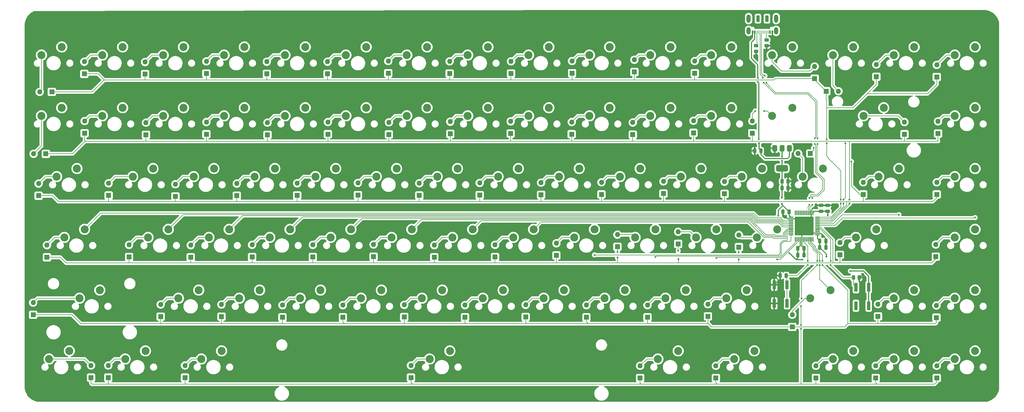
<source format=gbr>
G04 #@! TF.GenerationSoftware,KiCad,Pcbnew,8.0.8*
G04 #@! TF.CreationDate,2025-03-04T19:25:46+11:00*
G04 #@! TF.ProjectId,jethro_mk2,6a657468-726f-45f6-9d6b-322e6b696361,rev?*
G04 #@! TF.SameCoordinates,Original*
G04 #@! TF.FileFunction,Copper,L2,Bot*
G04 #@! TF.FilePolarity,Positive*
%FSLAX46Y46*%
G04 Gerber Fmt 4.6, Leading zero omitted, Abs format (unit mm)*
G04 Created by KiCad (PCBNEW 8.0.8) date 2025-03-04 19:25:46*
%MOMM*%
%LPD*%
G01*
G04 APERTURE LIST*
G04 Aperture macros list*
%AMRoundRect*
0 Rectangle with rounded corners*
0 $1 Rounding radius*
0 $2 $3 $4 $5 $6 $7 $8 $9 X,Y pos of 4 corners*
0 Add a 4 corners polygon primitive as box body*
4,1,4,$2,$3,$4,$5,$6,$7,$8,$9,$2,$3,0*
0 Add four circle primitives for the rounded corners*
1,1,$1+$1,$2,$3*
1,1,$1+$1,$4,$5*
1,1,$1+$1,$6,$7*
1,1,$1+$1,$8,$9*
0 Add four rect primitives between the rounded corners*
20,1,$1+$1,$2,$3,$4,$5,0*
20,1,$1+$1,$4,$5,$6,$7,0*
20,1,$1+$1,$6,$7,$8,$9,0*
20,1,$1+$1,$8,$9,$2,$3,0*%
G04 Aperture macros list end*
G04 #@! TA.AperFunction,ComponentPad*
%ADD10C,2.500000*%
G04 #@! TD*
G04 #@! TA.AperFunction,ComponentPad*
%ADD11R,1.600000X1.600000*%
G04 #@! TD*
G04 #@! TA.AperFunction,ComponentPad*
%ADD12O,1.600000X1.600000*%
G04 #@! TD*
G04 #@! TA.AperFunction,SMDPad,CuDef*
%ADD13RoundRect,0.250000X0.250000X0.475000X-0.250000X0.475000X-0.250000X-0.475000X0.250000X-0.475000X0*%
G04 #@! TD*
G04 #@! TA.AperFunction,SMDPad,CuDef*
%ADD14R,1.000000X2.800000*%
G04 #@! TD*
G04 #@! TA.AperFunction,SMDPad,CuDef*
%ADD15R,1.000000X2.000000*%
G04 #@! TD*
G04 #@! TA.AperFunction,SMDPad,CuDef*
%ADD16R,0.520000X1.000000*%
G04 #@! TD*
G04 #@! TA.AperFunction,SMDPad,CuDef*
%ADD17R,0.270000X1.000000*%
G04 #@! TD*
G04 #@! TA.AperFunction,HeatsinkPad*
%ADD18O,1.300000X2.600000*%
G04 #@! TD*
G04 #@! TA.AperFunction,HeatsinkPad*
%ADD19O,1.300000X2.300000*%
G04 #@! TD*
G04 #@! TA.AperFunction,SMDPad,CuDef*
%ADD20RoundRect,0.250000X0.475000X-0.250000X0.475000X0.250000X-0.475000X0.250000X-0.475000X-0.250000X0*%
G04 #@! TD*
G04 #@! TA.AperFunction,SMDPad,CuDef*
%ADD21RoundRect,0.075000X0.075000X-0.662500X0.075000X0.662500X-0.075000X0.662500X-0.075000X-0.662500X0*%
G04 #@! TD*
G04 #@! TA.AperFunction,SMDPad,CuDef*
%ADD22RoundRect,0.075000X0.662500X-0.075000X0.662500X0.075000X-0.662500X0.075000X-0.662500X-0.075000X0*%
G04 #@! TD*
G04 #@! TA.AperFunction,SMDPad,CuDef*
%ADD23RoundRect,0.250000X-0.450000X0.262500X-0.450000X-0.262500X0.450000X-0.262500X0.450000X0.262500X0*%
G04 #@! TD*
G04 #@! TA.AperFunction,SMDPad,CuDef*
%ADD24RoundRect,0.250000X0.262500X0.450000X-0.262500X0.450000X-0.262500X-0.450000X0.262500X-0.450000X0*%
G04 #@! TD*
G04 #@! TA.AperFunction,SMDPad,CuDef*
%ADD25RoundRect,0.375000X-0.375000X0.625000X-0.375000X-0.625000X0.375000X-0.625000X0.375000X0.625000X0*%
G04 #@! TD*
G04 #@! TA.AperFunction,SMDPad,CuDef*
%ADD26RoundRect,0.500000X-1.400000X0.500000X-1.400000X-0.500000X1.400000X-0.500000X1.400000X0.500000X0*%
G04 #@! TD*
G04 #@! TA.AperFunction,SMDPad,CuDef*
%ADD27RoundRect,0.250000X-0.250000X-0.475000X0.250000X-0.475000X0.250000X0.475000X-0.250000X0.475000X0*%
G04 #@! TD*
G04 #@! TA.AperFunction,SMDPad,CuDef*
%ADD28RoundRect,0.250000X-0.262500X-0.450000X0.262500X-0.450000X0.262500X0.450000X-0.262500X0.450000X0*%
G04 #@! TD*
G04 #@! TA.AperFunction,ViaPad*
%ADD29C,0.600000*%
G04 #@! TD*
G04 #@! TA.AperFunction,Conductor*
%ADD30C,0.300000*%
G04 #@! TD*
G04 #@! TA.AperFunction,Conductor*
%ADD31C,0.200000*%
G04 #@! TD*
G04 APERTURE END LIST*
D10*
X300990000Y-35560000D03*
X307340000Y-33020000D03*
X148590000Y-35560000D03*
X154940000Y-33020000D03*
X167640000Y-35560000D03*
X173990000Y-33020000D03*
X224790000Y-35560000D03*
X231140000Y-33020000D03*
X53340000Y-35560000D03*
X59690000Y-33020000D03*
X77152500Y-111760000D03*
X83502500Y-109220000D03*
X320040000Y-54610000D03*
X326390000Y-52070000D03*
X296227500Y-73660000D03*
X302577500Y-71120000D03*
X72390000Y-35560000D03*
X78740000Y-33020000D03*
X91440000Y-54610000D03*
X97790000Y-52070000D03*
X248602500Y-111760000D03*
X254952500Y-109220000D03*
X205740000Y-35560000D03*
X212090000Y-33020000D03*
X224790000Y-54610000D03*
X231140000Y-52070000D03*
X139065000Y-73660000D03*
X145415000Y-71120000D03*
X177165000Y-73660000D03*
X183515000Y-71120000D03*
X62865000Y-73660000D03*
X69215000Y-71120000D03*
X243840000Y-54610000D03*
X250190000Y-52070000D03*
X253365000Y-73660000D03*
X259715000Y-71120000D03*
X274796250Y-111760000D03*
X281146250Y-109220000D03*
X320040000Y-111760000D03*
X326390000Y-109220000D03*
X272415000Y-73660000D03*
X278765000Y-71120000D03*
X300990000Y-130810000D03*
X307340000Y-128270000D03*
X289083750Y-92710000D03*
X295433750Y-90170000D03*
X36671250Y-130810000D03*
X43021250Y-128270000D03*
X110490000Y-35560000D03*
X116840000Y-33020000D03*
X250983750Y-130810000D03*
X257333750Y-128270000D03*
X81915000Y-73660000D03*
X88265000Y-71120000D03*
X34290000Y-35560000D03*
X40640000Y-33020000D03*
X215265000Y-73660000D03*
X221615000Y-71120000D03*
X143827500Y-92710000D03*
X150177500Y-90170000D03*
X148590000Y-54610000D03*
X154940000Y-52070000D03*
X262890000Y-35560000D03*
X269240000Y-33020000D03*
X34290000Y-54610000D03*
X40640000Y-52070000D03*
X320040000Y-73660000D03*
X326390000Y-71120000D03*
X320040000Y-35560000D03*
X326390000Y-33020000D03*
X196215000Y-73660000D03*
X202565000Y-71120000D03*
X53340000Y-54610000D03*
X59690000Y-52070000D03*
X91440000Y-35560000D03*
X97790000Y-33020000D03*
X86677500Y-92710000D03*
X93027500Y-90170000D03*
D11*
X219300000Y-60514315D03*
D12*
X219300000Y-56704315D03*
D10*
X227171250Y-130810000D03*
X233521250Y-128270000D03*
X39052500Y-73660000D03*
X45402500Y-71120000D03*
X320040000Y-130810000D03*
X326390000Y-128270000D03*
X100965000Y-73660000D03*
X107315000Y-71120000D03*
X172402500Y-111760000D03*
X178752500Y-109220000D03*
X281940000Y-130810000D03*
X288290000Y-128270000D03*
X291465000Y-54610000D03*
X297815000Y-52070000D03*
X134302500Y-111760000D03*
X140652500Y-109220000D03*
X41433750Y-92710000D03*
X47783750Y-90170000D03*
X239077500Y-92710000D03*
X245427500Y-90170000D03*
X200977500Y-92710000D03*
X207327500Y-90170000D03*
X205740000Y-54610000D03*
X212090000Y-52070000D03*
X167640000Y-54610000D03*
X173990000Y-52070000D03*
X243840000Y-35560000D03*
X250190000Y-33020000D03*
X300990000Y-111760000D03*
X307340000Y-109220000D03*
X220027500Y-92710000D03*
X226377500Y-90170000D03*
X320040000Y-92710000D03*
X326390000Y-90170000D03*
X181927500Y-92710000D03*
X188277500Y-90170000D03*
X46196250Y-111760000D03*
X52546250Y-109220000D03*
X129540000Y-35560000D03*
X135890000Y-33020000D03*
X105727500Y-92710000D03*
X112077500Y-90170000D03*
X258127500Y-92710000D03*
X264477500Y-90170000D03*
X191452500Y-111760000D03*
X197802500Y-109220000D03*
X229552500Y-111760000D03*
X235902500Y-109220000D03*
X120015000Y-73660000D03*
X126365000Y-71120000D03*
X124777500Y-92710000D03*
X131127500Y-90170000D03*
X186690000Y-54610000D03*
X193040000Y-52070000D03*
X281940000Y-35560000D03*
X288290000Y-33020000D03*
X84296250Y-130810000D03*
X90646250Y-128270000D03*
X60483750Y-130810000D03*
X66833750Y-128270000D03*
X153352500Y-111760000D03*
X159702500Y-109220000D03*
X129540000Y-54610000D03*
X135890000Y-52070000D03*
X234315000Y-73660000D03*
X240665000Y-71120000D03*
X67627500Y-92710000D03*
X73977500Y-90170000D03*
X72390000Y-54610000D03*
X78740000Y-52070000D03*
X210502500Y-111760000D03*
X216852500Y-109220000D03*
X186690000Y-35560000D03*
X193040000Y-33020000D03*
X110490000Y-54610000D03*
X116840000Y-52070000D03*
X96202500Y-111760000D03*
X102552500Y-109220000D03*
X262890000Y-54610000D03*
X269240000Y-52070000D03*
X115252500Y-111760000D03*
X121602500Y-109220000D03*
X155733750Y-130810000D03*
X162083750Y-128270000D03*
X158115000Y-73660000D03*
X164465000Y-71120000D03*
X162877500Y-92710000D03*
X169227500Y-90170000D03*
D11*
X248000000Y-79049315D03*
D12*
X248000000Y-75239315D03*
D11*
X81000000Y-98949315D03*
D12*
X81000000Y-95139315D03*
D11*
X314300000Y-117849315D03*
D12*
X314300000Y-114039315D03*
D11*
X171400000Y-79449315D03*
D12*
X171400000Y-75639315D03*
D11*
X95400000Y-79649315D03*
D12*
X95400000Y-75839315D03*
D11*
X49800000Y-136649315D03*
D12*
X49800000Y-132839315D03*
D13*
X259375000Y-65575000D03*
X257475000Y-65575000D03*
D14*
X293100000Y-114125000D03*
X293100000Y-108325000D03*
X289100000Y-114125000D03*
X289100000Y-108325000D03*
D13*
X267300000Y-104675000D03*
X265400000Y-104675000D03*
D15*
X258450000Y-24150000D03*
X261250000Y-24150000D03*
D16*
X256750000Y-28350000D03*
X257500000Y-28350000D03*
D17*
X258100000Y-28350000D03*
X259600000Y-28350000D03*
X260600000Y-28350000D03*
X261600000Y-28350000D03*
D16*
X262200000Y-28350000D03*
X262950000Y-28350000D03*
X262950000Y-28350000D03*
X262200000Y-28350000D03*
D17*
X261100000Y-28350000D03*
X260100000Y-28350000D03*
X259100000Y-28350000D03*
X258600000Y-28350000D03*
D16*
X257500000Y-28350000D03*
X256750000Y-28350000D03*
D18*
X255530000Y-24150000D03*
D19*
X255530000Y-27975000D03*
D18*
X264170000Y-24150000D03*
D19*
X264170000Y-27975000D03*
D11*
X67000000Y-60549315D03*
D12*
X67000000Y-56739315D03*
D11*
X185800000Y-117649315D03*
D12*
X185800000Y-113839315D03*
D11*
X85900000Y-41349315D03*
D12*
X85900000Y-37539315D03*
D11*
X71600000Y-117549315D03*
D12*
X71600000Y-113739315D03*
D11*
X314400000Y-79249315D03*
D12*
X314400000Y-75439315D03*
D11*
X162000000Y-41349315D03*
D12*
X162000000Y-37539315D03*
D11*
X314100000Y-98749315D03*
D12*
X314100000Y-94939315D03*
D11*
X314400000Y-42449315D03*
D12*
X314400000Y-38639315D03*
D11*
X296000000Y-117449315D03*
D12*
X296000000Y-113639315D03*
D20*
X280275000Y-84525000D03*
X280275000Y-82625000D03*
D11*
X36000000Y-98949315D03*
D12*
X36000000Y-95139315D03*
D11*
X123800000Y-41449315D03*
D12*
X123800000Y-37639315D03*
D21*
X275687500Y-93312500D03*
X275187500Y-93312500D03*
X274687500Y-93312500D03*
X274187500Y-93312500D03*
X273687500Y-93312500D03*
X273187500Y-93312500D03*
X272687500Y-93312500D03*
X272187500Y-93312500D03*
X271687500Y-93312500D03*
X271187500Y-93312500D03*
X270687500Y-93312500D03*
X270187500Y-93312500D03*
D22*
X268775000Y-91900000D03*
X268775000Y-91400000D03*
X268775000Y-90900000D03*
X268775000Y-90400000D03*
X268775000Y-89900000D03*
X268775000Y-89400000D03*
X268775000Y-88900000D03*
X268775000Y-88400000D03*
X268775000Y-87900000D03*
X268775000Y-87400000D03*
X268775000Y-86900000D03*
X268775000Y-86400000D03*
D21*
X270187500Y-84987500D03*
X270687500Y-84987500D03*
X271187500Y-84987500D03*
X271687500Y-84987500D03*
X272187500Y-84987500D03*
X272687500Y-84987500D03*
X273187500Y-84987500D03*
X273687500Y-84987500D03*
X274187500Y-84987500D03*
X274687500Y-84987500D03*
X275187500Y-84987500D03*
X275687500Y-84987500D03*
D22*
X277100000Y-86400000D03*
X277100000Y-86900000D03*
X277100000Y-87400000D03*
X277100000Y-87900000D03*
X277100000Y-88400000D03*
X277100000Y-88900000D03*
X277100000Y-89400000D03*
X277100000Y-89900000D03*
X277100000Y-90400000D03*
X277100000Y-90900000D03*
X277100000Y-91400000D03*
X277100000Y-91900000D03*
D11*
X214500000Y-95649315D03*
D12*
X214500000Y-91839315D03*
D11*
X47700000Y-41449315D03*
D12*
X47700000Y-37639315D03*
D11*
X66700000Y-41549315D03*
D12*
X66700000Y-37739315D03*
D23*
X257850000Y-32600000D03*
X257850000Y-34425000D03*
D11*
X233500000Y-94749315D03*
D12*
X233500000Y-90939315D03*
D11*
X256700000Y-60049315D03*
D12*
X256700000Y-56239315D03*
D11*
X128600000Y-117749315D03*
D12*
X128600000Y-113939315D03*
D11*
X295500000Y-42349315D03*
D12*
X295500000Y-38539315D03*
D14*
X263575000Y-107575000D03*
X263575000Y-113375000D03*
X267575000Y-107575000D03*
X267575000Y-113375000D03*
D11*
X76200000Y-79849315D03*
D12*
X76200000Y-76039315D03*
D24*
X290162500Y-105250000D03*
X288337500Y-105250000D03*
D11*
X55200000Y-136649315D03*
D12*
X55200000Y-132839315D03*
D11*
X55300000Y-79549315D03*
D12*
X55300000Y-75739315D03*
D11*
X35649315Y-66500000D03*
D12*
X31839315Y-66500000D03*
D11*
X219800000Y-40849315D03*
D12*
X219800000Y-37039315D03*
D11*
X314800000Y-60149315D03*
D12*
X314800000Y-56339315D03*
D11*
X123900000Y-60349315D03*
D12*
X123900000Y-56539315D03*
D11*
X138200000Y-98749315D03*
D12*
X138200000Y-94939315D03*
D11*
X157200000Y-98949315D03*
D12*
X157200000Y-95139315D03*
D25*
X263700000Y-64750000D03*
X266000000Y-64750000D03*
D26*
X266000000Y-71050000D03*
D25*
X268300000Y-64750000D03*
D11*
X105000000Y-60549315D03*
D12*
X105000000Y-56739315D03*
D11*
X221600000Y-136749315D03*
D12*
X221600000Y-132939315D03*
D11*
X291400000Y-79249315D03*
D12*
X291400000Y-75439315D03*
D11*
X274849315Y-66400000D03*
D12*
X271039315Y-66400000D03*
D11*
X147800000Y-117649315D03*
D12*
X147800000Y-113839315D03*
D11*
X195400000Y-98349315D03*
D12*
X195400000Y-94539315D03*
D11*
X176200000Y-98849315D03*
D12*
X176200000Y-95039315D03*
D11*
X47800000Y-60049315D03*
D12*
X47800000Y-56239315D03*
D11*
X181100000Y-60149315D03*
D12*
X181100000Y-56339315D03*
D11*
X276600000Y-136749315D03*
D12*
X276600000Y-132939315D03*
D11*
X252500000Y-95749315D03*
D12*
X252500000Y-91939315D03*
D11*
X190600000Y-79349315D03*
D12*
X190600000Y-75539315D03*
D11*
X104800000Y-41449315D03*
D12*
X104800000Y-37639315D03*
D11*
X284100000Y-98149315D03*
D12*
X284100000Y-94339315D03*
D11*
X114300000Y-79549315D03*
D12*
X114300000Y-75739315D03*
D11*
X142800000Y-41249315D03*
D12*
X142800000Y-37439315D03*
D11*
X238300000Y-59949315D03*
D12*
X238300000Y-56139315D03*
D11*
X152500000Y-79549315D03*
D12*
X152500000Y-75739315D03*
D27*
X266000000Y-77250000D03*
X267900000Y-77250000D03*
D11*
X181200000Y-41349315D03*
D12*
X181200000Y-37539315D03*
D11*
X223900000Y-117749315D03*
D12*
X223900000Y-113939315D03*
D11*
X85900000Y-60349315D03*
D12*
X85900000Y-56539315D03*
D11*
X79200000Y-136649315D03*
D12*
X79200000Y-132839315D03*
D11*
X31700000Y-116949315D03*
D12*
X31700000Y-113139315D03*
D11*
X276200000Y-42949315D03*
D12*
X276200000Y-39139315D03*
D11*
X162200000Y-60249315D03*
D12*
X162200000Y-56439315D03*
D27*
X277800000Y-93800000D03*
X279700000Y-93800000D03*
D11*
X90600000Y-117549315D03*
D12*
X90600000Y-113739315D03*
D23*
X261150000Y-30800000D03*
X261150000Y-32625000D03*
D13*
X268200000Y-84700000D03*
X266300000Y-84700000D03*
D11*
X209500000Y-79249315D03*
D12*
X209500000Y-75439315D03*
D11*
X304300000Y-60349315D03*
D12*
X304300000Y-56539315D03*
D11*
X314400000Y-136749315D03*
D12*
X314400000Y-132939315D03*
D11*
X269200000Y-120749315D03*
D12*
X269200000Y-116939315D03*
D11*
X37549315Y-47100000D03*
D12*
X33739315Y-47100000D03*
D28*
X266025000Y-75150000D03*
X267850000Y-75150000D03*
D11*
X295300000Y-136749315D03*
D12*
X295300000Y-132939315D03*
D11*
X119200000Y-98849315D03*
D12*
X119200000Y-95039315D03*
D11*
X133300000Y-79449315D03*
D12*
X133300000Y-75639315D03*
D11*
X279850686Y-46900000D03*
D12*
X283660686Y-46900000D03*
D11*
X109700000Y-117749315D03*
D12*
X109700000Y-113939315D03*
D11*
X238700000Y-41249315D03*
D12*
X238700000Y-37439315D03*
D11*
X166800000Y-117749315D03*
D12*
X166800000Y-113939315D03*
D11*
X200300000Y-41249315D03*
D12*
X200300000Y-37439315D03*
D11*
X204800000Y-117749315D03*
D12*
X204800000Y-113939315D03*
D27*
X270950000Y-98250000D03*
X272850000Y-98250000D03*
D11*
X61700000Y-98849315D03*
D12*
X61700000Y-95039315D03*
D11*
X149900000Y-136649315D03*
D12*
X149900000Y-132839315D03*
D11*
X100200000Y-98849315D03*
D12*
X100200000Y-95039315D03*
D11*
X242800000Y-117449315D03*
D12*
X242800000Y-113639315D03*
D27*
X277800000Y-95900000D03*
X279700000Y-95900000D03*
D20*
X278225000Y-84525000D03*
X278225000Y-82625000D03*
D11*
X33400000Y-79649315D03*
D12*
X33400000Y-75839315D03*
D11*
X200200000Y-60349315D03*
D12*
X200200000Y-56539315D03*
D11*
X143000000Y-60449315D03*
D12*
X143000000Y-56639315D03*
D11*
X228900000Y-78949315D03*
D12*
X228900000Y-75139315D03*
D11*
X245300000Y-136749315D03*
D12*
X245300000Y-132939315D03*
D27*
X270950000Y-96125000D03*
X272850000Y-96125000D03*
D29*
X272150000Y-91800000D03*
X256350000Y-30250000D03*
X262600000Y-32600000D03*
X261975000Y-107500000D03*
X270250000Y-86900000D03*
X291450000Y-104175000D03*
X263800000Y-66750000D03*
X267900000Y-73200000D03*
X256150000Y-65525000D03*
X275600000Y-91350000D03*
X275200000Y-86450000D03*
X258200000Y-35600000D03*
X263550000Y-30200000D03*
X274050000Y-100125000D03*
X274075000Y-101325000D03*
X265950000Y-80280000D03*
X266000000Y-67400000D03*
X264800000Y-85900000D03*
X265925000Y-82175000D03*
X287359311Y-103259311D03*
X266000000Y-68700000D03*
X268324265Y-97624265D03*
X272400000Y-99700000D03*
X280300000Y-85800000D03*
X279900000Y-98700000D03*
X258500000Y-42775000D03*
X258425000Y-43975000D03*
X258750000Y-61950000D03*
X258800000Y-63200000D03*
X280000000Y-62000000D03*
X284400000Y-82075000D03*
X280000000Y-63200000D03*
X284400000Y-80875000D03*
X287100000Y-82075000D03*
X287100000Y-80875000D03*
X260400000Y-53100000D03*
X257600000Y-53100000D03*
X275874999Y-64600000D03*
X287700000Y-68900000D03*
X214500000Y-99000000D03*
X252500000Y-97400000D03*
X233600000Y-99500000D03*
X252500000Y-99600000D03*
X214500000Y-97300000D03*
X233500000Y-96900000D03*
X278600000Y-101325000D03*
X278600000Y-100100000D03*
X277000000Y-100125000D03*
X272100000Y-111900000D03*
X271900000Y-114200000D03*
X271900000Y-120149315D03*
X276999994Y-101325000D03*
X271900000Y-121349315D03*
X260024479Y-42650521D03*
X276275000Y-61667961D03*
X276275000Y-63429600D03*
X260225000Y-44200000D03*
X274600000Y-82500000D03*
X274600000Y-80409256D03*
X275450000Y-82500000D03*
X261075000Y-44200000D03*
X277125000Y-63429600D03*
X260625521Y-42049479D03*
X277125000Y-61667961D03*
X275450000Y-80409256D03*
X281225000Y-100125000D03*
X281175000Y-101325000D03*
X207327500Y-98200000D03*
X226377500Y-98800000D03*
X245427500Y-99200000D03*
X264477500Y-99600000D03*
X277799997Y-101325000D03*
X277799997Y-100100000D03*
X285200003Y-82075000D03*
X285200000Y-80875000D03*
X285800000Y-63200000D03*
X302577500Y-85600000D03*
X326390000Y-86500000D03*
D30*
X272187500Y-93312500D02*
X272187500Y-95462500D01*
X266300000Y-85425000D02*
X267775000Y-86900000D01*
X275187500Y-84987500D02*
X275187500Y-86437500D01*
X277100000Y-91400000D02*
X275650000Y-91400000D01*
X261150000Y-32625000D02*
X262575000Y-32625000D01*
X290162500Y-105250000D02*
X290375000Y-105250000D01*
X267850000Y-73250000D02*
X267900000Y-73200000D01*
X267850000Y-77200000D02*
X267900000Y-77250000D01*
X267850000Y-75150000D02*
X267850000Y-73250000D01*
X263700000Y-64750000D02*
X263700000Y-66650000D01*
X263575000Y-107575000D02*
X262050000Y-107575000D01*
X262950000Y-28350000D02*
X262950000Y-29600000D01*
X278225000Y-82625000D02*
X280275000Y-82625000D01*
X272187500Y-93312500D02*
X272187500Y-91837500D01*
X279700000Y-93800000D02*
X279700000Y-95900000D01*
X275650000Y-91400000D02*
X275600000Y-91350000D01*
X272187500Y-95462500D02*
X272850000Y-96125000D01*
X272850000Y-96125000D02*
X272850000Y-98250000D01*
X257850000Y-34425000D02*
X257850000Y-35250000D01*
X278225000Y-82625000D02*
X276709380Y-82625000D01*
X262950000Y-29600000D02*
X263550000Y-30200000D01*
X262050000Y-107575000D02*
X261975000Y-107500000D01*
X256200000Y-65575000D02*
X256150000Y-65525000D01*
X279700000Y-93159380D02*
X279700000Y-93800000D01*
X268775000Y-86900000D02*
X270250000Y-86900000D01*
X256750000Y-28350000D02*
X256750000Y-29850000D01*
X263700000Y-66650000D02*
X263800000Y-66750000D01*
X290375000Y-105250000D02*
X291450000Y-104175000D01*
X277100000Y-91400000D02*
X277940620Y-91400000D01*
X266300000Y-84700000D02*
X266300000Y-85425000D01*
X265400000Y-105750000D02*
X263575000Y-107575000D01*
X267775000Y-86900000D02*
X268775000Y-86900000D01*
X256750000Y-29850000D02*
X256350000Y-30250000D01*
X257850000Y-35250000D02*
X258200000Y-35600000D01*
X276709380Y-82625000D02*
X275187500Y-84146880D01*
X267850000Y-75150000D02*
X267850000Y-77200000D01*
X262575000Y-32625000D02*
X262600000Y-32600000D01*
X265400000Y-104675000D02*
X265400000Y-105750000D01*
X277940620Y-91400000D02*
X279700000Y-93159380D01*
X275187500Y-84146880D02*
X275187500Y-84987500D01*
X257475000Y-65575000D02*
X256200000Y-65575000D01*
X272187500Y-91837500D02*
X272150000Y-91800000D01*
X275187500Y-86437500D02*
X275200000Y-86450000D01*
D31*
X272687500Y-93312500D02*
X272687500Y-94082410D01*
X270575000Y-104675000D02*
X267300000Y-104675000D01*
X272687500Y-94082410D02*
X274050000Y-95444910D01*
X267575000Y-104950000D02*
X267300000Y-104675000D01*
X274075000Y-101325000D02*
X270700000Y-104700000D01*
X274050000Y-95444910D02*
X274050000Y-99330000D01*
X270700000Y-104700000D02*
X270600000Y-104700000D01*
X274050000Y-99330000D02*
X274050000Y-100125000D01*
X267575000Y-107575000D02*
X267575000Y-113375000D01*
X267575000Y-107575000D02*
X267575000Y-104950000D01*
X270600000Y-104700000D02*
X270575000Y-104675000D01*
D30*
X266025000Y-77225000D02*
X266000000Y-77250000D01*
X280300000Y-84550000D02*
X280275000Y-84525000D01*
X268324265Y-97624265D02*
X270400000Y-99700000D01*
X293100000Y-114125000D02*
X293100000Y-108325000D01*
X280300000Y-85800000D02*
X280300000Y-84550000D01*
X268200000Y-84700000D02*
X268200000Y-85825000D01*
X278225000Y-84525000D02*
X276150000Y-84525000D01*
X277100000Y-93100000D02*
X277800000Y-93800000D01*
X266250000Y-82750000D02*
X268200000Y-84700000D01*
X276150000Y-84525000D02*
X275687500Y-84987500D01*
X264800000Y-84200000D02*
X264800000Y-85900000D01*
X266000000Y-80230000D02*
X265950000Y-80280000D01*
X293100000Y-104905761D02*
X293100000Y-108325000D01*
X277100000Y-91900000D02*
X277100000Y-93100000D01*
X270950000Y-98250000D02*
X270950000Y-99150000D01*
X265925000Y-82425000D02*
X266250000Y-82750000D01*
X271687500Y-93312500D02*
X271687500Y-95387500D01*
X287359311Y-103259311D02*
X291453550Y-103259311D01*
X270950000Y-99150000D02*
X270400000Y-99700000D01*
X266250000Y-82750000D02*
X264800000Y-84200000D01*
X265925000Y-82175000D02*
X265925000Y-82425000D01*
X266000000Y-64750000D02*
X266000000Y-67400000D01*
X270950000Y-96125000D02*
X270950000Y-98250000D01*
X265950000Y-82200000D02*
X265925000Y-82175000D01*
X270400000Y-99700000D02*
X272400000Y-99700000D01*
X266000000Y-77250000D02*
X266000000Y-80230000D01*
X277800000Y-93800000D02*
X277800000Y-95900000D01*
X266025000Y-71075000D02*
X266000000Y-71050000D01*
X279900000Y-98000000D02*
X277800000Y-95900000D01*
X266025000Y-75150000D02*
X266025000Y-71075000D01*
X291453550Y-103259311D02*
X293100000Y-104905761D01*
X268200000Y-85825000D02*
X268775000Y-86400000D01*
X279900000Y-98700000D02*
X279900000Y-98000000D01*
X266000000Y-68700000D02*
X266000000Y-71050000D01*
X278225000Y-84525000D02*
X280275000Y-84525000D01*
X266025000Y-75150000D02*
X266025000Y-77225000D01*
X271687500Y-95387500D02*
X270950000Y-96125000D01*
X258730000Y-44280000D02*
X258730000Y-60800000D01*
X258425000Y-43975000D02*
X258730000Y-44280000D01*
X258730000Y-60800000D02*
X258730000Y-61930000D01*
X256400000Y-36600000D02*
X258400000Y-38600000D01*
X258400000Y-42675000D02*
X258500000Y-42775000D01*
X258730000Y-61930000D02*
X258750000Y-61950000D01*
X258800000Y-65000000D02*
X259375000Y-65575000D01*
X260675000Y-68050000D02*
X259375000Y-66750000D01*
X268300000Y-67425000D02*
X267675000Y-68050000D01*
X259375000Y-66750000D02*
X259375000Y-65575000D01*
X257500000Y-30500000D02*
X256400000Y-31600000D01*
X258400000Y-38600000D02*
X258400000Y-42675000D01*
X267675000Y-68050000D02*
X260675000Y-68050000D01*
X268300000Y-64750000D02*
X268300000Y-67425000D01*
X258800000Y-63200000D02*
X258800000Y-65000000D01*
X257500000Y-28350000D02*
X257500000Y-30500000D01*
X256400000Y-31600000D02*
X256400000Y-36600000D01*
D31*
X219800000Y-40849315D02*
X219800000Y-43275000D01*
X279850686Y-49550686D02*
X279850686Y-46900000D01*
X104800000Y-41449315D02*
X104800000Y-43375000D01*
X219900000Y-43375000D02*
X238800000Y-43375000D01*
X284300000Y-83400000D02*
X284400000Y-83300000D01*
X284400000Y-80875000D02*
X284400000Y-71800000D01*
X219800000Y-43275000D02*
X219900000Y-43375000D01*
X288211000Y-52089000D02*
X290700000Y-49600000D01*
X280000000Y-52000000D02*
X280000000Y-49700000D01*
X281300000Y-86400000D02*
X284300000Y-83400000D01*
X162000000Y-43375000D02*
X181300000Y-43375000D01*
X181300000Y-43375000D02*
X200300000Y-43375000D01*
X162000000Y-41349315D02*
X162000000Y-43375000D01*
X238800000Y-43375000D02*
X263500000Y-43375000D01*
X142800000Y-43275000D02*
X142900000Y-43375000D01*
X263500000Y-43375000D02*
X263925685Y-42949315D01*
X238700000Y-43275000D02*
X238800000Y-43375000D01*
X123800000Y-43275000D02*
X123900000Y-43375000D01*
X295500000Y-42349315D02*
X295500000Y-44800000D01*
X53950000Y-43375000D02*
X50225000Y-47100000D01*
X280050686Y-46800001D02*
X280050686Y-47400000D01*
X123900000Y-43375000D02*
X142900000Y-43375000D01*
X50225000Y-47100000D02*
X37549315Y-47100000D01*
X53950000Y-43375000D02*
X66700000Y-43375000D01*
X263925685Y-42949315D02*
X276200000Y-42949315D01*
X295500000Y-44800000D02*
X292650000Y-47650000D01*
X85900000Y-41349315D02*
X85900000Y-43275000D01*
X284400000Y-83300000D02*
X284400000Y-82075000D01*
X314400000Y-44800000D02*
X314400000Y-42449315D01*
X181200000Y-41349315D02*
X181200000Y-43275000D01*
X86000000Y-43375000D02*
X104800000Y-43375000D01*
X238700000Y-41249315D02*
X238700000Y-43275000D01*
X280000000Y-62000000D02*
X280000000Y-52000000D01*
X276200000Y-43249314D02*
X279850686Y-46900000D01*
X280000000Y-67200000D02*
X280000000Y-63200000D01*
X142800000Y-41249315D02*
X142800000Y-43275000D01*
X104800000Y-43375000D02*
X123900000Y-43375000D01*
X85900000Y-43275000D02*
X86000000Y-43375000D01*
X66700000Y-41549315D02*
X66700000Y-43375000D01*
X47700000Y-41449315D02*
X52024315Y-41449315D01*
X280400000Y-67800000D02*
X280400000Y-67600000D01*
X200300000Y-41249315D02*
X200300000Y-43375000D01*
X142900000Y-43375000D02*
X162000000Y-43375000D01*
X280000000Y-49700000D02*
X279850686Y-49550686D01*
X66700000Y-43375000D02*
X86000000Y-43375000D01*
X277100000Y-86400000D02*
X281300000Y-86400000D01*
X280400000Y-67600000D02*
X280000000Y-67200000D01*
X276200000Y-42949315D02*
X276200000Y-43249314D01*
X280000000Y-52000000D02*
X280089000Y-52089000D01*
X200300000Y-43375000D02*
X219900000Y-43375000D01*
X280089000Y-52089000D02*
X288211000Y-52089000D01*
X52024315Y-41449315D02*
X53950000Y-43375000D01*
X181200000Y-43275000D02*
X181300000Y-43375000D01*
X314400000Y-44800000D02*
X311550000Y-47650000D01*
X311550000Y-47650000D02*
X292650000Y-47650000D01*
X292650000Y-47650000D02*
X290700000Y-49600000D01*
X123800000Y-41449315D02*
X123800000Y-43275000D01*
X284400000Y-71800000D02*
X280400000Y-67800000D01*
X34290000Y-35560000D02*
X34290000Y-46549315D01*
X34290000Y-46549315D02*
X33739315Y-47100000D01*
X49779315Y-35560000D02*
X53340000Y-35560000D01*
X47700000Y-37639315D02*
X49779315Y-35560000D01*
X66700000Y-37739315D02*
X68879315Y-35560000D01*
X68879315Y-35560000D02*
X72390000Y-35560000D01*
X85900000Y-37539315D02*
X87879315Y-35560000D01*
X87879315Y-35560000D02*
X91440000Y-35560000D01*
X106879315Y-35560000D02*
X110490000Y-35560000D01*
X104800000Y-37639315D02*
X106879315Y-35560000D01*
X125879315Y-35560000D02*
X129540000Y-35560000D01*
X123800000Y-37639315D02*
X125879315Y-35560000D01*
X142800000Y-37439315D02*
X144679315Y-35560000D01*
X144679315Y-35560000D02*
X148590000Y-35560000D01*
X162000000Y-37539315D02*
X163979315Y-35560000D01*
X163979315Y-35560000D02*
X167640000Y-35560000D01*
X183179315Y-35560000D02*
X186690000Y-35560000D01*
X181200000Y-37539315D02*
X183179315Y-35560000D01*
X200300000Y-37439315D02*
X202179315Y-35560000D01*
X202179315Y-35560000D02*
X205740000Y-35560000D01*
X224790000Y-35560000D02*
X221279315Y-35560000D01*
X221279315Y-35560000D02*
X219800000Y-37039315D01*
X240579315Y-35560000D02*
X238700000Y-37439315D01*
X243840000Y-35560000D02*
X240579315Y-35560000D01*
X262890000Y-37613402D02*
X265876598Y-40600000D01*
X265876598Y-40600000D02*
X274739315Y-40600000D01*
X262890000Y-35560000D02*
X262890000Y-37613402D01*
X274739315Y-40600000D02*
X276200000Y-39139315D01*
X281940000Y-45179314D02*
X281940000Y-35560000D01*
X283660686Y-46900000D02*
X281940000Y-45179314D01*
X298479315Y-35560000D02*
X295500000Y-38539315D01*
X300990000Y-35560000D02*
X298479315Y-35560000D01*
X317479315Y-35560000D02*
X320040000Y-35560000D01*
X314400000Y-38639315D02*
X317479315Y-35560000D01*
X34290000Y-54610000D02*
X34290000Y-64049315D01*
X34290000Y-64049315D02*
X31839315Y-66500000D01*
X200300000Y-62600000D02*
X219300000Y-62600000D01*
X238300000Y-62500000D02*
X238400000Y-62600000D01*
X105000000Y-60549315D02*
X105000000Y-62600000D01*
X48100000Y-62600000D02*
X67000000Y-62600000D01*
X44000000Y-66500000D02*
X47900000Y-62600000D01*
X292000000Y-62600000D02*
X304400000Y-62600000D01*
X181100000Y-60149315D02*
X181100000Y-62500000D01*
X256700000Y-62500000D02*
X256800000Y-62600000D01*
X277100000Y-87900000D02*
X281497058Y-87900000D01*
X67000000Y-62600000D02*
X86000000Y-62600000D01*
X219300000Y-60514315D02*
X219300000Y-62600000D01*
X47800000Y-62300000D02*
X48100000Y-62600000D01*
X287100000Y-82297058D02*
X287100000Y-82075000D01*
X143000000Y-60449315D02*
X143000000Y-62500000D01*
X85900000Y-60349315D02*
X85900000Y-62500000D01*
X85900000Y-62500000D02*
X86000000Y-62600000D01*
X143000000Y-62500000D02*
X143100000Y-62600000D01*
X181100000Y-62500000D02*
X181200000Y-62600000D01*
X162200000Y-60249315D02*
X162200000Y-62600000D01*
X304400000Y-62600000D02*
X314900000Y-62600000D01*
X181200000Y-62600000D02*
X200300000Y-62600000D01*
X219300000Y-62600000D02*
X238400000Y-62600000D01*
X314800000Y-60149315D02*
X314800000Y-62500000D01*
X200200000Y-62500000D02*
X200300000Y-62600000D01*
X123900000Y-60349315D02*
X123900000Y-62600000D01*
X256800000Y-62600000D02*
X287100000Y-62600000D01*
X67000000Y-60549315D02*
X67000000Y-62600000D01*
X238300000Y-59949315D02*
X238300000Y-62500000D01*
X123900000Y-62600000D02*
X143100000Y-62600000D01*
X304300000Y-60349315D02*
X304300000Y-62500000D01*
X105000000Y-62600000D02*
X123900000Y-62600000D01*
X281497058Y-87900000D02*
X287100000Y-82297058D01*
X162200000Y-62600000D02*
X181200000Y-62600000D01*
X47800000Y-60049315D02*
X47800000Y-62300000D01*
X304300000Y-62500000D02*
X304400000Y-62600000D01*
X238400000Y-62600000D02*
X256800000Y-62600000D01*
X47900000Y-62600000D02*
X48100000Y-62600000D01*
X200200000Y-60349315D02*
X200200000Y-62500000D01*
X287100000Y-80875000D02*
X287100000Y-62600000D01*
X314800000Y-62500000D02*
X314900000Y-62600000D01*
X287100000Y-62600000D02*
X292000000Y-62600000D01*
X86000000Y-62600000D02*
X105000000Y-62600000D01*
X35649315Y-66500000D02*
X44000000Y-66500000D01*
X143100000Y-62600000D02*
X162200000Y-62600000D01*
X256700000Y-60049315D02*
X256700000Y-62500000D01*
X49429315Y-54610000D02*
X53340000Y-54610000D01*
X47800000Y-56239315D02*
X49429315Y-54610000D01*
X69129315Y-54610000D02*
X72390000Y-54610000D01*
X67000000Y-56739315D02*
X69129315Y-54610000D01*
X85900000Y-56539315D02*
X87829315Y-54610000D01*
X87829315Y-54610000D02*
X91440000Y-54610000D01*
X105000000Y-56739315D02*
X107129315Y-54610000D01*
X107129315Y-54610000D02*
X110490000Y-54610000D01*
X123900000Y-56539315D02*
X125829315Y-54610000D01*
X125829315Y-54610000D02*
X129540000Y-54610000D01*
X143000000Y-56639315D02*
X145029315Y-54610000D01*
X145029315Y-54610000D02*
X148590000Y-54610000D01*
X164029315Y-54610000D02*
X167640000Y-54610000D01*
X162200000Y-56439315D02*
X164029315Y-54610000D01*
X182829315Y-54610000D02*
X186690000Y-54610000D01*
X181100000Y-56339315D02*
X182829315Y-54610000D01*
X200200000Y-56539315D02*
X202129315Y-54610000D01*
X202129315Y-54610000D02*
X205740000Y-54610000D01*
X219300000Y-56704315D02*
X221394315Y-54610000D01*
X221394315Y-54610000D02*
X224790000Y-54610000D01*
X238300000Y-56139315D02*
X239829315Y-54610000D01*
X239829315Y-54610000D02*
X243840000Y-54610000D01*
X256700000Y-56239315D02*
X256700000Y-54000000D01*
X261380000Y-53100000D02*
X262890000Y-54610000D01*
X256700000Y-54000000D02*
X257600000Y-53100000D01*
X260400000Y-53100000D02*
X261380000Y-53100000D01*
X302370685Y-54610000D02*
X304300000Y-56539315D01*
X291465000Y-54610000D02*
X302370685Y-54610000D01*
X316529315Y-54610000D02*
X314800000Y-56339315D01*
X320040000Y-54610000D02*
X320550000Y-55120000D01*
X320040000Y-54610000D02*
X316529315Y-54610000D01*
X228900000Y-81375000D02*
X228800000Y-81475000D01*
X101525000Y-81475000D02*
X114400000Y-81475000D01*
X55300000Y-79549315D02*
X55300000Y-81475000D01*
X33400000Y-79649315D02*
X37786815Y-79649315D01*
X228800000Y-81475000D02*
X234875000Y-81475000D01*
X95400000Y-79649315D02*
X95400000Y-81375000D01*
X215825000Y-81475000D02*
X228800000Y-81475000D01*
X120575000Y-81475000D02*
X133400000Y-81475000D01*
X133400000Y-81475000D02*
X139625000Y-81475000D01*
X287700000Y-76549315D02*
X290400000Y-79249315D01*
X291400000Y-81475000D02*
X296787500Y-81475000D01*
X209500000Y-79249315D02*
X209500000Y-81475000D01*
X152500000Y-79549315D02*
X152500000Y-81475000D01*
X314400000Y-80175000D02*
X313100000Y-81475000D01*
X63425000Y-81475000D02*
X76200000Y-81475000D01*
X253925000Y-81475000D02*
X272975000Y-81475000D01*
X39612500Y-81475000D02*
X55300000Y-81475000D01*
X114300000Y-81375000D02*
X114400000Y-81475000D01*
X275874999Y-65374316D02*
X275874999Y-64600000D01*
X171400000Y-79449315D02*
X171400000Y-81475000D01*
X234875000Y-81475000D02*
X248000000Y-81475000D01*
X152500000Y-81475000D02*
X158675000Y-81475000D01*
X190600000Y-81375000D02*
X190700000Y-81475000D01*
X248000000Y-81475000D02*
X253925000Y-81475000D01*
X55300000Y-81475000D02*
X63425000Y-81475000D01*
X286200000Y-81475000D02*
X291400000Y-81475000D01*
X314400000Y-79249315D02*
X314400000Y-80175000D01*
X133300000Y-79449315D02*
X133300000Y-81375000D01*
X291400000Y-79249315D02*
X291400000Y-81475000D01*
X114300000Y-79549315D02*
X114300000Y-81375000D01*
X287700000Y-68900000D02*
X287700000Y-76549315D01*
X190600000Y-79349315D02*
X190600000Y-81375000D01*
X277100000Y-87400000D02*
X281431372Y-87400000D01*
X95400000Y-81375000D02*
X95500000Y-81475000D01*
X82475000Y-81475000D02*
X95500000Y-81475000D01*
X190700000Y-81475000D02*
X196775000Y-81475000D01*
X95500000Y-81475000D02*
X101525000Y-81475000D01*
X171400000Y-81475000D02*
X177725000Y-81475000D01*
X114400000Y-81475000D02*
X120575000Y-81475000D01*
X248000000Y-79049315D02*
X248000000Y-81475000D01*
X37786815Y-79649315D02*
X39612500Y-81475000D01*
X290400000Y-79249315D02*
X291400000Y-79249315D01*
X133300000Y-81375000D02*
X133400000Y-81475000D01*
X281431372Y-87400000D02*
X286200000Y-82631372D01*
X76200000Y-81475000D02*
X82475000Y-81475000D01*
X76200000Y-79849315D02*
X76200000Y-81475000D01*
X296787500Y-81475000D02*
X313100000Y-81475000D01*
X274849315Y-66400000D02*
X275874999Y-65374316D01*
X196775000Y-81475000D02*
X209500000Y-81475000D01*
X209500000Y-81475000D02*
X215825000Y-81475000D01*
X177725000Y-81475000D02*
X190700000Y-81475000D01*
X286200000Y-82631372D02*
X286200000Y-81475000D01*
X139625000Y-81475000D02*
X152500000Y-81475000D01*
X272975000Y-81475000D02*
X286200000Y-81475000D01*
X228900000Y-78949315D02*
X228900000Y-81375000D01*
X158675000Y-81475000D02*
X171400000Y-81475000D01*
X35579315Y-73660000D02*
X33400000Y-75839315D01*
X39052500Y-73660000D02*
X35579315Y-73660000D01*
X55300000Y-75739315D02*
X57379315Y-73660000D01*
X57379315Y-73660000D02*
X62865000Y-73660000D01*
X76200000Y-76039315D02*
X78579315Y-73660000D01*
X78579315Y-73660000D02*
X81915000Y-73660000D01*
X97579315Y-73660000D02*
X100965000Y-73660000D01*
X95400000Y-75839315D02*
X97579315Y-73660000D01*
X114300000Y-75739315D02*
X116379315Y-73660000D01*
X116379315Y-73660000D02*
X120015000Y-73660000D01*
X133300000Y-75639315D02*
X135279315Y-73660000D01*
X135279315Y-73660000D02*
X139065000Y-73660000D01*
X152500000Y-75739315D02*
X154579315Y-73660000D01*
X154579315Y-73660000D02*
X158115000Y-73660000D01*
X173379315Y-73660000D02*
X177165000Y-73660000D01*
X171400000Y-75639315D02*
X173379315Y-73660000D01*
X192479315Y-73660000D02*
X196215000Y-73660000D01*
X190600000Y-75539315D02*
X192479315Y-73660000D01*
X209500000Y-75439315D02*
X211279315Y-73660000D01*
X211279315Y-73660000D02*
X215265000Y-73660000D01*
X228900000Y-75139315D02*
X230379315Y-73660000D01*
X230379315Y-73660000D02*
X234315000Y-73660000D01*
X249579315Y-73660000D02*
X248000000Y-75239315D01*
X253365000Y-73660000D02*
X249579315Y-73660000D01*
X272415000Y-67775685D02*
X271039315Y-66400000D01*
X272415000Y-73660000D02*
X272415000Y-67775685D01*
X293179315Y-73660000D02*
X296227500Y-73660000D01*
X291400000Y-75439315D02*
X293179315Y-73660000D01*
X320040000Y-73660000D02*
X320600000Y-74220000D01*
X316179315Y-73660000D02*
X320040000Y-73660000D01*
X314400000Y-75439315D02*
X316179315Y-73660000D01*
X214500000Y-99000000D02*
X214500000Y-100725000D01*
X81000000Y-100625000D02*
X81100000Y-100725000D01*
X252600000Y-100725000D02*
X281950000Y-100725000D01*
X100300000Y-100725000D02*
X119200000Y-100725000D01*
X233600000Y-100725000D02*
X252600000Y-100725000D01*
X81100000Y-100725000D02*
X100300000Y-100725000D01*
X214500000Y-95649315D02*
X214500000Y-97300000D01*
X176300000Y-100725000D02*
X195400000Y-100725000D01*
X233500000Y-94749315D02*
X233500000Y-96900000D01*
X138200000Y-100625000D02*
X138100000Y-100725000D01*
X314100000Y-98749315D02*
X314100000Y-99425000D01*
X252500000Y-95749315D02*
X252500000Y-97400000D01*
X61700000Y-98849315D02*
X61700000Y-100725000D01*
X176200000Y-98849315D02*
X176200000Y-100625000D01*
X119200000Y-100725000D02*
X138100000Y-100725000D01*
X281950000Y-100725000D02*
X283900000Y-100725000D01*
X138100000Y-100725000D02*
X157300000Y-100725000D01*
X283900000Y-100725000D02*
X289643750Y-100725000D01*
X214500000Y-100725000D02*
X233600000Y-100725000D01*
X157200000Y-98949315D02*
X157200000Y-100625000D01*
X284100000Y-100525000D02*
X283900000Y-100725000D01*
X36000000Y-98949315D02*
X40218065Y-98949315D01*
X277935596Y-89400000D02*
X281950000Y-93414404D01*
X157300000Y-100725000D02*
X176300000Y-100725000D01*
X289643750Y-100725000D02*
X312800000Y-100725000D01*
X40218065Y-98949315D02*
X41993750Y-100725000D01*
X281950000Y-93414404D02*
X281950000Y-100725000D01*
X252500000Y-99600000D02*
X252500000Y-100625000D01*
X277100000Y-89400000D02*
X277935596Y-89400000D01*
X195400000Y-100725000D02*
X214500000Y-100725000D01*
X119200000Y-98849315D02*
X119200000Y-100725000D01*
X284100000Y-98149315D02*
X284100000Y-100525000D01*
X41993750Y-100725000D02*
X61700000Y-100725000D01*
X100200000Y-98849315D02*
X100200000Y-100625000D01*
X176200000Y-100625000D02*
X176300000Y-100725000D01*
X252500000Y-100625000D02*
X252600000Y-100725000D01*
X61700000Y-100725000D02*
X81100000Y-100725000D01*
X157200000Y-100625000D02*
X157300000Y-100725000D01*
X233600000Y-99500000D02*
X233600000Y-100725000D01*
X195400000Y-98349315D02*
X195400000Y-100725000D01*
X100200000Y-100625000D02*
X100300000Y-100725000D01*
X138200000Y-98749315D02*
X138200000Y-100625000D01*
X314100000Y-99425000D02*
X312800000Y-100725000D01*
X81000000Y-98949315D02*
X81000000Y-100625000D01*
X38429315Y-92710000D02*
X41433750Y-92710000D01*
X36000000Y-95139315D02*
X38429315Y-92710000D01*
X64029315Y-92710000D02*
X67627500Y-92710000D01*
X61700000Y-95039315D02*
X64029315Y-92710000D01*
X81000000Y-95139315D02*
X83429315Y-92710000D01*
X83429315Y-92710000D02*
X86677500Y-92710000D01*
X102529315Y-92710000D02*
X105727500Y-92710000D01*
X100200000Y-95039315D02*
X102529315Y-92710000D01*
X119200000Y-95039315D02*
X121529315Y-92710000D01*
X121529315Y-92710000D02*
X124777500Y-92710000D01*
X138200000Y-94939315D02*
X140429315Y-92710000D01*
X140429315Y-92710000D02*
X143827500Y-92710000D01*
X159629315Y-92710000D02*
X162877500Y-92710000D01*
X157200000Y-95139315D02*
X159629315Y-92710000D01*
X176200000Y-95039315D02*
X178529315Y-92710000D01*
X178529315Y-92710000D02*
X181927500Y-92710000D01*
X195400000Y-94539315D02*
X197229315Y-92710000D01*
X197229315Y-92710000D02*
X200977500Y-92710000D01*
X219156815Y-91839315D02*
X220027500Y-92710000D01*
X214500000Y-91839315D02*
X219156815Y-91839315D01*
X233500000Y-90939315D02*
X237306815Y-90939315D01*
X237306815Y-90939315D02*
X239077500Y-92710000D01*
X253270685Y-92710000D02*
X252500000Y-91939315D01*
X258127500Y-92710000D02*
X253270685Y-92710000D01*
X284100000Y-94339315D02*
X285729315Y-92710000D01*
X285729315Y-92710000D02*
X289083750Y-92710000D01*
X316329315Y-92710000D02*
X320040000Y-92710000D01*
X314100000Y-94939315D02*
X316329315Y-92710000D01*
X185800000Y-117649315D02*
X185800000Y-119425000D01*
X204800000Y-119125000D02*
X205400000Y-119725000D01*
X314300000Y-117849315D02*
X314300000Y-119425000D01*
X269200000Y-120749315D02*
X285575685Y-120749315D01*
X204800000Y-117749315D02*
X204800000Y-119125000D01*
X147800000Y-117649315D02*
X147800000Y-119425000D01*
X275187500Y-94287500D02*
X275187500Y-93312500D01*
X223900000Y-117749315D02*
X223900000Y-119425000D01*
X286600000Y-119725000D02*
X286600000Y-109325000D01*
X314300000Y-119425000D02*
X314000000Y-119725000D01*
X296000000Y-119725000D02*
X301425000Y-119725000D01*
X296000000Y-117449315D02*
X296000000Y-119725000D01*
X129100000Y-119725000D02*
X148100000Y-119725000D01*
X90600000Y-117549315D02*
X90600000Y-119625000D01*
X166800000Y-117749315D02*
X166800000Y-119425000D01*
X243924315Y-120749315D02*
X269200000Y-120749315D01*
X242900000Y-119725000D02*
X243924315Y-120749315D01*
X224200000Y-119725000D02*
X242900000Y-119725000D01*
X205400000Y-119725000D02*
X224200000Y-119725000D01*
X148100000Y-119725000D02*
X167100000Y-119725000D01*
X71600000Y-117549315D02*
X71600000Y-119525000D01*
X242800000Y-117449315D02*
X242800000Y-119625000D01*
X286600000Y-119725000D02*
X296000000Y-119725000D01*
X286600000Y-109325000D02*
X278600000Y-101325000D01*
X109900000Y-119725000D02*
X129100000Y-119725000D01*
X276500000Y-96109744D02*
X276500000Y-95600000D01*
X166800000Y-119425000D02*
X167100000Y-119725000D01*
X43855565Y-116949315D02*
X46631250Y-119725000D01*
X242800000Y-119625000D02*
X242900000Y-119725000D01*
X31700000Y-116949315D02*
X43855565Y-116949315D01*
X186100000Y-119725000D02*
X205400000Y-119725000D01*
X71600000Y-119525000D02*
X71800000Y-119725000D01*
X71800000Y-119725000D02*
X90700000Y-119725000D01*
X128600000Y-117749315D02*
X128600000Y-119225000D01*
X109700000Y-119525000D02*
X109900000Y-119725000D01*
X167100000Y-119725000D02*
X186100000Y-119725000D01*
X90600000Y-119625000D02*
X90700000Y-119725000D01*
X185800000Y-119425000D02*
X186100000Y-119725000D01*
X46631250Y-119725000D02*
X71800000Y-119725000D01*
X285575685Y-120749315D02*
X286600000Y-119725000D01*
X109700000Y-117749315D02*
X109700000Y-119525000D01*
X278600000Y-100100000D02*
X278600000Y-98209744D01*
X278600000Y-98209744D02*
X276500000Y-96109744D01*
X128600000Y-119225000D02*
X129100000Y-119725000D01*
X301425000Y-119725000D02*
X314000000Y-119725000D01*
X223900000Y-119425000D02*
X224200000Y-119725000D01*
X276500000Y-95600000D02*
X275187500Y-94287500D01*
X147800000Y-119425000D02*
X148100000Y-119725000D01*
X90700000Y-119725000D02*
X109900000Y-119725000D01*
X33079315Y-111760000D02*
X31700000Y-113139315D01*
X46196250Y-111760000D02*
X33079315Y-111760000D01*
X71600000Y-113739315D02*
X73579315Y-111760000D01*
X73579315Y-111760000D02*
X77152500Y-111760000D01*
X92579315Y-111760000D02*
X96202500Y-111760000D01*
X90600000Y-113739315D02*
X92579315Y-111760000D01*
X109700000Y-113939315D02*
X111879315Y-111760000D01*
X111879315Y-111760000D02*
X115252500Y-111760000D01*
X128600000Y-113939315D02*
X130779315Y-111760000D01*
X130779315Y-111760000D02*
X134302500Y-111760000D01*
X147800000Y-113839315D02*
X149879315Y-111760000D01*
X149879315Y-111760000D02*
X153352500Y-111760000D01*
X166800000Y-113939315D02*
X168979315Y-111760000D01*
X168979315Y-111760000D02*
X172402500Y-111760000D01*
X187879315Y-111760000D02*
X191452500Y-111760000D01*
X185800000Y-113839315D02*
X187879315Y-111760000D01*
X204800000Y-113939315D02*
X206979315Y-111760000D01*
X206979315Y-111760000D02*
X210502500Y-111760000D01*
X223900000Y-113939315D02*
X226079315Y-111760000D01*
X226079315Y-111760000D02*
X229552500Y-111760000D01*
X242800000Y-113639315D02*
X244679315Y-111760000D01*
X244679315Y-111760000D02*
X248602500Y-111760000D01*
X269200000Y-115807945D02*
X273247945Y-111760000D01*
X273247945Y-111760000D02*
X274796250Y-111760000D01*
X269200000Y-116939315D02*
X269200000Y-115807945D01*
X297879315Y-111760000D02*
X300990000Y-111760000D01*
X296000000Y-113639315D02*
X297879315Y-111760000D01*
X314300000Y-114039315D02*
X316579315Y-111760000D01*
X316579315Y-111760000D02*
X320040000Y-111760000D01*
X84681250Y-138700000D02*
X150400000Y-138700000D01*
X49800000Y-138400000D02*
X50100000Y-138700000D01*
X55200000Y-138500000D02*
X55400000Y-138700000D01*
X272300000Y-138700000D02*
X276700000Y-138700000D01*
X227556250Y-138700000D02*
X245800000Y-138700000D01*
X301375000Y-138700000D02*
X313700000Y-138700000D01*
X221600000Y-138400000D02*
X221900000Y-138700000D01*
X79200000Y-138400000D02*
X79500000Y-138700000D01*
X60868750Y-138700000D02*
X79500000Y-138700000D01*
X221600000Y-136749315D02*
X221600000Y-138400000D01*
X272100000Y-106224994D02*
X272100000Y-111900000D01*
X156118750Y-138700000D02*
X221900000Y-138700000D01*
X275700000Y-96441116D02*
X275700000Y-95931372D01*
X276600000Y-138600000D02*
X276700000Y-138700000D01*
X50100000Y-138700000D02*
X55400000Y-138700000D01*
X149900000Y-138200000D02*
X150400000Y-138700000D01*
X272100000Y-106224994D02*
X276999994Y-101325000D01*
X277000000Y-97741116D02*
X275700000Y-96441116D01*
X245300000Y-136749315D02*
X245300000Y-138200000D01*
X271900000Y-114200000D02*
X271900000Y-120149315D01*
X149900000Y-136649315D02*
X149900000Y-138200000D01*
X276600000Y-136749315D02*
X276600000Y-138600000D01*
X150400000Y-138700000D02*
X156118750Y-138700000D01*
X277000000Y-100125000D02*
X277000000Y-97741116D01*
X275700000Y-95931372D02*
X274187500Y-94418872D01*
X295700000Y-138700000D02*
X301375000Y-138700000D01*
X79200000Y-136649315D02*
X79200000Y-138400000D01*
X245800000Y-138700000D02*
X251368750Y-138700000D01*
X79500000Y-138700000D02*
X84681250Y-138700000D01*
X271900000Y-121349315D02*
X271900000Y-138700000D01*
X251368750Y-138700000D02*
X271900000Y-138700000D01*
X295300000Y-136749315D02*
X295300000Y-138300000D01*
X271900000Y-138700000D02*
X272300000Y-138700000D01*
X274187500Y-94418872D02*
X274187500Y-93312500D01*
X276700000Y-138700000D02*
X282325000Y-138700000D01*
X314400000Y-138000000D02*
X313700000Y-138700000D01*
X221900000Y-138700000D02*
X227556250Y-138700000D01*
X282325000Y-138700000D02*
X295700000Y-138700000D01*
X314400000Y-136749315D02*
X314400000Y-138000000D01*
X55200000Y-136649315D02*
X55200000Y-138500000D01*
X245300000Y-138200000D02*
X245800000Y-138700000D01*
X49800000Y-136649315D02*
X49800000Y-138400000D01*
X295300000Y-138300000D02*
X295700000Y-138700000D01*
X55400000Y-138700000D02*
X60868750Y-138700000D01*
X36671250Y-130810000D02*
X47770685Y-130810000D01*
X47770685Y-130810000D02*
X49800000Y-132839315D01*
X55200000Y-132839315D02*
X57229315Y-130810000D01*
X57229315Y-130810000D02*
X60483750Y-130810000D01*
X79200000Y-132839315D02*
X81229315Y-130810000D01*
X81229315Y-130810000D02*
X84296250Y-130810000D01*
X151929315Y-130810000D02*
X155733750Y-130810000D01*
X149900000Y-132839315D02*
X151929315Y-130810000D01*
X221600000Y-132939315D02*
X223729315Y-130810000D01*
X223729315Y-130810000D02*
X227171250Y-130810000D01*
X245300000Y-132939315D02*
X247429315Y-130810000D01*
X247429315Y-130810000D02*
X250983750Y-130810000D01*
X276600000Y-132939315D02*
X278729315Y-130810000D01*
X278729315Y-130810000D02*
X281940000Y-130810000D01*
X297429315Y-130810000D02*
X300990000Y-130810000D01*
X295300000Y-132939315D02*
X297429315Y-130810000D01*
X257850000Y-32600000D02*
X258100000Y-32350000D01*
X258100000Y-32350000D02*
X258100000Y-28350000D01*
X274212500Y-83584706D02*
X274212500Y-83856249D01*
X274237500Y-84937500D02*
X274187500Y-84987500D01*
X276275000Y-63429600D02*
X276474999Y-63629599D01*
X274600000Y-82500000D02*
X274600000Y-82713603D01*
X276474999Y-63629599D02*
X276474999Y-72443199D01*
X259125000Y-41468199D02*
X260024479Y-42367678D01*
X260024479Y-42367678D02*
X260024479Y-42650521D01*
X278735000Y-77666800D02*
X277106800Y-79295000D01*
X274799999Y-79566802D02*
X274799999Y-80209257D01*
X274175000Y-83138603D02*
X274175000Y-83547206D01*
X274799999Y-80209257D02*
X274600000Y-80409256D01*
X276474999Y-50193199D02*
X276474999Y-61467962D01*
X263800000Y-47775000D02*
X274056800Y-47775000D01*
X278735000Y-74703200D02*
X278735000Y-77666800D01*
X274056800Y-47775000D02*
X276474999Y-50193199D01*
X260225000Y-44200000D02*
X263800000Y-47775000D01*
X259100000Y-28350000D02*
X259100000Y-29100001D01*
X274212500Y-84375000D02*
X274187500Y-84400000D01*
X276474999Y-72443199D02*
X278735000Y-74703200D01*
X277106800Y-79295000D02*
X275071801Y-79295000D01*
X274187500Y-84400000D02*
X274187500Y-84987500D01*
X275071801Y-79295000D02*
X274799999Y-79566802D01*
X259125000Y-29125001D02*
X259125000Y-41468199D01*
X276474999Y-61467962D02*
X276275000Y-61667961D01*
X274212500Y-83856249D02*
X274187500Y-83881249D01*
X259100000Y-29100001D02*
X259125000Y-29125001D01*
X274175000Y-83547206D02*
X274212500Y-83584706D01*
X274187500Y-83881249D02*
X274187500Y-84987500D01*
X274600000Y-82713603D02*
X274175000Y-83138603D01*
X274662500Y-84375000D02*
X274687500Y-84400000D01*
X274662500Y-83856249D02*
X274687500Y-83881249D01*
X276925001Y-63629599D02*
X276925001Y-72256801D01*
X274625000Y-83375000D02*
X274662500Y-83412500D01*
X275250001Y-80209257D02*
X275450000Y-80409256D01*
X277125000Y-63429600D02*
X276925001Y-63629599D01*
X276925001Y-61467962D02*
X277125000Y-61667961D01*
X259600000Y-28350000D02*
X259600000Y-29100001D01*
X261075000Y-44200000D02*
X261075000Y-44413603D01*
X263986397Y-47325000D02*
X274243200Y-47325000D01*
X259575000Y-29125001D02*
X259575000Y-41281801D01*
X260342678Y-42049479D02*
X260625521Y-42049479D01*
X261075000Y-44413603D02*
X263986397Y-47325000D01*
X259575000Y-41281801D02*
X260342678Y-42049479D01*
X275450000Y-82500000D02*
X274625000Y-83325000D01*
X275250001Y-79753198D02*
X275250001Y-80209257D01*
X274737500Y-84987500D02*
X274687500Y-84987500D01*
X259600000Y-29100001D02*
X259575000Y-29125001D01*
X276925001Y-72256801D02*
X279185000Y-74516800D01*
X274625000Y-83325000D02*
X274625000Y-83375000D01*
X274243200Y-47325000D02*
X276925001Y-50006801D01*
X274687500Y-84400000D02*
X274687500Y-84987500D01*
X279185000Y-77853200D02*
X277293200Y-79745000D01*
X277293200Y-79745000D02*
X275258199Y-79745000D01*
X274662500Y-83412500D02*
X274662500Y-83856249D01*
X276925001Y-50006801D02*
X276925001Y-61467962D01*
X274687500Y-83881249D02*
X274687500Y-84987500D01*
X275258199Y-79745000D02*
X275250001Y-79753198D01*
X279185000Y-74516800D02*
X279185000Y-77853200D01*
X261100000Y-30750000D02*
X261150000Y-30800000D01*
X261100000Y-28350000D02*
X261100000Y-30750000D01*
X277869910Y-89900000D02*
X281175000Y-93205090D01*
X285100000Y-105250000D02*
X288337500Y-105250000D01*
X281175000Y-93205090D02*
X281175000Y-99225000D01*
X281175000Y-101325000D02*
X285100000Y-105250000D01*
X288337500Y-105250000D02*
X288337500Y-107562500D01*
X281175000Y-99225000D02*
X281175000Y-100075000D01*
X281175000Y-100075000D02*
X281225000Y-100125000D01*
X277100000Y-89900000D02*
X277869910Y-89900000D01*
X288337500Y-107562500D02*
X289100000Y-108325000D01*
X266462744Y-87400000D02*
X268775000Y-87400000D01*
X265562744Y-86500000D02*
X266462744Y-87400000D01*
X257100000Y-85100000D02*
X258500000Y-86500000D01*
X52853750Y-85100000D02*
X257100000Y-85100000D01*
X47783750Y-90170000D02*
X52853750Y-85100000D01*
X258500000Y-86500000D02*
X265562744Y-86500000D01*
X73977500Y-90170000D02*
X78647500Y-85500000D01*
X78647500Y-85500000D02*
X256832843Y-85500000D01*
X258300000Y-86967157D02*
X265464215Y-86967157D01*
X256832843Y-85500000D02*
X258300000Y-86967157D01*
X265464215Y-86967157D02*
X266397058Y-87900000D01*
X266397058Y-87900000D02*
X268775000Y-87900000D01*
X266331372Y-88400000D02*
X268775000Y-88400000D01*
X265298529Y-87367157D02*
X266331372Y-88400000D01*
X93027500Y-90170000D02*
X97297500Y-85900000D01*
X258100000Y-87367157D02*
X265298529Y-87367157D01*
X256632843Y-85900000D02*
X258100000Y-87367157D01*
X97297500Y-85900000D02*
X256632843Y-85900000D01*
X115947500Y-86300000D02*
X256467157Y-86300000D01*
X266265686Y-88900000D02*
X265132843Y-87767157D01*
X256467157Y-86300000D02*
X257934314Y-87767157D01*
X257934314Y-87767157D02*
X265132844Y-87767157D01*
X266265687Y-88900000D02*
X268775000Y-88900000D01*
X257932843Y-87767157D02*
X256465686Y-86300000D01*
X265132843Y-87767157D02*
X257932843Y-87767157D01*
X265132844Y-87767157D02*
X266265687Y-88900000D01*
X112077500Y-90170000D02*
X115947500Y-86300000D01*
X268775000Y-88900000D02*
X266265686Y-88900000D01*
X268775000Y-89400000D02*
X266200000Y-89400000D01*
X266200000Y-89400000D02*
X265000000Y-88200000D01*
X256265686Y-86700000D02*
X134597500Y-86700000D01*
X257765686Y-88200000D02*
X256265686Y-86700000D01*
X134597500Y-86700000D02*
X131127500Y-90170000D01*
X265000000Y-88200000D02*
X257765686Y-88200000D01*
X266400000Y-92100000D02*
X266400000Y-91274758D01*
X153247500Y-87100000D02*
X256100000Y-87100000D01*
X256100000Y-87100000D02*
X260900000Y-91900000D01*
X260900000Y-91900000D02*
X263800000Y-91900000D01*
X150177500Y-90170000D02*
X153247500Y-87100000D01*
X264100000Y-92200000D02*
X266300000Y-92200000D01*
X263800000Y-91900000D02*
X264100000Y-92200000D01*
X266400000Y-91274758D02*
X267774758Y-89900000D01*
X266300000Y-92200000D02*
X266400000Y-92100000D01*
X267774758Y-89900000D02*
X268775000Y-89900000D01*
X260700000Y-92300000D02*
X263400000Y-92300000D01*
X255900000Y-87500000D02*
X260700000Y-92300000D01*
X266800000Y-91440444D02*
X267840444Y-90400000D01*
X266800000Y-92600000D02*
X266800000Y-91440444D01*
X263700000Y-92600000D02*
X266800000Y-92600000D01*
X171897500Y-87500000D02*
X255900000Y-87500000D01*
X169227500Y-90170000D02*
X171897500Y-87500000D01*
X267840444Y-90400000D02*
X268775000Y-90400000D01*
X263400000Y-92300000D02*
X263700000Y-92600000D01*
X260300000Y-92690468D02*
X260300000Y-92700000D01*
X263500000Y-93100000D02*
X267200000Y-93100000D01*
X255509532Y-87900000D02*
X260300000Y-92690468D01*
X263100000Y-92700000D02*
X263500000Y-93100000D01*
X260300000Y-92700000D02*
X263100000Y-92700000D01*
X267200000Y-93100000D02*
X267200000Y-91606130D01*
X267200000Y-91606130D02*
X267906130Y-90900000D01*
X190547500Y-87900000D02*
X255509532Y-87900000D01*
X267906130Y-90900000D02*
X268775000Y-90900000D01*
X188277500Y-90170000D02*
X190547500Y-87900000D01*
X267600000Y-91771816D02*
X267600000Y-93625000D01*
X267971816Y-91400000D02*
X267600000Y-91771816D01*
X264892500Y-98200000D02*
X207327500Y-98200000D01*
X267600000Y-93625000D02*
X266344402Y-93625000D01*
X265392500Y-94576902D02*
X265392500Y-97700000D01*
X266344402Y-93625000D02*
X265392500Y-94576902D01*
X268775000Y-91400000D02*
X267971816Y-91400000D01*
X265392500Y-97700000D02*
X264892500Y-98200000D01*
X266510088Y-94025000D02*
X265792500Y-94742588D01*
X265792500Y-98107500D02*
X265300000Y-98600000D01*
X268800000Y-93700000D02*
X268475000Y-94025000D01*
X268475000Y-94025000D02*
X266510088Y-94025000D01*
X265300000Y-98600000D02*
X226577500Y-98600000D01*
X226577500Y-98600000D02*
X226377500Y-98800000D01*
X265792500Y-94742588D02*
X265792500Y-98107500D01*
X268775000Y-91900000D02*
X268775000Y-93675000D01*
X270187500Y-94346814D02*
X265534314Y-99000000D01*
X245627500Y-99000000D02*
X245427500Y-99200000D01*
X265534314Y-99000000D02*
X245627500Y-99000000D01*
X270187500Y-93312500D02*
X270187500Y-94346814D01*
X265500000Y-99600000D02*
X270687500Y-94412500D01*
X270687500Y-94412500D02*
X270687500Y-93312500D01*
X264477500Y-99600000D02*
X265500000Y-99600000D01*
X277799997Y-100100000D02*
X277799997Y-97975427D01*
X281146250Y-109220000D02*
X277799997Y-105873747D01*
X277799997Y-97975427D02*
X276100000Y-96275430D01*
X274687500Y-94353186D02*
X274687500Y-93312500D01*
X277799997Y-105873747D02*
X277799997Y-101325000D01*
X276100000Y-95765686D02*
X274687500Y-94353186D01*
X276100000Y-96275430D02*
X276100000Y-95765686D01*
X277100000Y-86900000D02*
X281365686Y-86900000D01*
X285200003Y-83065683D02*
X285200003Y-82075000D01*
X281365686Y-86900000D02*
X285200003Y-83065683D01*
X285800000Y-63200000D02*
X285800000Y-80275000D01*
X285800000Y-80275000D02*
X285200000Y-80875000D01*
X284800000Y-85600000D02*
X302577500Y-85600000D01*
X282000000Y-88400000D02*
X284800000Y-85600000D01*
X277100000Y-88400000D02*
X282000000Y-88400000D01*
X314400000Y-132939315D02*
X316529315Y-130810000D01*
X316529315Y-130810000D02*
X320040000Y-130810000D01*
X284900000Y-86600000D02*
X326290000Y-86600000D01*
X326290000Y-86600000D02*
X326390000Y-86500000D01*
X277100000Y-88900000D02*
X282600000Y-88900000D01*
X282600000Y-88900000D02*
X284900000Y-86600000D01*
G04 #@! TA.AperFunction,Conductor*
G36*
X273043039Y-96144685D02*
G01*
X273088794Y-96197489D01*
X273100000Y-96249000D01*
X273100000Y-98126000D01*
X273080315Y-98193039D01*
X273027511Y-98238794D01*
X272976000Y-98250000D01*
X272724000Y-98250000D01*
X272656961Y-98230315D01*
X272611206Y-98177511D01*
X272600000Y-98126000D01*
X272600000Y-96249000D01*
X272619685Y-96181961D01*
X272672489Y-96136206D01*
X272724000Y-96125000D01*
X272976000Y-96125000D01*
X273043039Y-96144685D01*
G37*
G04 #@! TD.AperFunction*
G04 #@! TA.AperFunction,Conductor*
G36*
X279893039Y-93819685D02*
G01*
X279938794Y-93872489D01*
X279950000Y-93924000D01*
X279950000Y-95776000D01*
X279930315Y-95843039D01*
X279877511Y-95888794D01*
X279826000Y-95900000D01*
X279574000Y-95900000D01*
X279506961Y-95880315D01*
X279461206Y-95827511D01*
X279450000Y-95776000D01*
X279450000Y-93924000D01*
X279469685Y-93856961D01*
X279522489Y-93811206D01*
X279574000Y-93800000D01*
X279826000Y-93800000D01*
X279893039Y-93819685D01*
G37*
G04 #@! TD.AperFunction*
G04 #@! TA.AperFunction,Conductor*
G36*
X278549720Y-91429045D02*
G01*
X279484021Y-92363346D01*
X279517506Y-92424669D01*
X279512522Y-92494361D01*
X279470650Y-92550294D01*
X279405186Y-92574711D01*
X279402662Y-92574866D01*
X279400024Y-92575000D01*
X279297302Y-92585494D01*
X279130880Y-92640641D01*
X279130875Y-92640643D01*
X278981654Y-92732684D01*
X278857683Y-92856655D01*
X278857679Y-92856660D01*
X278855826Y-92859665D01*
X278854018Y-92861290D01*
X278853202Y-92862323D01*
X278853025Y-92862183D01*
X278803874Y-92906385D01*
X278734911Y-92917601D01*
X278670831Y-92889752D01*
X278644753Y-92859653D01*
X278644737Y-92859628D01*
X278642712Y-92856344D01*
X278518656Y-92732288D01*
X278369334Y-92640186D01*
X278285119Y-92612280D01*
X278221324Y-92591140D01*
X278163880Y-92551367D01*
X278137057Y-92486851D01*
X278149372Y-92418075D01*
X278168145Y-92392007D01*
X278168003Y-92391898D01*
X278171606Y-92387201D01*
X278172655Y-92385746D01*
X278172942Y-92385457D01*
X278172951Y-92385451D01*
X278265198Y-92265233D01*
X278323187Y-92125236D01*
X278338000Y-92012720D01*
X278338000Y-91787280D01*
X278323187Y-91674764D01*
X278323186Y-91674763D01*
X278322126Y-91666705D01*
X278323906Y-91666470D01*
X278321696Y-91632729D01*
X278339100Y-91500540D01*
X278367367Y-91436643D01*
X278425692Y-91398173D01*
X278495556Y-91397342D01*
X278549720Y-91429045D01*
G37*
G04 #@! TD.AperFunction*
G04 #@! TA.AperFunction,Conductor*
G36*
X275245629Y-86096055D02*
G01*
X275262984Y-86107208D01*
X275288986Y-86127160D01*
X275330189Y-86183587D01*
X275336378Y-86219102D01*
X275337500Y-86220086D01*
X275420230Y-86209195D01*
X275453969Y-86211415D01*
X275454205Y-86209626D01*
X275462263Y-86210686D01*
X275462264Y-86210687D01*
X275574780Y-86225500D01*
X275574787Y-86225500D01*
X275738000Y-86225500D01*
X275805039Y-86245185D01*
X275850794Y-86297989D01*
X275862000Y-86349500D01*
X275862000Y-86512727D01*
X275877874Y-86633292D01*
X275874899Y-86633683D01*
X275874899Y-86666316D01*
X275877874Y-86666708D01*
X275862000Y-86787272D01*
X275862000Y-87012727D01*
X275872999Y-87096271D01*
X275874241Y-87105703D01*
X275877874Y-87133292D01*
X275874899Y-87133683D01*
X275874899Y-87166316D01*
X275877874Y-87166708D01*
X275862000Y-87287272D01*
X275862000Y-87512727D01*
X275877874Y-87633292D01*
X275874899Y-87633683D01*
X275874899Y-87666316D01*
X275877874Y-87666708D01*
X275862000Y-87787272D01*
X275862000Y-88012727D01*
X275877874Y-88133292D01*
X275874899Y-88133683D01*
X275874899Y-88166316D01*
X275877874Y-88166708D01*
X275862000Y-88287272D01*
X275862000Y-88512727D01*
X275877874Y-88633292D01*
X275874899Y-88633683D01*
X275874899Y-88666316D01*
X275877874Y-88666708D01*
X275862000Y-88787272D01*
X275862000Y-89012727D01*
X275877874Y-89133292D01*
X275874899Y-89133683D01*
X275874899Y-89166316D01*
X275877874Y-89166708D01*
X275862000Y-89287272D01*
X275862000Y-89512727D01*
X275877874Y-89633292D01*
X275874899Y-89633683D01*
X275874899Y-89666316D01*
X275877874Y-89666708D01*
X275862000Y-89787272D01*
X275862000Y-90012727D01*
X275877874Y-90133292D01*
X275874899Y-90133683D01*
X275874899Y-90166316D01*
X275877874Y-90166708D01*
X275862000Y-90287272D01*
X275862000Y-90512727D01*
X275877874Y-90633292D01*
X275874899Y-90633683D01*
X275874899Y-90666316D01*
X275877874Y-90666708D01*
X275862000Y-90787272D01*
X275862000Y-91012727D01*
X275877874Y-91133293D01*
X275876093Y-91133527D01*
X275878304Y-91167270D01*
X275867411Y-91249999D01*
X275869301Y-91252154D01*
X275929003Y-91269685D01*
X275960338Y-91298512D01*
X275976711Y-91319849D01*
X275980291Y-91324515D01*
X276005484Y-91389684D01*
X275991445Y-91458129D01*
X275980291Y-91475484D01*
X275960339Y-91501486D01*
X275903913Y-91542689D01*
X275868394Y-91548879D01*
X275867411Y-91550000D01*
X275878304Y-91632729D01*
X275876095Y-91666472D01*
X275877874Y-91666707D01*
X275862000Y-91787272D01*
X275862000Y-91950500D01*
X275842315Y-92017539D01*
X275789511Y-92063294D01*
X275738000Y-92074500D01*
X275574772Y-92074500D01*
X275487893Y-92085938D01*
X275462264Y-92089313D01*
X275462262Y-92089313D01*
X275454208Y-92090374D01*
X275453816Y-92087399D01*
X275421184Y-92087399D01*
X275420792Y-92090374D01*
X275412737Y-92089313D01*
X275412736Y-92089313D01*
X275383771Y-92085499D01*
X275300227Y-92074500D01*
X275300220Y-92074500D01*
X275074780Y-92074500D01*
X275074772Y-92074500D01*
X274987893Y-92085938D01*
X274962264Y-92089313D01*
X274962262Y-92089313D01*
X274954208Y-92090374D01*
X274953816Y-92087399D01*
X274921184Y-92087399D01*
X274920792Y-92090374D01*
X274912737Y-92089313D01*
X274912736Y-92089313D01*
X274883771Y-92085499D01*
X274800227Y-92074500D01*
X274800220Y-92074500D01*
X274574780Y-92074500D01*
X274574772Y-92074500D01*
X274487893Y-92085938D01*
X274462264Y-92089313D01*
X274462262Y-92089313D01*
X274454208Y-92090374D01*
X274453816Y-92087399D01*
X274421184Y-92087399D01*
X274420792Y-92090374D01*
X274412737Y-92089313D01*
X274412736Y-92089313D01*
X274383771Y-92085499D01*
X274300227Y-92074500D01*
X274300220Y-92074500D01*
X274074780Y-92074500D01*
X274074772Y-92074500D01*
X273987893Y-92085938D01*
X273962264Y-92089313D01*
X273962262Y-92089313D01*
X273954208Y-92090374D01*
X273953816Y-92087399D01*
X273921184Y-92087399D01*
X273920792Y-92090374D01*
X273912737Y-92089313D01*
X273912736Y-92089313D01*
X273883771Y-92085499D01*
X273800227Y-92074500D01*
X273800220Y-92074500D01*
X273574780Y-92074500D01*
X273574772Y-92074500D01*
X273487893Y-92085938D01*
X273462264Y-92089313D01*
X273462262Y-92089313D01*
X273454208Y-92090374D01*
X273453816Y-92087399D01*
X273421184Y-92087399D01*
X273420792Y-92090374D01*
X273412737Y-92089313D01*
X273412736Y-92089313D01*
X273383771Y-92085499D01*
X273300227Y-92074500D01*
X273300220Y-92074500D01*
X273074780Y-92074500D01*
X273074772Y-92074500D01*
X272987893Y-92085938D01*
X272962264Y-92089313D01*
X272962262Y-92089313D01*
X272954208Y-92090374D01*
X272953816Y-92087399D01*
X272921184Y-92087399D01*
X272920792Y-92090374D01*
X272912737Y-92089313D01*
X272912736Y-92089313D01*
X272883771Y-92085499D01*
X272800227Y-92074500D01*
X272800220Y-92074500D01*
X272574780Y-92074500D01*
X272574772Y-92074500D01*
X272487307Y-92086016D01*
X272462264Y-92089313D01*
X272462263Y-92089313D01*
X272454207Y-92090374D01*
X272453972Y-92088595D01*
X272420229Y-92090804D01*
X272337500Y-92079911D01*
X272335345Y-92081801D01*
X272317815Y-92141502D01*
X272288987Y-92172838D01*
X272262986Y-92192789D01*
X272197819Y-92217984D01*
X272129374Y-92203946D01*
X272112015Y-92192790D01*
X272086012Y-92172838D01*
X272044810Y-92116410D01*
X272038620Y-92080894D01*
X272037499Y-92079911D01*
X271954770Y-92090804D01*
X271921027Y-92088593D01*
X271920793Y-92090374D01*
X271912736Y-92089313D01*
X271887693Y-92086016D01*
X271800227Y-92074500D01*
X271800220Y-92074500D01*
X271574780Y-92074500D01*
X271574772Y-92074500D01*
X271487893Y-92085938D01*
X271462264Y-92089313D01*
X271462262Y-92089313D01*
X271454208Y-92090374D01*
X271453816Y-92087399D01*
X271421184Y-92087399D01*
X271420792Y-92090374D01*
X271412737Y-92089313D01*
X271412736Y-92089313D01*
X271383771Y-92085499D01*
X271300227Y-92074500D01*
X271300220Y-92074500D01*
X271074780Y-92074500D01*
X271074772Y-92074500D01*
X270987893Y-92085938D01*
X270962264Y-92089313D01*
X270962262Y-92089313D01*
X270954208Y-92090374D01*
X270953816Y-92087399D01*
X270921184Y-92087399D01*
X270920792Y-92090374D01*
X270912737Y-92089313D01*
X270912736Y-92089313D01*
X270883771Y-92085499D01*
X270800227Y-92074500D01*
X270800220Y-92074500D01*
X270574780Y-92074500D01*
X270574772Y-92074500D01*
X270487893Y-92085938D01*
X270462264Y-92089313D01*
X270462262Y-92089313D01*
X270454208Y-92090374D01*
X270453816Y-92087399D01*
X270421184Y-92087399D01*
X270420792Y-92090374D01*
X270412737Y-92089313D01*
X270412736Y-92089313D01*
X270383771Y-92085499D01*
X270300227Y-92074500D01*
X270300220Y-92074500D01*
X270137000Y-92074500D01*
X270069961Y-92054815D01*
X270024206Y-92002011D01*
X270013000Y-91950500D01*
X270013000Y-91787286D01*
X270013000Y-91787280D01*
X269998187Y-91674764D01*
X269998186Y-91674763D01*
X269997126Y-91666705D01*
X270000189Y-91666301D01*
X270000189Y-91633698D01*
X269997126Y-91633295D01*
X269999847Y-91612628D01*
X270013000Y-91512720D01*
X270013000Y-91287280D01*
X269998187Y-91174764D01*
X269998186Y-91174763D01*
X269997126Y-91166705D01*
X270000189Y-91166301D01*
X270000189Y-91133698D01*
X269997126Y-91133295D01*
X270001486Y-91100176D01*
X270013000Y-91012720D01*
X270013000Y-90787280D01*
X269998187Y-90674764D01*
X269998186Y-90674763D01*
X269997126Y-90666705D01*
X270000189Y-90666301D01*
X270000189Y-90633698D01*
X269997126Y-90633295D01*
X270004449Y-90577670D01*
X270013000Y-90512720D01*
X270013000Y-90287280D01*
X269998187Y-90174764D01*
X269998186Y-90174763D01*
X269997126Y-90166705D01*
X270000189Y-90166301D01*
X270000189Y-90133698D01*
X269997126Y-90133295D01*
X270001486Y-90100176D01*
X270013000Y-90012720D01*
X270013000Y-89787280D01*
X269998187Y-89674764D01*
X269998186Y-89674763D01*
X269997126Y-89666705D01*
X270000189Y-89666301D01*
X270000189Y-89633698D01*
X269997126Y-89633295D01*
X270003989Y-89581166D01*
X270013000Y-89512720D01*
X270013000Y-89287280D01*
X269998187Y-89174764D01*
X269998186Y-89174763D01*
X269997126Y-89166705D01*
X270000189Y-89166301D01*
X270000189Y-89133698D01*
X269997126Y-89133295D01*
X269998187Y-89125236D01*
X270013000Y-89012720D01*
X270013000Y-88787280D01*
X269998187Y-88674764D01*
X269998186Y-88674763D01*
X269997126Y-88666705D01*
X270000189Y-88666301D01*
X270000189Y-88633698D01*
X269997126Y-88633295D01*
X270001046Y-88603521D01*
X270013000Y-88512720D01*
X270013000Y-88287280D01*
X269998187Y-88174764D01*
X269998186Y-88174763D01*
X269997126Y-88166705D01*
X270000189Y-88166301D01*
X270000189Y-88133698D01*
X269997126Y-88133295D01*
X270001070Y-88103334D01*
X270013000Y-88012720D01*
X270013000Y-87787280D01*
X269998187Y-87674764D01*
X269998186Y-87674763D01*
X269997126Y-87666705D01*
X270000189Y-87666301D01*
X270000189Y-87633698D01*
X269997126Y-87633295D01*
X269998187Y-87625236D01*
X270013000Y-87512720D01*
X270013000Y-87287280D01*
X269998187Y-87174764D01*
X269998186Y-87174763D01*
X269997126Y-87166705D01*
X269998906Y-87166470D01*
X269996696Y-87132729D01*
X270007588Y-87050000D01*
X270005698Y-87047845D01*
X269945998Y-87030315D01*
X269914662Y-87001488D01*
X269894711Y-86975488D01*
X269869516Y-86910319D01*
X269883554Y-86841874D01*
X269894711Y-86824512D01*
X269914662Y-86798512D01*
X269971090Y-86757310D01*
X270006605Y-86751120D01*
X270007588Y-86749999D01*
X269996696Y-86667270D01*
X269998909Y-86633529D01*
X269997126Y-86633295D01*
X270009827Y-86536819D01*
X270013000Y-86512720D01*
X270013000Y-86349500D01*
X270032685Y-86282461D01*
X270085489Y-86236706D01*
X270137000Y-86225500D01*
X270300213Y-86225500D01*
X270300220Y-86225500D01*
X270412736Y-86210687D01*
X270412736Y-86210686D01*
X270420795Y-86209626D01*
X270421198Y-86212689D01*
X270453802Y-86212689D01*
X270454205Y-86209626D01*
X270462263Y-86210686D01*
X270462264Y-86210687D01*
X270574780Y-86225500D01*
X270574787Y-86225500D01*
X270800213Y-86225500D01*
X270800220Y-86225500D01*
X270912736Y-86210687D01*
X270912736Y-86210686D01*
X270920795Y-86209626D01*
X270921198Y-86212689D01*
X270953802Y-86212689D01*
X270954205Y-86209626D01*
X270962263Y-86210686D01*
X270962264Y-86210687D01*
X271074780Y-86225500D01*
X271074787Y-86225500D01*
X271300213Y-86225500D01*
X271300220Y-86225500D01*
X271412736Y-86210687D01*
X271412736Y-86210686D01*
X271420795Y-86209626D01*
X271421198Y-86212689D01*
X271453802Y-86212689D01*
X271454205Y-86209626D01*
X271462263Y-86210686D01*
X271462264Y-86210687D01*
X271574780Y-86225500D01*
X271574787Y-86225500D01*
X271800213Y-86225500D01*
X271800220Y-86225500D01*
X271912736Y-86210687D01*
X271912736Y-86210686D01*
X271920795Y-86209626D01*
X271921198Y-86212689D01*
X271953802Y-86212689D01*
X271954205Y-86209626D01*
X271962263Y-86210686D01*
X271962264Y-86210687D01*
X272074780Y-86225500D01*
X272074787Y-86225500D01*
X272300213Y-86225500D01*
X272300220Y-86225500D01*
X272412736Y-86210687D01*
X272412736Y-86210686D01*
X272420795Y-86209626D01*
X272421198Y-86212689D01*
X272453802Y-86212689D01*
X272454205Y-86209626D01*
X272462263Y-86210686D01*
X272462264Y-86210687D01*
X272574780Y-86225500D01*
X272574787Y-86225500D01*
X272800213Y-86225500D01*
X272800220Y-86225500D01*
X272912736Y-86210687D01*
X272912736Y-86210686D01*
X272920795Y-86209626D01*
X272921198Y-86212689D01*
X272953802Y-86212689D01*
X272954205Y-86209626D01*
X272962263Y-86210686D01*
X272962264Y-86210687D01*
X273074780Y-86225500D01*
X273074787Y-86225500D01*
X273300213Y-86225500D01*
X273300220Y-86225500D01*
X273412736Y-86210687D01*
X273412736Y-86210686D01*
X273420795Y-86209626D01*
X273421198Y-86212689D01*
X273453802Y-86212689D01*
X273454205Y-86209626D01*
X273462263Y-86210686D01*
X273462264Y-86210687D01*
X273574780Y-86225500D01*
X273574787Y-86225500D01*
X273800213Y-86225500D01*
X273800220Y-86225500D01*
X273912736Y-86210687D01*
X273912736Y-86210686D01*
X273920795Y-86209626D01*
X273921198Y-86212689D01*
X273953802Y-86212689D01*
X273954205Y-86209626D01*
X273962263Y-86210686D01*
X273962264Y-86210687D01*
X274074780Y-86225500D01*
X274074787Y-86225500D01*
X274300213Y-86225500D01*
X274300220Y-86225500D01*
X274412736Y-86210687D01*
X274412736Y-86210686D01*
X274420795Y-86209626D01*
X274421198Y-86212689D01*
X274453802Y-86212689D01*
X274454205Y-86209626D01*
X274462263Y-86210686D01*
X274462264Y-86210687D01*
X274574780Y-86225500D01*
X274574787Y-86225500D01*
X274800213Y-86225500D01*
X274800220Y-86225500D01*
X274912736Y-86210687D01*
X274912736Y-86210686D01*
X274920795Y-86209626D01*
X274921030Y-86211418D01*
X274954769Y-86209195D01*
X275037499Y-86220086D01*
X275039655Y-86218195D01*
X275057185Y-86158497D01*
X275086012Y-86127161D01*
X275112015Y-86107208D01*
X275177184Y-86082016D01*
X275245629Y-86096055D01*
G37*
G04 #@! TD.AperFunction*
G04 #@! TA.AperFunction,Conductor*
G36*
X266493039Y-84719685D02*
G01*
X266538794Y-84772489D01*
X266550000Y-84824000D01*
X266550000Y-85924999D01*
X266599972Y-85924999D01*
X266599986Y-85924998D01*
X266702697Y-85914505D01*
X266869119Y-85859358D01*
X266869124Y-85859356D01*
X267018345Y-85767315D01*
X267142318Y-85643342D01*
X267144165Y-85640348D01*
X267145969Y-85638724D01*
X267146798Y-85637677D01*
X267146976Y-85637818D01*
X267196110Y-85593621D01*
X267265073Y-85582396D01*
X267329156Y-85610236D01*
X267355243Y-85640341D01*
X267357288Y-85643656D01*
X267481344Y-85767712D01*
X267490591Y-85773416D01*
X267537318Y-85825360D01*
X267549500Y-85878957D01*
X267549500Y-85889069D01*
X267549500Y-85889071D01*
X267549499Y-85889071D01*
X267568648Y-85985331D01*
X267568648Y-85985332D01*
X267574496Y-86014737D01*
X267574499Y-86014745D01*
X267576643Y-86019921D01*
X267584109Y-86089390D01*
X267576642Y-86114820D01*
X267551813Y-86174764D01*
X267537000Y-86287272D01*
X267537000Y-86512727D01*
X267552874Y-86633293D01*
X267551093Y-86633527D01*
X267553304Y-86667267D01*
X267550090Y-86691683D01*
X267521825Y-86755580D01*
X267463501Y-86794052D01*
X267427151Y-86799500D01*
X266762841Y-86799500D01*
X266695802Y-86779815D01*
X266675160Y-86763181D01*
X266050334Y-86138355D01*
X266050332Y-86138352D01*
X266031170Y-86119190D01*
X265997685Y-86057867D01*
X266002669Y-85988175D01*
X266031171Y-85943827D01*
X266050000Y-85924998D01*
X266050000Y-84824000D01*
X266069685Y-84756961D01*
X266122489Y-84711206D01*
X266174000Y-84700000D01*
X266426000Y-84700000D01*
X266493039Y-84719685D01*
G37*
G04 #@! TD.AperFunction*
G04 #@! TA.AperFunction,Conductor*
G36*
X276955605Y-82095185D02*
G01*
X277001360Y-82147989D01*
X277011075Y-82215558D01*
X277011182Y-82215569D01*
X277011138Y-82215995D01*
X277011304Y-82217147D01*
X277010642Y-82220848D01*
X277000000Y-82325013D01*
X277000000Y-82375000D01*
X281499999Y-82375000D01*
X281499999Y-82325028D01*
X281499998Y-82325013D01*
X281488818Y-82215569D01*
X281490936Y-82215352D01*
X281495399Y-82155776D01*
X281537458Y-82099984D01*
X281603004Y-82075787D01*
X281611434Y-82075500D01*
X283483678Y-82075500D01*
X283550717Y-82095185D01*
X283596472Y-82147989D01*
X283606898Y-82185617D01*
X283614630Y-82254249D01*
X283674210Y-82424521D01*
X283770185Y-82577263D01*
X283772445Y-82580097D01*
X283773334Y-82582275D01*
X283773889Y-82583158D01*
X283773734Y-82583255D01*
X283798855Y-82644783D01*
X283799500Y-82657412D01*
X283799500Y-82999902D01*
X283779815Y-83066941D01*
X283763181Y-83087583D01*
X281645382Y-85205381D01*
X281584059Y-85238866D01*
X281514367Y-85233882D01*
X281458434Y-85192010D01*
X281434017Y-85126546D01*
X281439994Y-85078700D01*
X281489999Y-84927797D01*
X281500500Y-84825009D01*
X281500499Y-84224992D01*
X281495391Y-84174992D01*
X281489999Y-84122203D01*
X281489998Y-84122200D01*
X281434814Y-83955666D01*
X281342712Y-83806344D01*
X281218656Y-83682288D01*
X281215342Y-83680243D01*
X281213546Y-83678248D01*
X281212989Y-83677807D01*
X281213064Y-83677711D01*
X281168618Y-83628297D01*
X281157397Y-83559334D01*
X281185240Y-83495252D01*
X281215348Y-83469165D01*
X281218342Y-83467318D01*
X281342315Y-83343345D01*
X281434356Y-83194124D01*
X281434358Y-83194119D01*
X281489505Y-83027697D01*
X281489506Y-83027690D01*
X281499999Y-82924986D01*
X281500000Y-82924973D01*
X281500000Y-82875000D01*
X277000001Y-82875000D01*
X277000001Y-82924986D01*
X277010494Y-83027697D01*
X277065641Y-83194119D01*
X277065643Y-83194124D01*
X277157684Y-83343345D01*
X277281655Y-83467316D01*
X277281659Y-83467319D01*
X277284656Y-83469168D01*
X277286279Y-83470972D01*
X277287323Y-83471798D01*
X277287181Y-83471976D01*
X277331381Y-83521116D01*
X277342602Y-83590079D01*
X277314759Y-83654161D01*
X277284661Y-83680241D01*
X277281349Y-83682283D01*
X277281343Y-83682288D01*
X277157287Y-83806344D01*
X277151580Y-83815598D01*
X277099632Y-83862322D01*
X277046042Y-83874500D01*
X276162850Y-83874500D01*
X276095811Y-83854815D01*
X276087376Y-83848885D01*
X276052733Y-83822302D01*
X276052729Y-83822300D01*
X276052730Y-83822300D01*
X275937498Y-83774570D01*
X275912736Y-83764313D01*
X275898198Y-83762399D01*
X275800227Y-83749500D01*
X275800220Y-83749500D01*
X275574780Y-83749500D01*
X275574772Y-83749500D01*
X275479292Y-83762071D01*
X275462264Y-83764313D01*
X275462263Y-83764313D01*
X275454207Y-83765374D01*
X275453972Y-83763595D01*
X275420229Y-83765804D01*
X275370814Y-83759298D01*
X275306917Y-83731031D01*
X275268447Y-83672706D01*
X275263000Y-83636359D01*
X275263000Y-83587596D01*
X275282685Y-83520557D01*
X275299315Y-83499919D01*
X275468535Y-83330698D01*
X275529856Y-83297215D01*
X275542311Y-83295163D01*
X275629255Y-83285368D01*
X275799522Y-83225789D01*
X275952262Y-83129816D01*
X276079816Y-83002262D01*
X276175789Y-82849522D01*
X276235368Y-82679255D01*
X276237581Y-82659616D01*
X276255565Y-82500003D01*
X276255565Y-82499996D01*
X276235369Y-82320750D01*
X276235366Y-82320737D01*
X276207274Y-82240455D01*
X276203712Y-82170676D01*
X276238440Y-82110049D01*
X276300434Y-82077821D01*
X276324315Y-82075500D01*
X276888566Y-82075500D01*
X276955605Y-82095185D01*
G37*
G04 #@! TD.AperFunction*
G04 #@! TA.AperFunction,Conductor*
G36*
X275423531Y-63220185D02*
G01*
X275469286Y-63272989D01*
X275479712Y-63338383D01*
X275469435Y-63429596D01*
X275469435Y-63429603D01*
X275489630Y-63608849D01*
X275489633Y-63608862D01*
X275539548Y-63751509D01*
X275543110Y-63821288D01*
X275508382Y-63881915D01*
X275488479Y-63897457D01*
X275372742Y-63970179D01*
X275372736Y-63970184D01*
X275245183Y-64097737D01*
X275149210Y-64250476D01*
X275089630Y-64420745D01*
X275089629Y-64420750D01*
X275069434Y-64599996D01*
X275069434Y-64600003D01*
X275089629Y-64779249D01*
X275089631Y-64779257D01*
X275143969Y-64934546D01*
X275147530Y-65004324D01*
X275112801Y-65064952D01*
X275050808Y-65097179D01*
X275026927Y-65099500D01*
X274001444Y-65099500D01*
X274001438Y-65099501D01*
X273941831Y-65105908D01*
X273806986Y-65156202D01*
X273806979Y-65156206D01*
X273691770Y-65242452D01*
X273691767Y-65242455D01*
X273605521Y-65357664D01*
X273605517Y-65357671D01*
X273555223Y-65492517D01*
X273548816Y-65552116D01*
X273548815Y-65552135D01*
X273548815Y-67247870D01*
X273548816Y-67247876D01*
X273555223Y-67307483D01*
X273605517Y-67442328D01*
X273605521Y-67442335D01*
X273691767Y-67557544D01*
X273691770Y-67557547D01*
X273806979Y-67643793D01*
X273806986Y-67643797D01*
X273941832Y-67694091D01*
X273941831Y-67694091D01*
X273948759Y-67694835D01*
X274001442Y-67700500D01*
X275697187Y-67700499D01*
X275697189Y-67700498D01*
X275697202Y-67700498D01*
X275733197Y-67696628D01*
X275737243Y-67696193D01*
X275806003Y-67708598D01*
X275857140Y-67756208D01*
X275874499Y-67819482D01*
X275874499Y-72356529D01*
X275874498Y-72356547D01*
X275874498Y-72522253D01*
X275874497Y-72522253D01*
X275882066Y-72550499D01*
X275915422Y-72674984D01*
X275915423Y-72674986D01*
X275915422Y-72674986D01*
X275933426Y-72706168D01*
X275933428Y-72706170D01*
X275933429Y-72706172D01*
X275961079Y-72754063D01*
X275994478Y-72811914D01*
X276113348Y-72930784D01*
X276113354Y-72930789D01*
X277028396Y-73845831D01*
X277061881Y-73907154D01*
X277056897Y-73976846D01*
X277015025Y-74032779D01*
X276949561Y-74057196D01*
X276908623Y-74053287D01*
X276664993Y-73988007D01*
X276616113Y-73981571D01*
X276372513Y-73949500D01*
X276372506Y-73949500D01*
X276077494Y-73949500D01*
X276077486Y-73949500D01*
X275799085Y-73986153D01*
X275785007Y-73988007D01*
X275583807Y-74041918D01*
X275500048Y-74064361D01*
X275500038Y-74064364D01*
X275227499Y-74177254D01*
X275227489Y-74177258D01*
X274972006Y-74324761D01*
X274737959Y-74504352D01*
X274737952Y-74504358D01*
X274529358Y-74712952D01*
X274529352Y-74712959D01*
X274349761Y-74947006D01*
X274202258Y-75202489D01*
X274202254Y-75202499D01*
X274089364Y-75475038D01*
X274089361Y-75475048D01*
X274014939Y-75752799D01*
X274013008Y-75760004D01*
X274013006Y-75760015D01*
X273974500Y-76052486D01*
X273974500Y-76347513D01*
X274000472Y-76544783D01*
X274013007Y-76639993D01*
X274089361Y-76924951D01*
X274089364Y-76924961D01*
X274202254Y-77197500D01*
X274202258Y-77197510D01*
X274349761Y-77452993D01*
X274529352Y-77687040D01*
X274529358Y-77687047D01*
X274737952Y-77895641D01*
X274737959Y-77895647D01*
X274972006Y-78075238D01*
X275227489Y-78222741D01*
X275227490Y-78222741D01*
X275227493Y-78222743D01*
X275394139Y-78291770D01*
X275495417Y-78333721D01*
X275500048Y-78335639D01*
X275785007Y-78411993D01*
X276045876Y-78446337D01*
X276055170Y-78447561D01*
X276119066Y-78475828D01*
X276157537Y-78534152D01*
X276158368Y-78604017D01*
X276121296Y-78663240D01*
X276058090Y-78693019D01*
X276038984Y-78694500D01*
X275150858Y-78694500D01*
X274992744Y-78694500D01*
X274840016Y-78735423D01*
X274840015Y-78735423D01*
X274840013Y-78735424D01*
X274840010Y-78735425D01*
X274789897Y-78764359D01*
X274789896Y-78764360D01*
X274746490Y-78789420D01*
X274703086Y-78814479D01*
X274703083Y-78814481D01*
X274319480Y-79198084D01*
X274319478Y-79198087D01*
X274271842Y-79280597D01*
X274271841Y-79280598D01*
X274267760Y-79287667D01*
X274240422Y-79335017D01*
X274199498Y-79487745D01*
X274199498Y-79487747D01*
X274199498Y-79646967D01*
X274179813Y-79714006D01*
X274141471Y-79751960D01*
X274097740Y-79779438D01*
X274097737Y-79779440D01*
X273970184Y-79906993D01*
X273874211Y-80059732D01*
X273814631Y-80230001D01*
X273814630Y-80230006D01*
X273794435Y-80409252D01*
X273794435Y-80409259D01*
X273814630Y-80588505D01*
X273814633Y-80588518D01*
X273856983Y-80709545D01*
X273860545Y-80779324D01*
X273825817Y-80839951D01*
X273763823Y-80872179D01*
X273739942Y-80874500D01*
X266746220Y-80874500D01*
X266679181Y-80854815D01*
X266633426Y-80802011D01*
X266623482Y-80732853D01*
X266641227Y-80684527D01*
X266675788Y-80629524D01*
X266683719Y-80606858D01*
X266735368Y-80459255D01*
X266741001Y-80409259D01*
X266755565Y-80280003D01*
X266755565Y-80279996D01*
X266735369Y-80100750D01*
X266735366Y-80100737D01*
X266675790Y-79930479D01*
X266669506Y-79920478D01*
X266650500Y-79854507D01*
X266650500Y-78428957D01*
X266670185Y-78361918D01*
X266709407Y-78323416D01*
X266718656Y-78317712D01*
X266842712Y-78193656D01*
X266844752Y-78190347D01*
X266846745Y-78188555D01*
X266847193Y-78187989D01*
X266847289Y-78188065D01*
X266896694Y-78143623D01*
X266965656Y-78132395D01*
X267029740Y-78160234D01*
X267055829Y-78190339D01*
X267057681Y-78193341D01*
X267057683Y-78193344D01*
X267181654Y-78317315D01*
X267330875Y-78409356D01*
X267330880Y-78409358D01*
X267497302Y-78464505D01*
X267497309Y-78464506D01*
X267600019Y-78474999D01*
X268150000Y-78474999D01*
X268199972Y-78474999D01*
X268199986Y-78474998D01*
X268302697Y-78464505D01*
X268469119Y-78409358D01*
X268469124Y-78409356D01*
X268618345Y-78317315D01*
X268742315Y-78193345D01*
X268834356Y-78044124D01*
X268834358Y-78044119D01*
X268889505Y-77877697D01*
X268889506Y-77877690D01*
X268899999Y-77774986D01*
X268900000Y-77774973D01*
X268900000Y-77500000D01*
X268150000Y-77500000D01*
X268150000Y-78474999D01*
X267600019Y-78474999D01*
X267649999Y-78474998D01*
X267650000Y-78474998D01*
X267650000Y-76480000D01*
X267636319Y-76466319D01*
X267602834Y-76404996D01*
X267600000Y-76378638D01*
X267600000Y-75895000D01*
X268100000Y-75895000D01*
X268113681Y-75908681D01*
X268147166Y-75970004D01*
X268150000Y-75996362D01*
X268150000Y-77000000D01*
X268899999Y-77000000D01*
X268899999Y-76725028D01*
X268899998Y-76725013D01*
X268889505Y-76622302D01*
X268834358Y-76455880D01*
X268834356Y-76455875D01*
X268742315Y-76306654D01*
X268692092Y-76256431D01*
X268658607Y-76195108D01*
X268663591Y-76125416D01*
X268692094Y-76081066D01*
X268704816Y-76068344D01*
X268796856Y-75919124D01*
X268796858Y-75919119D01*
X268852005Y-75752697D01*
X268852006Y-75752690D01*
X268862499Y-75649986D01*
X268862500Y-75649973D01*
X268862500Y-75400000D01*
X268100000Y-75400000D01*
X268100000Y-75895000D01*
X267600000Y-75895000D01*
X267600000Y-74900000D01*
X268100000Y-74900000D01*
X268862499Y-74900000D01*
X268862499Y-74650028D01*
X268862498Y-74650013D01*
X268852005Y-74547302D01*
X268796858Y-74380880D01*
X268796856Y-74380875D01*
X268704815Y-74231654D01*
X268580845Y-74107684D01*
X268431624Y-74015643D01*
X268431619Y-74015641D01*
X268265197Y-73960494D01*
X268265190Y-73960493D01*
X268162486Y-73950000D01*
X268100000Y-73950000D01*
X268100000Y-74900000D01*
X267600000Y-74900000D01*
X267600000Y-73950000D01*
X267599999Y-73949999D01*
X267537528Y-73950000D01*
X267537511Y-73950001D01*
X267434802Y-73960494D01*
X267268380Y-74015641D01*
X267268375Y-74015643D01*
X267119157Y-74107682D01*
X267025534Y-74201305D01*
X266964210Y-74234789D01*
X266894519Y-74229805D01*
X266850172Y-74201304D01*
X266756156Y-74107288D01*
X266734400Y-74093868D01*
X266687677Y-74041918D01*
X266675500Y-73988331D01*
X266675500Y-72674499D01*
X266695185Y-72607460D01*
X266747989Y-72561705D01*
X266799500Y-72550499D01*
X267458028Y-72550499D01*
X267458036Y-72550499D01*
X267577418Y-72539886D01*
X267773049Y-72483909D01*
X267953407Y-72389698D01*
X268111109Y-72261109D01*
X268239698Y-72103407D01*
X268333909Y-71923049D01*
X268389886Y-71727418D01*
X268400500Y-71608037D01*
X268400499Y-70491964D01*
X268389886Y-70372582D01*
X268333909Y-70176951D01*
X268239698Y-69996593D01*
X268146362Y-69882125D01*
X268111109Y-69838890D01*
X267984646Y-69735774D01*
X267953407Y-69710302D01*
X267773049Y-69616091D01*
X267773048Y-69616090D01*
X267773045Y-69616089D01*
X267655829Y-69582550D01*
X267577418Y-69560114D01*
X267577415Y-69560113D01*
X267577413Y-69560113D01*
X267504631Y-69553642D01*
X267458037Y-69549500D01*
X267458033Y-69549500D01*
X266774500Y-69549500D01*
X266707461Y-69529815D01*
X266661706Y-69477011D01*
X266650500Y-69425500D01*
X266650500Y-69205067D01*
X266669507Y-69139094D01*
X266725788Y-69049523D01*
X266725789Y-69049522D01*
X266785368Y-68879255D01*
X266793102Y-68810617D01*
X266820168Y-68746203D01*
X266877763Y-68706648D01*
X266916322Y-68700500D01*
X267739071Y-68700500D01*
X267823615Y-68683682D01*
X267864744Y-68675501D01*
X267983127Y-68626465D01*
X268089669Y-68555277D01*
X268805276Y-67839670D01*
X268869336Y-67743797D01*
X268876464Y-67733129D01*
X268886625Y-67708598D01*
X268925501Y-67614744D01*
X268932560Y-67579255D01*
X268950500Y-67489069D01*
X268950500Y-66399998D01*
X269733847Y-66399998D01*
X269733847Y-66400001D01*
X269753679Y-66626686D01*
X269753681Y-66626697D01*
X269812573Y-66846488D01*
X269812576Y-66846497D01*
X269908746Y-67052732D01*
X269908747Y-67052734D01*
X270039269Y-67239141D01*
X270200173Y-67400045D01*
X270210070Y-67406975D01*
X270386581Y-67530568D01*
X270592819Y-67626739D01*
X270812623Y-67685635D01*
X270974545Y-67699801D01*
X271039313Y-67705468D01*
X271039315Y-67705468D01*
X271039317Y-67705468D01*
X271096122Y-67700498D01*
X271266007Y-67685635D01*
X271362247Y-67659847D01*
X271432096Y-67661510D01*
X271482021Y-67691941D01*
X271778181Y-67988101D01*
X271811666Y-68049424D01*
X271814500Y-68075782D01*
X271814500Y-71928363D01*
X271794815Y-71995402D01*
X271744302Y-72040083D01*
X271537300Y-72139769D01*
X271320520Y-72287567D01*
X271128198Y-72466014D01*
X270964614Y-72671143D01*
X270833432Y-72898356D01*
X270737582Y-73142578D01*
X270737576Y-73142597D01*
X270679197Y-73398374D01*
X270679196Y-73398379D01*
X270659592Y-73659995D01*
X270659592Y-73660004D01*
X270679196Y-73921620D01*
X270679197Y-73921625D01*
X270679197Y-73921629D01*
X270679198Y-73921630D01*
X270687914Y-73959818D01*
X270737576Y-74177402D01*
X270737578Y-74177411D01*
X270737580Y-74177416D01*
X270833432Y-74421643D01*
X270964614Y-74648857D01*
X271068772Y-74779467D01*
X271128197Y-74853984D01*
X271134377Y-74859717D01*
X271170133Y-74919744D01*
X271167760Y-74989574D01*
X271128011Y-75047035D01*
X271063506Y-75073884D01*
X271059788Y-75074234D01*
X271056428Y-75074498D01*
X270881443Y-75102214D01*
X270712960Y-75156956D01*
X270712957Y-75156957D01*
X270555109Y-75237386D01*
X270478816Y-75292817D01*
X270411786Y-75341517D01*
X270411784Y-75341519D01*
X270411783Y-75341519D01*
X270286519Y-75466783D01*
X270286519Y-75466784D01*
X270286517Y-75466786D01*
X270253211Y-75512628D01*
X270182386Y-75610109D01*
X270101957Y-75767957D01*
X270101956Y-75767960D01*
X270047214Y-75936443D01*
X270024721Y-76078456D01*
X270019500Y-76111421D01*
X270019500Y-76288579D01*
X270022314Y-76306344D01*
X270047214Y-76463556D01*
X270101956Y-76632039D01*
X270101957Y-76632042D01*
X270170240Y-76766053D01*
X270182386Y-76789890D01*
X270286517Y-76933214D01*
X270411786Y-77058483D01*
X270555110Y-77162614D01*
X270623577Y-77197500D01*
X270712957Y-77243042D01*
X270712960Y-77243043D01*
X270783789Y-77266056D01*
X270881445Y-77297786D01*
X271056421Y-77325500D01*
X271056422Y-77325500D01*
X271233578Y-77325500D01*
X271233579Y-77325500D01*
X271408555Y-77297786D01*
X271577042Y-77243042D01*
X271734890Y-77162614D01*
X271878214Y-77058483D01*
X272003483Y-76933214D01*
X272107614Y-76789890D01*
X272188042Y-76632042D01*
X272242786Y-76463555D01*
X272270500Y-76288579D01*
X272270500Y-76111421D01*
X272242786Y-75936445D01*
X272202556Y-75812628D01*
X272188043Y-75767960D01*
X272188042Y-75767957D01*
X272146186Y-75685811D01*
X272107614Y-75610110D01*
X272106529Y-75608617D01*
X272097202Y-75595778D01*
X272073722Y-75529972D01*
X272089548Y-75461918D01*
X272139654Y-75413223D01*
X272208132Y-75399348D01*
X272215992Y-75400276D01*
X272283818Y-75410500D01*
X272546182Y-75410500D01*
X272805615Y-75371396D01*
X273056323Y-75294063D01*
X273266544Y-75192826D01*
X273292696Y-75180232D01*
X273292696Y-75180231D01*
X273292704Y-75180228D01*
X273509479Y-75032433D01*
X273666669Y-74886582D01*
X273701801Y-74853985D01*
X273701801Y-74853983D01*
X273701805Y-74853981D01*
X273865386Y-74648857D01*
X273996568Y-74421643D01*
X274092420Y-74177416D01*
X274150802Y-73921630D01*
X274150803Y-73921620D01*
X274170408Y-73660004D01*
X274170408Y-73659995D01*
X274150803Y-73398379D01*
X274150802Y-73398374D01*
X274150802Y-73398370D01*
X274092420Y-73142584D01*
X273996568Y-72898357D01*
X273865386Y-72671143D01*
X273701805Y-72466019D01*
X273701804Y-72466018D01*
X273701801Y-72466014D01*
X273509479Y-72287567D01*
X273470672Y-72261109D01*
X273292704Y-72139772D01*
X273292701Y-72139771D01*
X273292699Y-72139769D01*
X273085698Y-72040083D01*
X273033839Y-71993261D01*
X273015500Y-71928363D01*
X273015500Y-67696627D01*
X273012554Y-67685634D01*
X273012553Y-67685632D01*
X273001344Y-67643796D01*
X272974577Y-67543901D01*
X272966879Y-67530567D01*
X272895524Y-67406975D01*
X272895521Y-67406971D01*
X272895520Y-67406969D01*
X272783716Y-67295165D01*
X272783715Y-67295164D01*
X272779385Y-67290834D01*
X272779374Y-67290824D01*
X272331256Y-66842706D01*
X272297771Y-66781383D01*
X272299162Y-66722931D01*
X272324950Y-66626692D01*
X272344783Y-66400000D01*
X272324950Y-66173308D01*
X272266054Y-65953504D01*
X272169883Y-65747266D01*
X272039362Y-65560861D01*
X272039360Y-65560858D01*
X271878456Y-65399954D01*
X271692049Y-65269432D01*
X271692047Y-65269431D01*
X271485812Y-65173261D01*
X271485803Y-65173258D01*
X271266012Y-65114366D01*
X271266008Y-65114365D01*
X271266007Y-65114365D01*
X271266006Y-65114364D01*
X271266001Y-65114364D01*
X271039317Y-65094532D01*
X271039313Y-65094532D01*
X270812628Y-65114364D01*
X270812617Y-65114366D01*
X270592826Y-65173258D01*
X270592817Y-65173261D01*
X270386582Y-65269431D01*
X270386580Y-65269432D01*
X270200173Y-65399954D01*
X270039269Y-65560858D01*
X269908747Y-65747265D01*
X269908746Y-65747267D01*
X269812576Y-65953502D01*
X269812573Y-65953511D01*
X269753681Y-66173302D01*
X269753679Y-66173313D01*
X269733847Y-66399998D01*
X268950500Y-66399998D01*
X268950500Y-66292537D01*
X268970185Y-66225498D01*
X269019402Y-66181450D01*
X269149296Y-66117030D01*
X269297722Y-65997722D01*
X269417030Y-65849296D01*
X269501641Y-65678693D01*
X269547600Y-65493889D01*
X269550500Y-65451123D01*
X269550499Y-64048878D01*
X269547600Y-64006111D01*
X269501641Y-63821307D01*
X269445573Y-63708255D01*
X269417032Y-63650707D01*
X269417030Y-63650704D01*
X269297722Y-63502278D01*
X269297721Y-63502277D01*
X269258202Y-63470511D01*
X269196789Y-63421146D01*
X269156871Y-63363804D01*
X269154291Y-63293982D01*
X269189869Y-63233849D01*
X269252310Y-63202497D01*
X269274477Y-63200500D01*
X275356492Y-63200500D01*
X275423531Y-63220185D01*
G37*
G04 #@! TD.AperFunction*
G04 #@! TA.AperFunction,Conductor*
G36*
X262793358Y-63220185D02*
G01*
X262839113Y-63272989D01*
X262849057Y-63342147D01*
X262820032Y-63405703D01*
X262804006Y-63421147D01*
X262702633Y-63502632D01*
X262702632Y-63502633D01*
X262583392Y-63650974D01*
X262583390Y-63650977D01*
X262498831Y-63821476D01*
X262452897Y-64006175D01*
X262450000Y-64048903D01*
X262450000Y-64500000D01*
X263576000Y-64500000D01*
X263643039Y-64519685D01*
X263688794Y-64572489D01*
X263700000Y-64624000D01*
X263700000Y-64750000D01*
X263826000Y-64750000D01*
X263893039Y-64769685D01*
X263938794Y-64822489D01*
X263950000Y-64874000D01*
X263950000Y-66250000D01*
X264151097Y-66250000D01*
X264193824Y-66247102D01*
X264378523Y-66201168D01*
X264549022Y-66116609D01*
X264549025Y-66116607D01*
X264697366Y-65997367D01*
X264697367Y-65997366D01*
X264753033Y-65928115D01*
X264810376Y-65888196D01*
X264880198Y-65885616D01*
X264940331Y-65921194D01*
X264946305Y-65928089D01*
X265002278Y-65997722D01*
X265002280Y-65997724D01*
X265071674Y-66053504D01*
X265150704Y-66117030D01*
X265280596Y-66181450D01*
X265331907Y-66228869D01*
X265349500Y-66292537D01*
X265349500Y-66894931D01*
X265330494Y-66960903D01*
X265274211Y-67050476D01*
X265214630Y-67220750D01*
X265206898Y-67289383D01*
X265179832Y-67353797D01*
X265122237Y-67393352D01*
X265083678Y-67399500D01*
X260995808Y-67399500D01*
X260928769Y-67379815D01*
X260908127Y-67363181D01*
X260227693Y-66682747D01*
X260194208Y-66621424D01*
X260199192Y-66551732D01*
X260214248Y-66525005D01*
X260213920Y-66524803D01*
X260217710Y-66518657D01*
X260217712Y-66518656D01*
X260309814Y-66369334D01*
X260364999Y-66202797D01*
X260375500Y-66100009D01*
X260375499Y-65451096D01*
X262450000Y-65451096D01*
X262452897Y-65493824D01*
X262498831Y-65678523D01*
X262583390Y-65849022D01*
X262583392Y-65849025D01*
X262702632Y-65997366D01*
X262702633Y-65997367D01*
X262850974Y-66116607D01*
X262850977Y-66116609D01*
X263021476Y-66201168D01*
X263206175Y-66247102D01*
X263248903Y-66250000D01*
X263450000Y-66250000D01*
X263450000Y-65000000D01*
X262450000Y-65000000D01*
X262450000Y-65451096D01*
X260375499Y-65451096D01*
X260375499Y-65049992D01*
X260364999Y-64947203D01*
X260309814Y-64780666D01*
X260217712Y-64631344D01*
X260093656Y-64507288D01*
X259948947Y-64418031D01*
X259944336Y-64415187D01*
X259944331Y-64415185D01*
X259942862Y-64414698D01*
X259777797Y-64360001D01*
X259777795Y-64360000D01*
X259675016Y-64349500D01*
X259675009Y-64349500D01*
X259574500Y-64349500D01*
X259507461Y-64329815D01*
X259461706Y-64277011D01*
X259450500Y-64225500D01*
X259450500Y-63705067D01*
X259469507Y-63639094D01*
X259511988Y-63571486D01*
X259525789Y-63549522D01*
X259585368Y-63379255D01*
X259589974Y-63338383D01*
X259593102Y-63310617D01*
X259620168Y-63246203D01*
X259677763Y-63206648D01*
X259716322Y-63200500D01*
X262726319Y-63200500D01*
X262793358Y-63220185D01*
G37*
G04 #@! TD.AperFunction*
G04 #@! TA.AperFunction,Conductor*
G36*
X258043039Y-34444685D02*
G01*
X258088794Y-34497489D01*
X258100000Y-34549000D01*
X258100000Y-35437499D01*
X258349972Y-35437499D01*
X258349984Y-35437498D01*
X258387897Y-35433625D01*
X258456590Y-35446394D01*
X258507475Y-35494274D01*
X258524500Y-35556983D01*
X258524500Y-37505192D01*
X258504815Y-37572231D01*
X258452011Y-37617986D01*
X258382853Y-37627930D01*
X258319297Y-37598905D01*
X258312819Y-37592873D01*
X257086819Y-36366873D01*
X257053334Y-36305550D01*
X257050500Y-36279192D01*
X257050500Y-35533511D01*
X257070185Y-35466472D01*
X257122989Y-35420717D01*
X257192147Y-35410773D01*
X257213505Y-35415805D01*
X257247305Y-35427005D01*
X257247309Y-35427006D01*
X257350019Y-35437499D01*
X257599999Y-35437499D01*
X257600000Y-35437498D01*
X257600000Y-34549000D01*
X257619685Y-34481961D01*
X257672489Y-34436206D01*
X257724000Y-34425000D01*
X257976000Y-34425000D01*
X258043039Y-34444685D01*
G37*
G04 #@! TD.AperFunction*
G04 #@! TA.AperFunction,Conductor*
G36*
X329202702Y-21450618D02*
G01*
X329215967Y-21451197D01*
X329608558Y-21468337D01*
X329619293Y-21469277D01*
X330019386Y-21521950D01*
X330030010Y-21523823D01*
X330423993Y-21611167D01*
X330434405Y-21613956D01*
X330819279Y-21735307D01*
X330829414Y-21738996D01*
X331202232Y-21893423D01*
X331212024Y-21897989D01*
X331260519Y-21923234D01*
X331569942Y-22084309D01*
X331579310Y-22089717D01*
X331919638Y-22306530D01*
X331928499Y-22312735D01*
X332248627Y-22558378D01*
X332256914Y-22565332D01*
X332554412Y-22837938D01*
X332562061Y-22845587D01*
X332834667Y-23143085D01*
X332841621Y-23151372D01*
X333087264Y-23471500D01*
X333093469Y-23480361D01*
X333310282Y-23820689D01*
X333315690Y-23830057D01*
X333502007Y-24187969D01*
X333506579Y-24197773D01*
X333660997Y-24570570D01*
X333664697Y-24580735D01*
X333786037Y-24965575D01*
X333788837Y-24976025D01*
X333876173Y-25369977D01*
X333878051Y-25380629D01*
X333880996Y-25402997D01*
X333913580Y-25650498D01*
X333930720Y-25780683D01*
X333931663Y-25791460D01*
X333947324Y-26150172D01*
X333949382Y-26197297D01*
X333949500Y-26202706D01*
X333949500Y-139497293D01*
X333949382Y-139502702D01*
X333931663Y-139908539D01*
X333930720Y-139919316D01*
X333878051Y-140319370D01*
X333876173Y-140330022D01*
X333788837Y-140723974D01*
X333786037Y-140734424D01*
X333664697Y-141119264D01*
X333660997Y-141129429D01*
X333506579Y-141502226D01*
X333502007Y-141512030D01*
X333315690Y-141869942D01*
X333310282Y-141879310D01*
X333093469Y-142219638D01*
X333087264Y-142228499D01*
X332841621Y-142548627D01*
X332834667Y-142556914D01*
X332562061Y-142854412D01*
X332554412Y-142862061D01*
X332256914Y-143134667D01*
X332248627Y-143141621D01*
X331928499Y-143387264D01*
X331919638Y-143393469D01*
X331579310Y-143610282D01*
X331569942Y-143615690D01*
X331212030Y-143802007D01*
X331202226Y-143806579D01*
X330829429Y-143960997D01*
X330819264Y-143964697D01*
X330434424Y-144086037D01*
X330423974Y-144088837D01*
X330030022Y-144176173D01*
X330019370Y-144178051D01*
X329619316Y-144230720D01*
X329608539Y-144231663D01*
X329202703Y-144249382D01*
X329197294Y-144249500D01*
X33802706Y-144249500D01*
X33797297Y-144249382D01*
X33391460Y-144231663D01*
X33380685Y-144230720D01*
X33180656Y-144204385D01*
X32980629Y-144178051D01*
X32969977Y-144176173D01*
X32715393Y-144119733D01*
X32576022Y-144088836D01*
X32565579Y-144086038D01*
X32180733Y-143964696D01*
X32170570Y-143960997D01*
X31797773Y-143806579D01*
X31787969Y-143802007D01*
X31430057Y-143615690D01*
X31420689Y-143610282D01*
X31080361Y-143393469D01*
X31071500Y-143387264D01*
X30751372Y-143141621D01*
X30743085Y-143134667D01*
X30445587Y-142862061D01*
X30437938Y-142854412D01*
X30165332Y-142556914D01*
X30158378Y-142548627D01*
X29912735Y-142228499D01*
X29906530Y-142219638D01*
X29689717Y-141879310D01*
X29684309Y-141869942D01*
X29497992Y-141512030D01*
X29493420Y-141502226D01*
X29483344Y-141477900D01*
X29338996Y-141129414D01*
X29335307Y-141119279D01*
X29213956Y-140734405D01*
X29211167Y-140723993D01*
X29123823Y-140330010D01*
X29121950Y-140319386D01*
X29069277Y-139919293D01*
X29068337Y-139908558D01*
X29050618Y-139502701D01*
X29050500Y-139497293D01*
X29050500Y-133261421D01*
X34275750Y-133261421D01*
X34275750Y-133438578D01*
X34303464Y-133613556D01*
X34358206Y-133782039D01*
X34358207Y-133782042D01*
X34387414Y-133839362D01*
X34438636Y-133939890D01*
X34542767Y-134083214D01*
X34668036Y-134208483D01*
X34811360Y-134312614D01*
X34879827Y-134347500D01*
X34969207Y-134393042D01*
X34969210Y-134393043D01*
X35053451Y-134420414D01*
X35137695Y-134447786D01*
X35312671Y-134475500D01*
X35312672Y-134475500D01*
X35489828Y-134475500D01*
X35489829Y-134475500D01*
X35664805Y-134447786D01*
X35833292Y-134393042D01*
X35991140Y-134312614D01*
X36134464Y-134208483D01*
X36259733Y-134083214D01*
X36363864Y-133939890D01*
X36444292Y-133782042D01*
X36499036Y-133613555D01*
X36526750Y-133438579D01*
X36526750Y-133261421D01*
X36499036Y-133086445D01*
X36444292Y-132917958D01*
X36444292Y-132917957D01*
X36416440Y-132863295D01*
X36363864Y-132760110D01*
X36362779Y-132758617D01*
X36353452Y-132745778D01*
X36329972Y-132679972D01*
X36345798Y-132611918D01*
X36395904Y-132563223D01*
X36464382Y-132549348D01*
X36472242Y-132550276D01*
X36540068Y-132560500D01*
X36802432Y-132560500D01*
X37061865Y-132521396D01*
X37312573Y-132444063D01*
X37548954Y-132330228D01*
X37765729Y-132182433D01*
X37958055Y-132003981D01*
X38121636Y-131798857D01*
X38252818Y-131571643D01*
X38285176Y-131489194D01*
X38327990Y-131433984D01*
X38393860Y-131410683D01*
X38400603Y-131410500D01*
X38946712Y-131410500D01*
X39013751Y-131430185D01*
X39059506Y-131482989D01*
X39069450Y-131552147D01*
X39040425Y-131615703D01*
X39022198Y-131632876D01*
X38994209Y-131654352D01*
X38994202Y-131654358D01*
X38785608Y-131862952D01*
X38785602Y-131862959D01*
X38606011Y-132097006D01*
X38458508Y-132352489D01*
X38458504Y-132352499D01*
X38345614Y-132625038D01*
X38345611Y-132625048D01*
X38288199Y-132839316D01*
X38269258Y-132910004D01*
X38269256Y-132910015D01*
X38230750Y-133202486D01*
X38230750Y-133497513D01*
X38246028Y-133613555D01*
X38269257Y-133789993D01*
X38344253Y-134069882D01*
X38345611Y-134074951D01*
X38345614Y-134074961D01*
X38458504Y-134347500D01*
X38458508Y-134347510D01*
X38606011Y-134602993D01*
X38785602Y-134837040D01*
X38785608Y-134837047D01*
X38994202Y-135045641D01*
X38994209Y-135045647D01*
X39228256Y-135225238D01*
X39483739Y-135372741D01*
X39483740Y-135372741D01*
X39483743Y-135372743D01*
X39756298Y-135485639D01*
X40041257Y-135561993D01*
X40333744Y-135600500D01*
X40333751Y-135600500D01*
X40628749Y-135600500D01*
X40628756Y-135600500D01*
X40921243Y-135561993D01*
X41206202Y-135485639D01*
X41478757Y-135372743D01*
X41734244Y-135225238D01*
X41968292Y-135045646D01*
X42176896Y-134837042D01*
X42356488Y-134602994D01*
X42503993Y-134347507D01*
X42616889Y-134074952D01*
X42693243Y-133789993D01*
X42731750Y-133497506D01*
X42731750Y-133261421D01*
X44435750Y-133261421D01*
X44435750Y-133438578D01*
X44463464Y-133613556D01*
X44518206Y-133782039D01*
X44518207Y-133782042D01*
X44547414Y-133839362D01*
X44598636Y-133939890D01*
X44702767Y-134083214D01*
X44828036Y-134208483D01*
X44971360Y-134312614D01*
X45039827Y-134347500D01*
X45129207Y-134393042D01*
X45129210Y-134393043D01*
X45213451Y-134420414D01*
X45297695Y-134447786D01*
X45472671Y-134475500D01*
X45472672Y-134475500D01*
X45649828Y-134475500D01*
X45649829Y-134475500D01*
X45824805Y-134447786D01*
X45993292Y-134393042D01*
X46151140Y-134312614D01*
X46294464Y-134208483D01*
X46419733Y-134083214D01*
X46523864Y-133939890D01*
X46604292Y-133782042D01*
X46659036Y-133613555D01*
X46686750Y-133438579D01*
X46686750Y-133261421D01*
X46659036Y-133086445D01*
X46604292Y-132917958D01*
X46604292Y-132917957D01*
X46523863Y-132760109D01*
X46489366Y-132712628D01*
X46419733Y-132616786D01*
X46294464Y-132491517D01*
X46151140Y-132387386D01*
X45993292Y-132306957D01*
X45993289Y-132306956D01*
X45824806Y-132252214D01*
X45737317Y-132238357D01*
X45649829Y-132224500D01*
X45472671Y-132224500D01*
X45414345Y-132233738D01*
X45297693Y-132252214D01*
X45129210Y-132306956D01*
X45129207Y-132306957D01*
X44971359Y-132387386D01*
X44893354Y-132444061D01*
X44828036Y-132491517D01*
X44828034Y-132491519D01*
X44828033Y-132491519D01*
X44702769Y-132616783D01*
X44702769Y-132616784D01*
X44702767Y-132616786D01*
X44658046Y-132678338D01*
X44598636Y-132760109D01*
X44518207Y-132917957D01*
X44518206Y-132917960D01*
X44463464Y-133086443D01*
X44435750Y-133261421D01*
X42731750Y-133261421D01*
X42731750Y-133202494D01*
X42693243Y-132910007D01*
X42616889Y-132625048D01*
X42611744Y-132612628D01*
X42561579Y-132491519D01*
X42503993Y-132352493D01*
X42491138Y-132330228D01*
X42356488Y-132097006D01*
X42176897Y-131862959D01*
X42176891Y-131862952D01*
X41968297Y-131654358D01*
X41968290Y-131654352D01*
X41940302Y-131632876D01*
X41899099Y-131576448D01*
X41894944Y-131506702D01*
X41929156Y-131445782D01*
X41990874Y-131413029D01*
X42015788Y-131410500D01*
X47470588Y-131410500D01*
X47537627Y-131430185D01*
X47558269Y-131446819D01*
X48508058Y-132396608D01*
X48541543Y-132457931D01*
X48540152Y-132516382D01*
X48514366Y-132612617D01*
X48514364Y-132612628D01*
X48494532Y-132839313D01*
X48494532Y-132839316D01*
X48514364Y-133066001D01*
X48514366Y-133066012D01*
X48573258Y-133285803D01*
X48573261Y-133285812D01*
X48669431Y-133492047D01*
X48669432Y-133492049D01*
X48799954Y-133678456D01*
X48960858Y-133839360D01*
X48960861Y-133839362D01*
X49147266Y-133969883D01*
X49353504Y-134066054D01*
X49353509Y-134066055D01*
X49353511Y-134066056D01*
X49406415Y-134080231D01*
X49573308Y-134124950D01*
X49735230Y-134139116D01*
X49799998Y-134144783D01*
X49800000Y-134144783D01*
X49800002Y-134144783D01*
X49856673Y-134139824D01*
X50026692Y-134124950D01*
X50246496Y-134066054D01*
X50452734Y-133969883D01*
X50639139Y-133839362D01*
X50800047Y-133678454D01*
X50930568Y-133492049D01*
X51026739Y-133285811D01*
X51085635Y-133066007D01*
X51105468Y-132839315D01*
X51105468Y-132839313D01*
X53894532Y-132839313D01*
X53894532Y-132839316D01*
X53914364Y-133066001D01*
X53914366Y-133066012D01*
X53973258Y-133285803D01*
X53973261Y-133285812D01*
X54069431Y-133492047D01*
X54069432Y-133492049D01*
X54199954Y-133678456D01*
X54360858Y-133839360D01*
X54360861Y-133839362D01*
X54547266Y-133969883D01*
X54753504Y-134066054D01*
X54753509Y-134066055D01*
X54753511Y-134066056D01*
X54806415Y-134080231D01*
X54973308Y-134124950D01*
X55135230Y-134139116D01*
X55199998Y-134144783D01*
X55200000Y-134144783D01*
X55200002Y-134144783D01*
X55256673Y-134139824D01*
X55426692Y-134124950D01*
X55646496Y-134066054D01*
X55852734Y-133969883D01*
X56039139Y-133839362D01*
X56200047Y-133678454D01*
X56330568Y-133492049D01*
X56426739Y-133285811D01*
X56485635Y-133066007D01*
X56505468Y-132839315D01*
X56485635Y-132612623D01*
X56459847Y-132516381D01*
X56461510Y-132446532D01*
X56491939Y-132396609D01*
X57441732Y-131446819D01*
X57503055Y-131413334D01*
X57529413Y-131410500D01*
X58754397Y-131410500D01*
X58821436Y-131430185D01*
X58867191Y-131482989D01*
X58869808Y-131489157D01*
X58902182Y-131571643D01*
X58902184Y-131571646D01*
X58902185Y-131571649D01*
X58960642Y-131672898D01*
X59033364Y-131798857D01*
X59084483Y-131862958D01*
X59196947Y-132003984D01*
X59203127Y-132009717D01*
X59238883Y-132069744D01*
X59236510Y-132139574D01*
X59196761Y-132197035D01*
X59132256Y-132223884D01*
X59128538Y-132224234D01*
X59125178Y-132224498D01*
X58950193Y-132252214D01*
X58781710Y-132306956D01*
X58781707Y-132306957D01*
X58623859Y-132387386D01*
X58545854Y-132444061D01*
X58480536Y-132491517D01*
X58480534Y-132491519D01*
X58480533Y-132491519D01*
X58355269Y-132616783D01*
X58355269Y-132616784D01*
X58355267Y-132616786D01*
X58310546Y-132678338D01*
X58251136Y-132760109D01*
X58170707Y-132917957D01*
X58170706Y-132917960D01*
X58115964Y-133086443D01*
X58088250Y-133261421D01*
X58088250Y-133438578D01*
X58115964Y-133613556D01*
X58170706Y-133782039D01*
X58170707Y-133782042D01*
X58199914Y-133839362D01*
X58251136Y-133939890D01*
X58355267Y-134083214D01*
X58480536Y-134208483D01*
X58623860Y-134312614D01*
X58692327Y-134347500D01*
X58781707Y-134393042D01*
X58781710Y-134393043D01*
X58865951Y-134420414D01*
X58950195Y-134447786D01*
X59125171Y-134475500D01*
X59125172Y-134475500D01*
X59302328Y-134475500D01*
X59302329Y-134475500D01*
X59477305Y-134447786D01*
X59645792Y-134393042D01*
X59803640Y-134312614D01*
X59946964Y-134208483D01*
X60072233Y-134083214D01*
X60176364Y-133939890D01*
X60256792Y-133782042D01*
X60311536Y-133613555D01*
X60339250Y-133438579D01*
X60339250Y-133261421D01*
X60329915Y-133202486D01*
X62043250Y-133202486D01*
X62043250Y-133497513D01*
X62058528Y-133613555D01*
X62081757Y-133789993D01*
X62156753Y-134069882D01*
X62158111Y-134074951D01*
X62158114Y-134074961D01*
X62271004Y-134347500D01*
X62271008Y-134347510D01*
X62418511Y-134602993D01*
X62598102Y-134837040D01*
X62598108Y-134837047D01*
X62806702Y-135045641D01*
X62806709Y-135045647D01*
X63040756Y-135225238D01*
X63296239Y-135372741D01*
X63296240Y-135372741D01*
X63296243Y-135372743D01*
X63568798Y-135485639D01*
X63853757Y-135561993D01*
X64146244Y-135600500D01*
X64146251Y-135600500D01*
X64441249Y-135600500D01*
X64441256Y-135600500D01*
X64733743Y-135561993D01*
X65018702Y-135485639D01*
X65291257Y-135372743D01*
X65546744Y-135225238D01*
X65780792Y-135045646D01*
X65989396Y-134837042D01*
X66168988Y-134602994D01*
X66316493Y-134347507D01*
X66429389Y-134074952D01*
X66505743Y-133789993D01*
X66544250Y-133497506D01*
X66544250Y-133261421D01*
X68248250Y-133261421D01*
X68248250Y-133438578D01*
X68275964Y-133613556D01*
X68330706Y-133782039D01*
X68330707Y-133782042D01*
X68359914Y-133839362D01*
X68411136Y-133939890D01*
X68515267Y-134083214D01*
X68640536Y-134208483D01*
X68783860Y-134312614D01*
X68852327Y-134347500D01*
X68941707Y-134393042D01*
X68941710Y-134393043D01*
X69025951Y-134420414D01*
X69110195Y-134447786D01*
X69285171Y-134475500D01*
X69285172Y-134475500D01*
X69462328Y-134475500D01*
X69462329Y-134475500D01*
X69637305Y-134447786D01*
X69805792Y-134393042D01*
X69963640Y-134312614D01*
X70106964Y-134208483D01*
X70232233Y-134083214D01*
X70336364Y-133939890D01*
X70416792Y-133782042D01*
X70471536Y-133613555D01*
X70499250Y-133438579D01*
X70499250Y-133261421D01*
X70471536Y-133086445D01*
X70416792Y-132917958D01*
X70416792Y-132917957D01*
X70376720Y-132839313D01*
X77894532Y-132839313D01*
X77894532Y-132839316D01*
X77914364Y-133066001D01*
X77914366Y-133066012D01*
X77973258Y-133285803D01*
X77973261Y-133285812D01*
X78069431Y-133492047D01*
X78069432Y-133492049D01*
X78199954Y-133678456D01*
X78360858Y-133839360D01*
X78360861Y-133839362D01*
X78547266Y-133969883D01*
X78753504Y-134066054D01*
X78753509Y-134066055D01*
X78753511Y-134066056D01*
X78806415Y-134080231D01*
X78973308Y-134124950D01*
X79135230Y-134139116D01*
X79199998Y-134144783D01*
X79200000Y-134144783D01*
X79200002Y-134144783D01*
X79256673Y-134139824D01*
X79426692Y-134124950D01*
X79646496Y-134066054D01*
X79852734Y-133969883D01*
X80039139Y-133839362D01*
X80200047Y-133678454D01*
X80330568Y-133492049D01*
X80426739Y-133285811D01*
X80485635Y-133066007D01*
X80505468Y-132839315D01*
X80485635Y-132612623D01*
X80459847Y-132516381D01*
X80461510Y-132446532D01*
X80491939Y-132396609D01*
X81441732Y-131446819D01*
X81503055Y-131413334D01*
X81529413Y-131410500D01*
X82566897Y-131410500D01*
X82633936Y-131430185D01*
X82679691Y-131482989D01*
X82682308Y-131489157D01*
X82714682Y-131571643D01*
X82714684Y-131571646D01*
X82714685Y-131571649D01*
X82773142Y-131672898D01*
X82845864Y-131798857D01*
X82896983Y-131862958D01*
X83009447Y-132003984D01*
X83015627Y-132009717D01*
X83051383Y-132069744D01*
X83049010Y-132139574D01*
X83009261Y-132197035D01*
X82944756Y-132223884D01*
X82941038Y-132224234D01*
X82937678Y-132224498D01*
X82762693Y-132252214D01*
X82594210Y-132306956D01*
X82594207Y-132306957D01*
X82436359Y-132387386D01*
X82358354Y-132444061D01*
X82293036Y-132491517D01*
X82293034Y-132491519D01*
X82293033Y-132491519D01*
X82167769Y-132616783D01*
X82167769Y-132616784D01*
X82167767Y-132616786D01*
X82123046Y-132678338D01*
X82063636Y-132760109D01*
X81983207Y-132917957D01*
X81983206Y-132917960D01*
X81928464Y-133086443D01*
X81900750Y-133261421D01*
X81900750Y-133438578D01*
X81928464Y-133613556D01*
X81983206Y-133782039D01*
X81983207Y-133782042D01*
X82012414Y-133839362D01*
X82063636Y-133939890D01*
X82167767Y-134083214D01*
X82293036Y-134208483D01*
X82436360Y-134312614D01*
X82504827Y-134347500D01*
X82594207Y-134393042D01*
X82594210Y-134393043D01*
X82678451Y-134420414D01*
X82762695Y-134447786D01*
X82937671Y-134475500D01*
X82937672Y-134475500D01*
X83114828Y-134475500D01*
X83114829Y-134475500D01*
X83289805Y-134447786D01*
X83458292Y-134393042D01*
X83616140Y-134312614D01*
X83759464Y-134208483D01*
X83884733Y-134083214D01*
X83988864Y-133939890D01*
X84069292Y-133782042D01*
X84124036Y-133613555D01*
X84151750Y-133438579D01*
X84151750Y-133261421D01*
X84142415Y-133202486D01*
X85855750Y-133202486D01*
X85855750Y-133497513D01*
X85871028Y-133613555D01*
X85894257Y-133789993D01*
X85969253Y-134069882D01*
X85970611Y-134074951D01*
X85970614Y-134074961D01*
X86083504Y-134347500D01*
X86083508Y-134347510D01*
X86231011Y-134602993D01*
X86410602Y-134837040D01*
X86410608Y-134837047D01*
X86619202Y-135045641D01*
X86619209Y-135045647D01*
X86853256Y-135225238D01*
X87108739Y-135372741D01*
X87108740Y-135372741D01*
X87108743Y-135372743D01*
X87381298Y-135485639D01*
X87666257Y-135561993D01*
X87958744Y-135600500D01*
X87958751Y-135600500D01*
X88253749Y-135600500D01*
X88253756Y-135600500D01*
X88546243Y-135561993D01*
X88831202Y-135485639D01*
X89103757Y-135372743D01*
X89359244Y-135225238D01*
X89593292Y-135045646D01*
X89801896Y-134837042D01*
X89981488Y-134602994D01*
X90128993Y-134347507D01*
X90241889Y-134074952D01*
X90318243Y-133789993D01*
X90356750Y-133497506D01*
X90356750Y-133261421D01*
X92060750Y-133261421D01*
X92060750Y-133438578D01*
X92088464Y-133613556D01*
X92143206Y-133782039D01*
X92143207Y-133782042D01*
X92172414Y-133839362D01*
X92223636Y-133939890D01*
X92327767Y-134083214D01*
X92453036Y-134208483D01*
X92596360Y-134312614D01*
X92664827Y-134347500D01*
X92754207Y-134393042D01*
X92754210Y-134393043D01*
X92838451Y-134420414D01*
X92922695Y-134447786D01*
X93097671Y-134475500D01*
X93097672Y-134475500D01*
X93274828Y-134475500D01*
X93274829Y-134475500D01*
X93449805Y-134447786D01*
X93618292Y-134393042D01*
X93776140Y-134312614D01*
X93919464Y-134208483D01*
X94044733Y-134083214D01*
X94148864Y-133939890D01*
X94229292Y-133782042D01*
X94284036Y-133613555D01*
X94311750Y-133438579D01*
X94311750Y-133261421D01*
X94284036Y-133086445D01*
X94229292Y-132917958D01*
X94229292Y-132917957D01*
X94189220Y-132839313D01*
X148594532Y-132839313D01*
X148594532Y-132839316D01*
X148614364Y-133066001D01*
X148614366Y-133066012D01*
X148673258Y-133285803D01*
X148673261Y-133285812D01*
X148769431Y-133492047D01*
X148769432Y-133492049D01*
X148899954Y-133678456D01*
X149060858Y-133839360D01*
X149060861Y-133839362D01*
X149247266Y-133969883D01*
X149453504Y-134066054D01*
X149453509Y-134066055D01*
X149453511Y-134066056D01*
X149506415Y-134080231D01*
X149673308Y-134124950D01*
X149835230Y-134139116D01*
X149899998Y-134144783D01*
X149900000Y-134144783D01*
X149900002Y-134144783D01*
X149956673Y-134139824D01*
X150126692Y-134124950D01*
X150346496Y-134066054D01*
X150552734Y-133969883D01*
X150739139Y-133839362D01*
X150900047Y-133678454D01*
X151030568Y-133492049D01*
X151126739Y-133285811D01*
X151185635Y-133066007D01*
X151205468Y-132839315D01*
X151185635Y-132612623D01*
X151159847Y-132516381D01*
X151161510Y-132446532D01*
X151191939Y-132396609D01*
X152141732Y-131446819D01*
X152203055Y-131413334D01*
X152229413Y-131410500D01*
X154004397Y-131410500D01*
X154071436Y-131430185D01*
X154117191Y-131482989D01*
X154119808Y-131489157D01*
X154152182Y-131571643D01*
X154152184Y-131571646D01*
X154152185Y-131571649D01*
X154210642Y-131672898D01*
X154283364Y-131798857D01*
X154334483Y-131862958D01*
X154446947Y-132003984D01*
X154453127Y-132009717D01*
X154488883Y-132069744D01*
X154486510Y-132139574D01*
X154446761Y-132197035D01*
X154382256Y-132223884D01*
X154378538Y-132224234D01*
X154375178Y-132224498D01*
X154200193Y-132252214D01*
X154031710Y-132306956D01*
X154031707Y-132306957D01*
X153873859Y-132387386D01*
X153795854Y-132444061D01*
X153730536Y-132491517D01*
X153730534Y-132491519D01*
X153730533Y-132491519D01*
X153605269Y-132616783D01*
X153605269Y-132616784D01*
X153605267Y-132616786D01*
X153560546Y-132678338D01*
X153501136Y-132760109D01*
X153420707Y-132917957D01*
X153420706Y-132917960D01*
X153365964Y-133086443D01*
X153338250Y-133261421D01*
X153338250Y-133438578D01*
X153365964Y-133613556D01*
X153420706Y-133782039D01*
X153420707Y-133782042D01*
X153449914Y-133839362D01*
X153501136Y-133939890D01*
X153605267Y-134083214D01*
X153730536Y-134208483D01*
X153873860Y-134312614D01*
X153942327Y-134347500D01*
X154031707Y-134393042D01*
X154031710Y-134393043D01*
X154115951Y-134420414D01*
X154200195Y-134447786D01*
X154375171Y-134475500D01*
X154375172Y-134475500D01*
X154552328Y-134475500D01*
X154552329Y-134475500D01*
X154727305Y-134447786D01*
X154895792Y-134393042D01*
X155053640Y-134312614D01*
X155196964Y-134208483D01*
X155322233Y-134083214D01*
X155426364Y-133939890D01*
X155506792Y-133782042D01*
X155561536Y-133613555D01*
X155589250Y-133438579D01*
X155589250Y-133261421D01*
X155579915Y-133202486D01*
X157293250Y-133202486D01*
X157293250Y-133497513D01*
X157308528Y-133613555D01*
X157331757Y-133789993D01*
X157406753Y-134069882D01*
X157408111Y-134074951D01*
X157408114Y-134074961D01*
X157521004Y-134347500D01*
X157521008Y-134347510D01*
X157668511Y-134602993D01*
X157848102Y-134837040D01*
X157848108Y-134837047D01*
X158056702Y-135045641D01*
X158056709Y-135045647D01*
X158290756Y-135225238D01*
X158546239Y-135372741D01*
X158546240Y-135372741D01*
X158546243Y-135372743D01*
X158818798Y-135485639D01*
X159103757Y-135561993D01*
X159396244Y-135600500D01*
X159396251Y-135600500D01*
X159691249Y-135600500D01*
X159691256Y-135600500D01*
X159983743Y-135561993D01*
X160268702Y-135485639D01*
X160541257Y-135372743D01*
X160796744Y-135225238D01*
X161030792Y-135045646D01*
X161239396Y-134837042D01*
X161418988Y-134602994D01*
X161566493Y-134347507D01*
X161679389Y-134074952D01*
X161755743Y-133789993D01*
X161794250Y-133497506D01*
X161794250Y-133261421D01*
X163498250Y-133261421D01*
X163498250Y-133438578D01*
X163525964Y-133613556D01*
X163580706Y-133782039D01*
X163580707Y-133782042D01*
X163609914Y-133839362D01*
X163661136Y-133939890D01*
X163765267Y-134083214D01*
X163890536Y-134208483D01*
X164033860Y-134312614D01*
X164102327Y-134347500D01*
X164191707Y-134393042D01*
X164191710Y-134393043D01*
X164275951Y-134420414D01*
X164360195Y-134447786D01*
X164535171Y-134475500D01*
X164535172Y-134475500D01*
X164712328Y-134475500D01*
X164712329Y-134475500D01*
X164887305Y-134447786D01*
X165055792Y-134393042D01*
X165213640Y-134312614D01*
X165356964Y-134208483D01*
X165482233Y-134083214D01*
X165586364Y-133939890D01*
X165666792Y-133782042D01*
X165721536Y-133613555D01*
X165749250Y-133438579D01*
X165749250Y-133261421D01*
X165721536Y-133086445D01*
X165673731Y-132939313D01*
X220294532Y-132939313D01*
X220294532Y-132939316D01*
X220314364Y-133166001D01*
X220314366Y-133166012D01*
X220373258Y-133385803D01*
X220373261Y-133385812D01*
X220469431Y-133592047D01*
X220469432Y-133592049D01*
X220599954Y-133778456D01*
X220760858Y-133939360D01*
X220760861Y-133939362D01*
X220947266Y-134069883D01*
X221153504Y-134166054D01*
X221373308Y-134224950D01*
X221535230Y-134239116D01*
X221599998Y-134244783D01*
X221600000Y-134244783D01*
X221600002Y-134244783D01*
X221656673Y-134239824D01*
X221826692Y-134224950D01*
X222046496Y-134166054D01*
X222252734Y-134069883D01*
X222439139Y-133939362D01*
X222600047Y-133778454D01*
X222730568Y-133592049D01*
X222826739Y-133385811D01*
X222885635Y-133166007D01*
X222905468Y-132939315D01*
X222903599Y-132917957D01*
X222896719Y-132839313D01*
X222885635Y-132712623D01*
X222862169Y-132625048D01*
X222859847Y-132616381D01*
X222861510Y-132546532D01*
X222891939Y-132496609D01*
X223941731Y-131446819D01*
X224003054Y-131413334D01*
X224029412Y-131410500D01*
X225441897Y-131410500D01*
X225508936Y-131430185D01*
X225554691Y-131482989D01*
X225557308Y-131489157D01*
X225589682Y-131571643D01*
X225589684Y-131571646D01*
X225589685Y-131571649D01*
X225648142Y-131672898D01*
X225720864Y-131798857D01*
X225771983Y-131862958D01*
X225884447Y-132003984D01*
X225890627Y-132009717D01*
X225926383Y-132069744D01*
X225924010Y-132139574D01*
X225884261Y-132197035D01*
X225819756Y-132223884D01*
X225816038Y-132224234D01*
X225812678Y-132224498D01*
X225637693Y-132252214D01*
X225469210Y-132306956D01*
X225469207Y-132306957D01*
X225311359Y-132387386D01*
X225233354Y-132444061D01*
X225168036Y-132491517D01*
X225168034Y-132491519D01*
X225168033Y-132491519D01*
X225042769Y-132616783D01*
X225042769Y-132616784D01*
X225042767Y-132616786D01*
X224998046Y-132678338D01*
X224938636Y-132760109D01*
X224858207Y-132917957D01*
X224858206Y-132917960D01*
X224803464Y-133086443D01*
X224775750Y-133261421D01*
X224775750Y-133438578D01*
X224803464Y-133613556D01*
X224858206Y-133782039D01*
X224858207Y-133782042D01*
X224887414Y-133839362D01*
X224938636Y-133939890D01*
X225042767Y-134083214D01*
X225168036Y-134208483D01*
X225311360Y-134312614D01*
X225379827Y-134347500D01*
X225469207Y-134393042D01*
X225469210Y-134393043D01*
X225553451Y-134420414D01*
X225637695Y-134447786D01*
X225812671Y-134475500D01*
X225812672Y-134475500D01*
X225989828Y-134475500D01*
X225989829Y-134475500D01*
X226164805Y-134447786D01*
X226333292Y-134393042D01*
X226491140Y-134312614D01*
X226634464Y-134208483D01*
X226759733Y-134083214D01*
X226863864Y-133939890D01*
X226944292Y-133782042D01*
X226999036Y-133613555D01*
X227026750Y-133438579D01*
X227026750Y-133261421D01*
X227017415Y-133202486D01*
X228730750Y-133202486D01*
X228730750Y-133497513D01*
X228746028Y-133613555D01*
X228769257Y-133789993D01*
X228844253Y-134069882D01*
X228845611Y-134074951D01*
X228845614Y-134074961D01*
X228958504Y-134347500D01*
X228958508Y-134347510D01*
X229106011Y-134602993D01*
X229285602Y-134837040D01*
X229285608Y-134837047D01*
X229494202Y-135045641D01*
X229494209Y-135045647D01*
X229728256Y-135225238D01*
X229983739Y-135372741D01*
X229983740Y-135372741D01*
X229983743Y-135372743D01*
X230256298Y-135485639D01*
X230541257Y-135561993D01*
X230833744Y-135600500D01*
X230833751Y-135600500D01*
X231128749Y-135600500D01*
X231128756Y-135600500D01*
X231421243Y-135561993D01*
X231706202Y-135485639D01*
X231978757Y-135372743D01*
X232234244Y-135225238D01*
X232468292Y-135045646D01*
X232676896Y-134837042D01*
X232856488Y-134602994D01*
X233003993Y-134347507D01*
X233116889Y-134074952D01*
X233193243Y-133789993D01*
X233231750Y-133497506D01*
X233231750Y-133261421D01*
X234935750Y-133261421D01*
X234935750Y-133438578D01*
X234963464Y-133613556D01*
X235018206Y-133782039D01*
X235018207Y-133782042D01*
X235047414Y-133839362D01*
X235098636Y-133939890D01*
X235202767Y-134083214D01*
X235328036Y-134208483D01*
X235471360Y-134312614D01*
X235539827Y-134347500D01*
X235629207Y-134393042D01*
X235629210Y-134393043D01*
X235713451Y-134420414D01*
X235797695Y-134447786D01*
X235972671Y-134475500D01*
X235972672Y-134475500D01*
X236149828Y-134475500D01*
X236149829Y-134475500D01*
X236324805Y-134447786D01*
X236493292Y-134393042D01*
X236651140Y-134312614D01*
X236794464Y-134208483D01*
X236919733Y-134083214D01*
X237023864Y-133939890D01*
X237104292Y-133782042D01*
X237159036Y-133613555D01*
X237186750Y-133438579D01*
X237186750Y-133261421D01*
X237159036Y-133086445D01*
X237111231Y-132939313D01*
X243994532Y-132939313D01*
X243994532Y-132939316D01*
X244014364Y-133166001D01*
X244014366Y-133166012D01*
X244073258Y-133385803D01*
X244073261Y-133385812D01*
X244169431Y-133592047D01*
X244169432Y-133592049D01*
X244299954Y-133778456D01*
X244460858Y-133939360D01*
X244460861Y-133939362D01*
X244647266Y-134069883D01*
X244853504Y-134166054D01*
X245073308Y-134224950D01*
X245235230Y-134239116D01*
X245299998Y-134244783D01*
X245300000Y-134244783D01*
X245300002Y-134244783D01*
X245356673Y-134239824D01*
X245526692Y-134224950D01*
X245746496Y-134166054D01*
X245952734Y-134069883D01*
X246139139Y-133939362D01*
X246300047Y-133778454D01*
X246430568Y-133592049D01*
X246526739Y-133385811D01*
X246585635Y-133166007D01*
X246605468Y-132939315D01*
X246603599Y-132917957D01*
X246596719Y-132839313D01*
X246585635Y-132712623D01*
X246562169Y-132625048D01*
X246559847Y-132616381D01*
X246561510Y-132546532D01*
X246591939Y-132496609D01*
X247641731Y-131446819D01*
X247703054Y-131413334D01*
X247729412Y-131410500D01*
X249254397Y-131410500D01*
X249321436Y-131430185D01*
X249367191Y-131482989D01*
X249369808Y-131489157D01*
X249402182Y-131571643D01*
X249402184Y-131571646D01*
X249402185Y-131571649D01*
X249460642Y-131672898D01*
X249533364Y-131798857D01*
X249584483Y-131862958D01*
X249696947Y-132003984D01*
X249703127Y-132009717D01*
X249738883Y-132069744D01*
X249736510Y-132139574D01*
X249696761Y-132197035D01*
X249632256Y-132223884D01*
X249628538Y-132224234D01*
X249625178Y-132224498D01*
X249450193Y-132252214D01*
X249281710Y-132306956D01*
X249281707Y-132306957D01*
X249123859Y-132387386D01*
X249045854Y-132444061D01*
X248980536Y-132491517D01*
X248980534Y-132491519D01*
X248980533Y-132491519D01*
X248855269Y-132616783D01*
X248855269Y-132616784D01*
X248855267Y-132616786D01*
X248810546Y-132678338D01*
X248751136Y-132760109D01*
X248670707Y-132917957D01*
X248670706Y-132917960D01*
X248615964Y-133086443D01*
X248588250Y-133261421D01*
X248588250Y-133438578D01*
X248615964Y-133613556D01*
X248670706Y-133782039D01*
X248670707Y-133782042D01*
X248699914Y-133839362D01*
X248751136Y-133939890D01*
X248855267Y-134083214D01*
X248980536Y-134208483D01*
X249123860Y-134312614D01*
X249192327Y-134347500D01*
X249281707Y-134393042D01*
X249281710Y-134393043D01*
X249365951Y-134420414D01*
X249450195Y-134447786D01*
X249625171Y-134475500D01*
X249625172Y-134475500D01*
X249802328Y-134475500D01*
X249802329Y-134475500D01*
X249977305Y-134447786D01*
X250145792Y-134393042D01*
X250303640Y-134312614D01*
X250446964Y-134208483D01*
X250572233Y-134083214D01*
X250676364Y-133939890D01*
X250756792Y-133782042D01*
X250811536Y-133613555D01*
X250839250Y-133438579D01*
X250839250Y-133261421D01*
X250829915Y-133202486D01*
X252543250Y-133202486D01*
X252543250Y-133497513D01*
X252558528Y-133613555D01*
X252581757Y-133789993D01*
X252656753Y-134069882D01*
X252658111Y-134074951D01*
X252658114Y-134074961D01*
X252771004Y-134347500D01*
X252771008Y-134347510D01*
X252918511Y-134602993D01*
X253098102Y-134837040D01*
X253098108Y-134837047D01*
X253306702Y-135045641D01*
X253306709Y-135045647D01*
X253540756Y-135225238D01*
X253796239Y-135372741D01*
X253796240Y-135372741D01*
X253796243Y-135372743D01*
X254068798Y-135485639D01*
X254353757Y-135561993D01*
X254646244Y-135600500D01*
X254646251Y-135600500D01*
X254941249Y-135600500D01*
X254941256Y-135600500D01*
X255233743Y-135561993D01*
X255518702Y-135485639D01*
X255791257Y-135372743D01*
X256046744Y-135225238D01*
X256280792Y-135045646D01*
X256489396Y-134837042D01*
X256668988Y-134602994D01*
X256816493Y-134347507D01*
X256929389Y-134074952D01*
X257005743Y-133789993D01*
X257044250Y-133497506D01*
X257044250Y-133261421D01*
X258748250Y-133261421D01*
X258748250Y-133438578D01*
X258775964Y-133613556D01*
X258830706Y-133782039D01*
X258830707Y-133782042D01*
X258859914Y-133839362D01*
X258911136Y-133939890D01*
X259015267Y-134083214D01*
X259140536Y-134208483D01*
X259283860Y-134312614D01*
X259352327Y-134347500D01*
X259441707Y-134393042D01*
X259441710Y-134393043D01*
X259525951Y-134420414D01*
X259610195Y-134447786D01*
X259785171Y-134475500D01*
X259785172Y-134475500D01*
X259962328Y-134475500D01*
X259962329Y-134475500D01*
X260137305Y-134447786D01*
X260305792Y-134393042D01*
X260463640Y-134312614D01*
X260606964Y-134208483D01*
X260732233Y-134083214D01*
X260836364Y-133939890D01*
X260916792Y-133782042D01*
X260971536Y-133613555D01*
X260999250Y-133438579D01*
X260999250Y-133261421D01*
X260971536Y-133086445D01*
X260916792Y-132917958D01*
X260916792Y-132917957D01*
X260836363Y-132760109D01*
X260801866Y-132712628D01*
X260732233Y-132616786D01*
X260606964Y-132491517D01*
X260463640Y-132387386D01*
X260305792Y-132306957D01*
X260305789Y-132306956D01*
X260137306Y-132252214D01*
X260049817Y-132238357D01*
X259962329Y-132224500D01*
X259785171Y-132224500D01*
X259726845Y-132233738D01*
X259610193Y-132252214D01*
X259441710Y-132306956D01*
X259441707Y-132306957D01*
X259283859Y-132387386D01*
X259205854Y-132444061D01*
X259140536Y-132491517D01*
X259140534Y-132491519D01*
X259140533Y-132491519D01*
X259015269Y-132616783D01*
X259015269Y-132616784D01*
X259015267Y-132616786D01*
X258970546Y-132678338D01*
X258911136Y-132760109D01*
X258830707Y-132917957D01*
X258830706Y-132917960D01*
X258775964Y-133086443D01*
X258748250Y-133261421D01*
X257044250Y-133261421D01*
X257044250Y-133202494D01*
X257005743Y-132910007D01*
X256929389Y-132625048D01*
X256924244Y-132612628D01*
X256874079Y-132491519D01*
X256816493Y-132352493D01*
X256803638Y-132330228D01*
X256668988Y-132097006D01*
X256489397Y-131862959D01*
X256489391Y-131862952D01*
X256280797Y-131654358D01*
X256280790Y-131654352D01*
X256046743Y-131474761D01*
X255791260Y-131327258D01*
X255791250Y-131327254D01*
X255518711Y-131214364D01*
X255518704Y-131214362D01*
X255518702Y-131214361D01*
X255233743Y-131138007D01*
X255184863Y-131131571D01*
X254941263Y-131099500D01*
X254941256Y-131099500D01*
X254646244Y-131099500D01*
X254646236Y-131099500D01*
X254367835Y-131136153D01*
X254353757Y-131138007D01*
X254068798Y-131214361D01*
X254068788Y-131214364D01*
X253796249Y-131327254D01*
X253796239Y-131327258D01*
X253540756Y-131474761D01*
X253306709Y-131654352D01*
X253306702Y-131654358D01*
X253098108Y-131862952D01*
X253098102Y-131862959D01*
X252918511Y-132097006D01*
X252771008Y-132352489D01*
X252771004Y-132352499D01*
X252658114Y-132625038D01*
X252658111Y-132625048D01*
X252600699Y-132839316D01*
X252581758Y-132910004D01*
X252581756Y-132910015D01*
X252543250Y-133202486D01*
X250829915Y-133202486D01*
X250811536Y-133086445D01*
X250756792Y-132917958D01*
X250756792Y-132917957D01*
X250728940Y-132863295D01*
X250676364Y-132760110D01*
X250675279Y-132758617D01*
X250665952Y-132745778D01*
X250642472Y-132679972D01*
X250658298Y-132611918D01*
X250708404Y-132563223D01*
X250776882Y-132549348D01*
X250784742Y-132550276D01*
X250852568Y-132560500D01*
X251114932Y-132560500D01*
X251374365Y-132521396D01*
X251625073Y-132444063D01*
X251861454Y-132330228D01*
X252078229Y-132182433D01*
X252270555Y-132003981D01*
X252434136Y-131798857D01*
X252565318Y-131571643D01*
X252661170Y-131327416D01*
X252719552Y-131071630D01*
X252739158Y-130810000D01*
X252719552Y-130548370D01*
X252661170Y-130292584D01*
X252565318Y-130048357D01*
X252434136Y-129821143D01*
X252270555Y-129616019D01*
X252270554Y-129616018D01*
X252270551Y-129616014D01*
X252078229Y-129437567D01*
X251861454Y-129289772D01*
X251861450Y-129289770D01*
X251861447Y-129289768D01*
X251861446Y-129289767D01*
X251625075Y-129175938D01*
X251625077Y-129175938D01*
X251374373Y-129098606D01*
X251374369Y-129098605D01*
X251374365Y-129098604D01*
X251249573Y-129079794D01*
X251114937Y-129059500D01*
X251114932Y-129059500D01*
X250852568Y-129059500D01*
X250852562Y-129059500D01*
X250690997Y-129083853D01*
X250593135Y-129098604D01*
X250593132Y-129098605D01*
X250593126Y-129098606D01*
X250342423Y-129175938D01*
X250106053Y-129289767D01*
X250106052Y-129289768D01*
X249889270Y-129437567D01*
X249696948Y-129616014D01*
X249533364Y-129821143D01*
X249402185Y-130048350D01*
X249402182Y-130048355D01*
X249402182Y-130048357D01*
X249369823Y-130130805D01*
X249327010Y-130186016D01*
X249261140Y-130209317D01*
X249254397Y-130209500D01*
X247508372Y-130209500D01*
X247350258Y-130209500D01*
X247197530Y-130250423D01*
X247197529Y-130250423D01*
X247197527Y-130250424D01*
X247197524Y-130250425D01*
X247147411Y-130279359D01*
X247147410Y-130279360D01*
X247124483Y-130292597D01*
X247060600Y-130329479D01*
X247060597Y-130329481D01*
X246948793Y-130441286D01*
X245742705Y-131647373D01*
X245681382Y-131680858D01*
X245622931Y-131679467D01*
X245526697Y-131653681D01*
X245526693Y-131653680D01*
X245526692Y-131653680D01*
X245526691Y-131653679D01*
X245526686Y-131653679D01*
X245300002Y-131633847D01*
X245299998Y-131633847D01*
X245073313Y-131653679D01*
X245073302Y-131653681D01*
X244853511Y-131712573D01*
X244853502Y-131712576D01*
X244647267Y-131808746D01*
X244647265Y-131808747D01*
X244460858Y-131939269D01*
X244299954Y-132100173D01*
X244169432Y-132286580D01*
X244169431Y-132286582D01*
X244073261Y-132492817D01*
X244073258Y-132492826D01*
X244014366Y-132712617D01*
X244014364Y-132712628D01*
X243994532Y-132939313D01*
X237111231Y-132939313D01*
X237104292Y-132917958D01*
X237104292Y-132917957D01*
X237023863Y-132760109D01*
X236989366Y-132712628D01*
X236919733Y-132616786D01*
X236794464Y-132491517D01*
X236651140Y-132387386D01*
X236493292Y-132306957D01*
X236493289Y-132306956D01*
X236324806Y-132252214D01*
X236237317Y-132238357D01*
X236149829Y-132224500D01*
X235972671Y-132224500D01*
X235914345Y-132233738D01*
X235797693Y-132252214D01*
X235629210Y-132306956D01*
X235629207Y-132306957D01*
X235471359Y-132387386D01*
X235393354Y-132444061D01*
X235328036Y-132491517D01*
X235328034Y-132491519D01*
X235328033Y-132491519D01*
X235202769Y-132616783D01*
X235202769Y-132616784D01*
X235202767Y-132616786D01*
X235158046Y-132678338D01*
X235098636Y-132760109D01*
X235018207Y-132917957D01*
X235018206Y-132917960D01*
X234963464Y-133086443D01*
X234935750Y-133261421D01*
X233231750Y-133261421D01*
X233231750Y-133202494D01*
X233193243Y-132910007D01*
X233116889Y-132625048D01*
X233111744Y-132612628D01*
X233061579Y-132491519D01*
X233003993Y-132352493D01*
X232991138Y-132330228D01*
X232856488Y-132097006D01*
X232676897Y-131862959D01*
X232676891Y-131862952D01*
X232468297Y-131654358D01*
X232468290Y-131654352D01*
X232234243Y-131474761D01*
X231978760Y-131327258D01*
X231978750Y-131327254D01*
X231706211Y-131214364D01*
X231706204Y-131214362D01*
X231706202Y-131214361D01*
X231421243Y-131138007D01*
X231372363Y-131131571D01*
X231128763Y-131099500D01*
X231128756Y-131099500D01*
X230833744Y-131099500D01*
X230833736Y-131099500D01*
X230555335Y-131136153D01*
X230541257Y-131138007D01*
X230256298Y-131214361D01*
X230256288Y-131214364D01*
X229983749Y-131327254D01*
X229983739Y-131327258D01*
X229728256Y-131474761D01*
X229494209Y-131654352D01*
X229494202Y-131654358D01*
X229285608Y-131862952D01*
X229285602Y-131862959D01*
X229106011Y-132097006D01*
X228958508Y-132352489D01*
X228958504Y-132352499D01*
X228845614Y-132625038D01*
X228845611Y-132625048D01*
X228788199Y-132839316D01*
X228769258Y-132910004D01*
X228769256Y-132910015D01*
X228730750Y-133202486D01*
X227017415Y-133202486D01*
X226999036Y-133086445D01*
X226944292Y-132917958D01*
X226944292Y-132917957D01*
X226916440Y-132863295D01*
X226863864Y-132760110D01*
X226862779Y-132758617D01*
X226853452Y-132745778D01*
X226829972Y-132679972D01*
X226845798Y-132611918D01*
X226895904Y-132563223D01*
X226964382Y-132549348D01*
X226972242Y-132550276D01*
X227040068Y-132560500D01*
X227302432Y-132560500D01*
X227561865Y-132521396D01*
X227812573Y-132444063D01*
X228048954Y-132330228D01*
X228265729Y-132182433D01*
X228458055Y-132003981D01*
X228621636Y-131798857D01*
X228752818Y-131571643D01*
X228848670Y-131327416D01*
X228907052Y-131071630D01*
X228926658Y-130810000D01*
X228907052Y-130548370D01*
X228848670Y-130292584D01*
X228752818Y-130048357D01*
X228621636Y-129821143D01*
X228458055Y-129616019D01*
X228458054Y-129616018D01*
X228458051Y-129616014D01*
X228265729Y-129437567D01*
X228048954Y-129289772D01*
X228048950Y-129289770D01*
X228048947Y-129289768D01*
X228048946Y-129289767D01*
X227812575Y-129175938D01*
X227812577Y-129175938D01*
X227561873Y-129098606D01*
X227561869Y-129098605D01*
X227561865Y-129098604D01*
X227437073Y-129079794D01*
X227302437Y-129059500D01*
X227302432Y-129059500D01*
X227040068Y-129059500D01*
X227040062Y-129059500D01*
X226878497Y-129083853D01*
X226780635Y-129098604D01*
X226780632Y-129098605D01*
X226780626Y-129098606D01*
X226529923Y-129175938D01*
X226293553Y-129289767D01*
X226293552Y-129289768D01*
X226076770Y-129437567D01*
X225884448Y-129616014D01*
X225720864Y-129821143D01*
X225589685Y-130048350D01*
X225589682Y-130048355D01*
X225589682Y-130048357D01*
X225557323Y-130130805D01*
X225514510Y-130186016D01*
X225448640Y-130209317D01*
X225441897Y-130209500D01*
X223808372Y-130209500D01*
X223650258Y-130209500D01*
X223497530Y-130250423D01*
X223497529Y-130250423D01*
X223497527Y-130250424D01*
X223497524Y-130250425D01*
X223447411Y-130279359D01*
X223447410Y-130279360D01*
X223424483Y-130292597D01*
X223360600Y-130329479D01*
X223360597Y-130329481D01*
X223248793Y-130441286D01*
X222042705Y-131647373D01*
X221981382Y-131680858D01*
X221922931Y-131679467D01*
X221826697Y-131653681D01*
X221826693Y-131653680D01*
X221826692Y-131653680D01*
X221826691Y-131653679D01*
X221826686Y-131653679D01*
X221600002Y-131633847D01*
X221599998Y-131633847D01*
X221373313Y-131653679D01*
X221373302Y-131653681D01*
X221153511Y-131712573D01*
X221153502Y-131712576D01*
X220947267Y-131808746D01*
X220947265Y-131808747D01*
X220760858Y-131939269D01*
X220599954Y-132100173D01*
X220469432Y-132286580D01*
X220469431Y-132286582D01*
X220373261Y-132492817D01*
X220373258Y-132492826D01*
X220314366Y-132712617D01*
X220314364Y-132712628D01*
X220294532Y-132939313D01*
X165673731Y-132939313D01*
X165666792Y-132917958D01*
X165666792Y-132917957D01*
X165586363Y-132760109D01*
X165551866Y-132712628D01*
X165482233Y-132616786D01*
X165356964Y-132491517D01*
X165213640Y-132387386D01*
X165055792Y-132306957D01*
X165055789Y-132306956D01*
X164887306Y-132252214D01*
X164799817Y-132238357D01*
X164712329Y-132224500D01*
X164535171Y-132224500D01*
X164476845Y-132233738D01*
X164360193Y-132252214D01*
X164191710Y-132306956D01*
X164191707Y-132306957D01*
X164033859Y-132387386D01*
X163955854Y-132444061D01*
X163890536Y-132491517D01*
X163890534Y-132491519D01*
X163890533Y-132491519D01*
X163765269Y-132616783D01*
X163765269Y-132616784D01*
X163765267Y-132616786D01*
X163720546Y-132678338D01*
X163661136Y-132760109D01*
X163580707Y-132917957D01*
X163580706Y-132917960D01*
X163525964Y-133086443D01*
X163498250Y-133261421D01*
X161794250Y-133261421D01*
X161794250Y-133202494D01*
X161755743Y-132910007D01*
X161679389Y-132625048D01*
X161674244Y-132612628D01*
X161624079Y-132491519D01*
X161566493Y-132352493D01*
X161553638Y-132330228D01*
X161418988Y-132097006D01*
X161239397Y-131862959D01*
X161239391Y-131862952D01*
X161030797Y-131654358D01*
X161030790Y-131654352D01*
X160796743Y-131474761D01*
X160541260Y-131327258D01*
X160541250Y-131327254D01*
X160268711Y-131214364D01*
X160268704Y-131214362D01*
X160268702Y-131214361D01*
X159983743Y-131138007D01*
X159934863Y-131131571D01*
X159691263Y-131099500D01*
X159691256Y-131099500D01*
X159396244Y-131099500D01*
X159396236Y-131099500D01*
X159117835Y-131136153D01*
X159103757Y-131138007D01*
X158818798Y-131214361D01*
X158818788Y-131214364D01*
X158546249Y-131327254D01*
X158546239Y-131327258D01*
X158290756Y-131474761D01*
X158056709Y-131654352D01*
X158056702Y-131654358D01*
X157848108Y-131862952D01*
X157848102Y-131862959D01*
X157668511Y-132097006D01*
X157521008Y-132352489D01*
X157521004Y-132352499D01*
X157408114Y-132625038D01*
X157408111Y-132625048D01*
X157350699Y-132839316D01*
X157331758Y-132910004D01*
X157331756Y-132910015D01*
X157293250Y-133202486D01*
X155579915Y-133202486D01*
X155561536Y-133086445D01*
X155506792Y-132917958D01*
X155506792Y-132917957D01*
X155478940Y-132863295D01*
X155426364Y-132760110D01*
X155425279Y-132758617D01*
X155415952Y-132745778D01*
X155392472Y-132679972D01*
X155408298Y-132611918D01*
X155458404Y-132563223D01*
X155526882Y-132549348D01*
X155534742Y-132550276D01*
X155602568Y-132560500D01*
X155864932Y-132560500D01*
X156124365Y-132521396D01*
X156375073Y-132444063D01*
X156611454Y-132330228D01*
X156828229Y-132182433D01*
X157020555Y-132003981D01*
X157184136Y-131798857D01*
X157315318Y-131571643D01*
X157411170Y-131327416D01*
X157469552Y-131071630D01*
X157489158Y-130810000D01*
X157469552Y-130548370D01*
X157411170Y-130292584D01*
X157315318Y-130048357D01*
X157184136Y-129821143D01*
X157020555Y-129616019D01*
X157020554Y-129616018D01*
X157020551Y-129616014D01*
X156828229Y-129437567D01*
X156611454Y-129289772D01*
X156611450Y-129289770D01*
X156611447Y-129289768D01*
X156611446Y-129289767D01*
X156375075Y-129175938D01*
X156375077Y-129175938D01*
X156124373Y-129098606D01*
X156124369Y-129098605D01*
X156124365Y-129098604D01*
X155999573Y-129079794D01*
X155864937Y-129059500D01*
X155864932Y-129059500D01*
X155602568Y-129059500D01*
X155602562Y-129059500D01*
X155440997Y-129083853D01*
X155343135Y-129098604D01*
X155343132Y-129098605D01*
X155343126Y-129098606D01*
X155092423Y-129175938D01*
X154856053Y-129289767D01*
X154856052Y-129289768D01*
X154639270Y-129437567D01*
X154446948Y-129616014D01*
X154283364Y-129821143D01*
X154152185Y-130048350D01*
X154152182Y-130048355D01*
X154152182Y-130048357D01*
X154119823Y-130130805D01*
X154077010Y-130186016D01*
X154011140Y-130209317D01*
X154004397Y-130209500D01*
X152015985Y-130209500D01*
X152015969Y-130209499D01*
X152008373Y-130209499D01*
X151850258Y-130209499D01*
X151697530Y-130250423D01*
X151697528Y-130250423D01*
X151697528Y-130250424D01*
X151560596Y-130329482D01*
X150342705Y-131547373D01*
X150281382Y-131580858D01*
X150222931Y-131579467D01*
X150126697Y-131553681D01*
X150126693Y-131553680D01*
X150126692Y-131553680D01*
X150126691Y-131553679D01*
X150126686Y-131553679D01*
X149900002Y-131533847D01*
X149899998Y-131533847D01*
X149673313Y-131553679D01*
X149673302Y-131553681D01*
X149453511Y-131612573D01*
X149453502Y-131612576D01*
X149247267Y-131708746D01*
X149247265Y-131708747D01*
X149060858Y-131839269D01*
X148899954Y-132000173D01*
X148769432Y-132186580D01*
X148769431Y-132186582D01*
X148673261Y-132392817D01*
X148673258Y-132392826D01*
X148614366Y-132612617D01*
X148614364Y-132612628D01*
X148594532Y-132839313D01*
X94189220Y-132839313D01*
X94148863Y-132760109D01*
X94114366Y-132712628D01*
X94044733Y-132616786D01*
X93919464Y-132491517D01*
X93776140Y-132387386D01*
X93618292Y-132306957D01*
X93618289Y-132306956D01*
X93449806Y-132252214D01*
X93362317Y-132238357D01*
X93274829Y-132224500D01*
X93097671Y-132224500D01*
X93039345Y-132233738D01*
X92922693Y-132252214D01*
X92754210Y-132306956D01*
X92754207Y-132306957D01*
X92596359Y-132387386D01*
X92518354Y-132444061D01*
X92453036Y-132491517D01*
X92453034Y-132491519D01*
X92453033Y-132491519D01*
X92327769Y-132616783D01*
X92327769Y-132616784D01*
X92327767Y-132616786D01*
X92283046Y-132678338D01*
X92223636Y-132760109D01*
X92143207Y-132917957D01*
X92143206Y-132917960D01*
X92088464Y-133086443D01*
X92060750Y-133261421D01*
X90356750Y-133261421D01*
X90356750Y-133202494D01*
X90318243Y-132910007D01*
X90241889Y-132625048D01*
X90236744Y-132612628D01*
X90186579Y-132491519D01*
X90128993Y-132352493D01*
X90116138Y-132330228D01*
X89981488Y-132097006D01*
X89801897Y-131862959D01*
X89801891Y-131862952D01*
X89593297Y-131654358D01*
X89593290Y-131654352D01*
X89359243Y-131474761D01*
X89103760Y-131327258D01*
X89103750Y-131327254D01*
X88831211Y-131214364D01*
X88831204Y-131214362D01*
X88831202Y-131214361D01*
X88546243Y-131138007D01*
X88497363Y-131131571D01*
X88253763Y-131099500D01*
X88253756Y-131099500D01*
X87958744Y-131099500D01*
X87958736Y-131099500D01*
X87680335Y-131136153D01*
X87666257Y-131138007D01*
X87381298Y-131214361D01*
X87381288Y-131214364D01*
X87108749Y-131327254D01*
X87108739Y-131327258D01*
X86853256Y-131474761D01*
X86619209Y-131654352D01*
X86619202Y-131654358D01*
X86410608Y-131862952D01*
X86410602Y-131862959D01*
X86231011Y-132097006D01*
X86083508Y-132352489D01*
X86083504Y-132352499D01*
X85970614Y-132625038D01*
X85970611Y-132625048D01*
X85913199Y-132839316D01*
X85894258Y-132910004D01*
X85894256Y-132910015D01*
X85855750Y-133202486D01*
X84142415Y-133202486D01*
X84124036Y-133086445D01*
X84069292Y-132917958D01*
X84069292Y-132917957D01*
X84041440Y-132863295D01*
X83988864Y-132760110D01*
X83987779Y-132758617D01*
X83978452Y-132745778D01*
X83954972Y-132679972D01*
X83970798Y-132611918D01*
X84020904Y-132563223D01*
X84089382Y-132549348D01*
X84097242Y-132550276D01*
X84165068Y-132560500D01*
X84427432Y-132560500D01*
X84686865Y-132521396D01*
X84937573Y-132444063D01*
X85173954Y-132330228D01*
X85390729Y-132182433D01*
X85583055Y-132003981D01*
X85746636Y-131798857D01*
X85877818Y-131571643D01*
X85973670Y-131327416D01*
X86032052Y-131071630D01*
X86051658Y-130810000D01*
X86032052Y-130548370D01*
X85973670Y-130292584D01*
X85877818Y-130048357D01*
X85746636Y-129821143D01*
X85583055Y-129616019D01*
X85583054Y-129616018D01*
X85583051Y-129616014D01*
X85390729Y-129437567D01*
X85173954Y-129289772D01*
X85173950Y-129289770D01*
X85173947Y-129289768D01*
X85173946Y-129289767D01*
X84937575Y-129175938D01*
X84937577Y-129175938D01*
X84686873Y-129098606D01*
X84686869Y-129098605D01*
X84686865Y-129098604D01*
X84562073Y-129079794D01*
X84427437Y-129059500D01*
X84427432Y-129059500D01*
X84165068Y-129059500D01*
X84165062Y-129059500D01*
X84003497Y-129083853D01*
X83905635Y-129098604D01*
X83905632Y-129098605D01*
X83905626Y-129098606D01*
X83654923Y-129175938D01*
X83418553Y-129289767D01*
X83418552Y-129289768D01*
X83201770Y-129437567D01*
X83009448Y-129616014D01*
X82845864Y-129821143D01*
X82714685Y-130048350D01*
X82714682Y-130048355D01*
X82714682Y-130048357D01*
X82682323Y-130130805D01*
X82639510Y-130186016D01*
X82573640Y-130209317D01*
X82566897Y-130209500D01*
X81315985Y-130209500D01*
X81315969Y-130209499D01*
X81308373Y-130209499D01*
X81150258Y-130209499D01*
X80997530Y-130250423D01*
X80997528Y-130250423D01*
X80997528Y-130250424D01*
X80860596Y-130329482D01*
X79642705Y-131547373D01*
X79581382Y-131580858D01*
X79522931Y-131579467D01*
X79426697Y-131553681D01*
X79426693Y-131553680D01*
X79426692Y-131553680D01*
X79426691Y-131553679D01*
X79426686Y-131553679D01*
X79200002Y-131533847D01*
X79199998Y-131533847D01*
X78973313Y-131553679D01*
X78973302Y-131553681D01*
X78753511Y-131612573D01*
X78753502Y-131612576D01*
X78547267Y-131708746D01*
X78547265Y-131708747D01*
X78360858Y-131839269D01*
X78199954Y-132000173D01*
X78069432Y-132186580D01*
X78069431Y-132186582D01*
X77973261Y-132392817D01*
X77973258Y-132392826D01*
X77914366Y-132612617D01*
X77914364Y-132612628D01*
X77894532Y-132839313D01*
X70376720Y-132839313D01*
X70336363Y-132760109D01*
X70301866Y-132712628D01*
X70232233Y-132616786D01*
X70106964Y-132491517D01*
X69963640Y-132387386D01*
X69805792Y-132306957D01*
X69805789Y-132306956D01*
X69637306Y-132252214D01*
X69549817Y-132238357D01*
X69462329Y-132224500D01*
X69285171Y-132224500D01*
X69226845Y-132233738D01*
X69110193Y-132252214D01*
X68941710Y-132306956D01*
X68941707Y-132306957D01*
X68783859Y-132387386D01*
X68705854Y-132444061D01*
X68640536Y-132491517D01*
X68640534Y-132491519D01*
X68640533Y-132491519D01*
X68515269Y-132616783D01*
X68515269Y-132616784D01*
X68515267Y-132616786D01*
X68470546Y-132678338D01*
X68411136Y-132760109D01*
X68330707Y-132917957D01*
X68330706Y-132917960D01*
X68275964Y-133086443D01*
X68248250Y-133261421D01*
X66544250Y-133261421D01*
X66544250Y-133202494D01*
X66505743Y-132910007D01*
X66429389Y-132625048D01*
X66424244Y-132612628D01*
X66374079Y-132491519D01*
X66316493Y-132352493D01*
X66303638Y-132330228D01*
X66168988Y-132097006D01*
X65989397Y-131862959D01*
X65989391Y-131862952D01*
X65780797Y-131654358D01*
X65780790Y-131654352D01*
X65546743Y-131474761D01*
X65291260Y-131327258D01*
X65291250Y-131327254D01*
X65018711Y-131214364D01*
X65018704Y-131214362D01*
X65018702Y-131214361D01*
X64733743Y-131138007D01*
X64684863Y-131131571D01*
X64441263Y-131099500D01*
X64441256Y-131099500D01*
X64146244Y-131099500D01*
X64146236Y-131099500D01*
X63867835Y-131136153D01*
X63853757Y-131138007D01*
X63568798Y-131214361D01*
X63568788Y-131214364D01*
X63296249Y-131327254D01*
X63296239Y-131327258D01*
X63040756Y-131474761D01*
X62806709Y-131654352D01*
X62806702Y-131654358D01*
X62598108Y-131862952D01*
X62598102Y-131862959D01*
X62418511Y-132097006D01*
X62271008Y-132352489D01*
X62271004Y-132352499D01*
X62158114Y-132625038D01*
X62158111Y-132625048D01*
X62100699Y-132839316D01*
X62081758Y-132910004D01*
X62081756Y-132910015D01*
X62043250Y-133202486D01*
X60329915Y-133202486D01*
X60311536Y-133086445D01*
X60256792Y-132917958D01*
X60256792Y-132917957D01*
X60228940Y-132863295D01*
X60176364Y-132760110D01*
X60175279Y-132758617D01*
X60165952Y-132745778D01*
X60142472Y-132679972D01*
X60158298Y-132611918D01*
X60208404Y-132563223D01*
X60276882Y-132549348D01*
X60284742Y-132550276D01*
X60352568Y-132560500D01*
X60614932Y-132560500D01*
X60874365Y-132521396D01*
X61125073Y-132444063D01*
X61361454Y-132330228D01*
X61578229Y-132182433D01*
X61770555Y-132003981D01*
X61934136Y-131798857D01*
X62065318Y-131571643D01*
X62161170Y-131327416D01*
X62219552Y-131071630D01*
X62239158Y-130810000D01*
X62219552Y-130548370D01*
X62161170Y-130292584D01*
X62065318Y-130048357D01*
X61934136Y-129821143D01*
X61770555Y-129616019D01*
X61770554Y-129616018D01*
X61770551Y-129616014D01*
X61578229Y-129437567D01*
X61361454Y-129289772D01*
X61361450Y-129289770D01*
X61361447Y-129289768D01*
X61361446Y-129289767D01*
X61125075Y-129175938D01*
X61125077Y-129175938D01*
X60874373Y-129098606D01*
X60874369Y-129098605D01*
X60874365Y-129098604D01*
X60749573Y-129079794D01*
X60614937Y-129059500D01*
X60614932Y-129059500D01*
X60352568Y-129059500D01*
X60352562Y-129059500D01*
X60190997Y-129083853D01*
X60093135Y-129098604D01*
X60093132Y-129098605D01*
X60093126Y-129098606D01*
X59842423Y-129175938D01*
X59606053Y-129289767D01*
X59606052Y-129289768D01*
X59389270Y-129437567D01*
X59196948Y-129616014D01*
X59033364Y-129821143D01*
X58902185Y-130048350D01*
X58902182Y-130048355D01*
X58902182Y-130048357D01*
X58869823Y-130130805D01*
X58827010Y-130186016D01*
X58761140Y-130209317D01*
X58754397Y-130209500D01*
X57315985Y-130209500D01*
X57315969Y-130209499D01*
X57308373Y-130209499D01*
X57150258Y-130209499D01*
X56997530Y-130250423D01*
X56997528Y-130250423D01*
X56997528Y-130250424D01*
X56860596Y-130329482D01*
X55642705Y-131547373D01*
X55581382Y-131580858D01*
X55522931Y-131579467D01*
X55426697Y-131553681D01*
X55426693Y-131553680D01*
X55426692Y-131553680D01*
X55426691Y-131553679D01*
X55426686Y-131553679D01*
X55200002Y-131533847D01*
X55199998Y-131533847D01*
X54973313Y-131553679D01*
X54973302Y-131553681D01*
X54753511Y-131612573D01*
X54753502Y-131612576D01*
X54547267Y-131708746D01*
X54547265Y-131708747D01*
X54360858Y-131839269D01*
X54199954Y-132000173D01*
X54069432Y-132186580D01*
X54069431Y-132186582D01*
X53973261Y-132392817D01*
X53973258Y-132392826D01*
X53914366Y-132612617D01*
X53914364Y-132612628D01*
X53894532Y-132839313D01*
X51105468Y-132839313D01*
X51085635Y-132612623D01*
X51026739Y-132392819D01*
X50930568Y-132186581D01*
X50800047Y-132000176D01*
X50800045Y-132000173D01*
X50639141Y-131839269D01*
X50452734Y-131708747D01*
X50452732Y-131708746D01*
X50246497Y-131612576D01*
X50246488Y-131612573D01*
X50026697Y-131553681D01*
X50026693Y-131553680D01*
X50026692Y-131553680D01*
X50026691Y-131553679D01*
X50026686Y-131553679D01*
X49800002Y-131533847D01*
X49799998Y-131533847D01*
X49573313Y-131553679D01*
X49573302Y-131553681D01*
X49477067Y-131579467D01*
X49407217Y-131577804D01*
X49357293Y-131547373D01*
X48258275Y-130448355D01*
X48258273Y-130448352D01*
X48139402Y-130329481D01*
X48139401Y-130329480D01*
X48052589Y-130279360D01*
X48052589Y-130279359D01*
X48052585Y-130279358D01*
X48002470Y-130250423D01*
X47849742Y-130209499D01*
X47691628Y-130209499D01*
X47684032Y-130209499D01*
X47684016Y-130209500D01*
X43495057Y-130209500D01*
X43428018Y-130189815D01*
X43382263Y-130137011D01*
X43372319Y-130067853D01*
X43401344Y-130004297D01*
X43458507Y-129967009D01*
X43478824Y-129960741D01*
X43662573Y-129904063D01*
X43898954Y-129790228D01*
X44115729Y-129642433D01*
X44308055Y-129463981D01*
X44471636Y-129258857D01*
X44602818Y-129031643D01*
X44698670Y-128787416D01*
X44757052Y-128531630D01*
X44776658Y-128270000D01*
X44776658Y-128269995D01*
X65078342Y-128269995D01*
X65078342Y-128270004D01*
X65097946Y-128531620D01*
X65097947Y-128531625D01*
X65156326Y-128787402D01*
X65156328Y-128787411D01*
X65156330Y-128787416D01*
X65252182Y-129031643D01*
X65383364Y-129258857D01*
X65515486Y-129424533D01*
X65546948Y-129463985D01*
X65710798Y-129616014D01*
X65739271Y-129642433D01*
X65956046Y-129790228D01*
X65956051Y-129790230D01*
X65956052Y-129790231D01*
X65956053Y-129790232D01*
X66081593Y-129850688D01*
X66192423Y-129904061D01*
X66192424Y-129904061D01*
X66192427Y-129904063D01*
X66443135Y-129981396D01*
X66702568Y-130020500D01*
X66964932Y-130020500D01*
X67224365Y-129981396D01*
X67475073Y-129904063D01*
X67711454Y-129790228D01*
X67928229Y-129642433D01*
X68120555Y-129463981D01*
X68284136Y-129258857D01*
X68415318Y-129031643D01*
X68511170Y-128787416D01*
X68569552Y-128531630D01*
X68589158Y-128270000D01*
X68589158Y-128269995D01*
X88890842Y-128269995D01*
X88890842Y-128270004D01*
X88910446Y-128531620D01*
X88910447Y-128531625D01*
X88968826Y-128787402D01*
X88968828Y-128787411D01*
X88968830Y-128787416D01*
X89064682Y-129031643D01*
X89195864Y-129258857D01*
X89327986Y-129424533D01*
X89359448Y-129463985D01*
X89523298Y-129616014D01*
X89551771Y-129642433D01*
X89768546Y-129790228D01*
X89768551Y-129790230D01*
X89768552Y-129790231D01*
X89768553Y-129790232D01*
X89894093Y-129850688D01*
X90004923Y-129904061D01*
X90004924Y-129904061D01*
X90004927Y-129904063D01*
X90255635Y-129981396D01*
X90515068Y-130020500D01*
X90777432Y-130020500D01*
X91036865Y-129981396D01*
X91287573Y-129904063D01*
X91523954Y-129790228D01*
X91740729Y-129642433D01*
X91933055Y-129463981D01*
X92096636Y-129258857D01*
X92227818Y-129031643D01*
X92323670Y-128787416D01*
X92382052Y-128531630D01*
X92401658Y-128270000D01*
X92401658Y-128269995D01*
X160328342Y-128269995D01*
X160328342Y-128270004D01*
X160347946Y-128531620D01*
X160347947Y-128531625D01*
X160406326Y-128787402D01*
X160406328Y-128787411D01*
X160406330Y-128787416D01*
X160502182Y-129031643D01*
X160633364Y-129258857D01*
X160765486Y-129424533D01*
X160796948Y-129463985D01*
X160960798Y-129616014D01*
X160989271Y-129642433D01*
X161206046Y-129790228D01*
X161206051Y-129790230D01*
X161206052Y-129790231D01*
X161206053Y-129790232D01*
X161331593Y-129850688D01*
X161442423Y-129904061D01*
X161442424Y-129904061D01*
X161442427Y-129904063D01*
X161693135Y-129981396D01*
X161952568Y-130020500D01*
X162214932Y-130020500D01*
X162474365Y-129981396D01*
X162725073Y-129904063D01*
X162961454Y-129790228D01*
X163178229Y-129642433D01*
X163370555Y-129463981D01*
X163534136Y-129258857D01*
X163665318Y-129031643D01*
X163761170Y-128787416D01*
X163819552Y-128531630D01*
X163839158Y-128270000D01*
X163839158Y-128269995D01*
X231765842Y-128269995D01*
X231765842Y-128270004D01*
X231785446Y-128531620D01*
X231785447Y-128531625D01*
X231843826Y-128787402D01*
X231843828Y-128787411D01*
X231843830Y-128787416D01*
X231939682Y-129031643D01*
X232070864Y-129258857D01*
X232202986Y-129424533D01*
X232234448Y-129463985D01*
X232398298Y-129616014D01*
X232426771Y-129642433D01*
X232643546Y-129790228D01*
X232643551Y-129790230D01*
X232643552Y-129790231D01*
X232643553Y-129790232D01*
X232769093Y-129850688D01*
X232879923Y-129904061D01*
X232879924Y-129904061D01*
X232879927Y-129904063D01*
X233130635Y-129981396D01*
X233390068Y-130020500D01*
X233652432Y-130020500D01*
X233911865Y-129981396D01*
X234162573Y-129904063D01*
X234398954Y-129790228D01*
X234615729Y-129642433D01*
X234808055Y-129463981D01*
X234971636Y-129258857D01*
X235102818Y-129031643D01*
X235198670Y-128787416D01*
X235257052Y-128531630D01*
X235276658Y-128270000D01*
X235276658Y-128269995D01*
X255578342Y-128269995D01*
X255578342Y-128270004D01*
X255597946Y-128531620D01*
X255597947Y-128531625D01*
X255656326Y-128787402D01*
X255656328Y-128787411D01*
X255656330Y-128787416D01*
X255752182Y-129031643D01*
X255883364Y-129258857D01*
X256015486Y-129424533D01*
X256046948Y-129463985D01*
X256210798Y-129616014D01*
X256239271Y-129642433D01*
X256456046Y-129790228D01*
X256456051Y-129790230D01*
X256456052Y-129790231D01*
X256456053Y-129790232D01*
X256581593Y-129850688D01*
X256692423Y-129904061D01*
X256692424Y-129904061D01*
X256692427Y-129904063D01*
X256943135Y-129981396D01*
X257202568Y-130020500D01*
X257464932Y-130020500D01*
X257724365Y-129981396D01*
X257975073Y-129904063D01*
X258211454Y-129790228D01*
X258428229Y-129642433D01*
X258620555Y-129463981D01*
X258784136Y-129258857D01*
X258915318Y-129031643D01*
X259011170Y-128787416D01*
X259069552Y-128531630D01*
X259089158Y-128270000D01*
X259083125Y-128189500D01*
X259069553Y-128008379D01*
X259069552Y-128008374D01*
X259069552Y-128008370D01*
X259011170Y-127752584D01*
X258915318Y-127508357D01*
X258784136Y-127281143D01*
X258620555Y-127076019D01*
X258620554Y-127076018D01*
X258620551Y-127076014D01*
X258428229Y-126897567D01*
X258211454Y-126749772D01*
X258211450Y-126749770D01*
X258211447Y-126749768D01*
X258211446Y-126749767D01*
X257975075Y-126635938D01*
X257975077Y-126635938D01*
X257724373Y-126558606D01*
X257724369Y-126558605D01*
X257724365Y-126558604D01*
X257599573Y-126539794D01*
X257464937Y-126519500D01*
X257464932Y-126519500D01*
X257202568Y-126519500D01*
X257202562Y-126519500D01*
X257040997Y-126543853D01*
X256943135Y-126558604D01*
X256943132Y-126558605D01*
X256943126Y-126558606D01*
X256692423Y-126635938D01*
X256456053Y-126749767D01*
X256456052Y-126749768D01*
X256239270Y-126897567D01*
X256046948Y-127076014D01*
X255883364Y-127281143D01*
X255752182Y-127508356D01*
X255656332Y-127752578D01*
X255656326Y-127752597D01*
X255597947Y-128008374D01*
X255597946Y-128008379D01*
X255578342Y-128269995D01*
X235276658Y-128269995D01*
X235270625Y-128189500D01*
X235257053Y-128008379D01*
X235257052Y-128008374D01*
X235257052Y-128008370D01*
X235198670Y-127752584D01*
X235102818Y-127508357D01*
X234971636Y-127281143D01*
X234808055Y-127076019D01*
X234808054Y-127076018D01*
X234808051Y-127076014D01*
X234615729Y-126897567D01*
X234398954Y-126749772D01*
X234398950Y-126749770D01*
X234398947Y-126749768D01*
X234398946Y-126749767D01*
X234162575Y-126635938D01*
X234162577Y-126635938D01*
X233911873Y-126558606D01*
X233911869Y-126558605D01*
X233911865Y-126558604D01*
X233787073Y-126539794D01*
X233652437Y-126519500D01*
X233652432Y-126519500D01*
X233390068Y-126519500D01*
X233390062Y-126519500D01*
X233228497Y-126543853D01*
X233130635Y-126558604D01*
X233130632Y-126558605D01*
X233130626Y-126558606D01*
X232879923Y-126635938D01*
X232643553Y-126749767D01*
X232643552Y-126749768D01*
X232426770Y-126897567D01*
X232234448Y-127076014D01*
X232070864Y-127281143D01*
X231939682Y-127508356D01*
X231843832Y-127752578D01*
X231843826Y-127752597D01*
X231785447Y-128008374D01*
X231785446Y-128008379D01*
X231765842Y-128269995D01*
X163839158Y-128269995D01*
X163833125Y-128189500D01*
X163819553Y-128008379D01*
X163819552Y-128008374D01*
X163819552Y-128008370D01*
X163761170Y-127752584D01*
X163665318Y-127508357D01*
X163534136Y-127281143D01*
X163370555Y-127076019D01*
X163370554Y-127076018D01*
X163370551Y-127076014D01*
X163178229Y-126897567D01*
X162961454Y-126749772D01*
X162961450Y-126749770D01*
X162961447Y-126749768D01*
X162961446Y-126749767D01*
X162725075Y-126635938D01*
X162725077Y-126635938D01*
X162474373Y-126558606D01*
X162474369Y-126558605D01*
X162474365Y-126558604D01*
X162349573Y-126539794D01*
X162214937Y-126519500D01*
X162214932Y-126519500D01*
X161952568Y-126519500D01*
X161952562Y-126519500D01*
X161790997Y-126543853D01*
X161693135Y-126558604D01*
X161693132Y-126558605D01*
X161693126Y-126558606D01*
X161442423Y-126635938D01*
X161206053Y-126749767D01*
X161206052Y-126749768D01*
X160989270Y-126897567D01*
X160796948Y-127076014D01*
X160633364Y-127281143D01*
X160502182Y-127508356D01*
X160406332Y-127752578D01*
X160406326Y-127752597D01*
X160347947Y-128008374D01*
X160347946Y-128008379D01*
X160328342Y-128269995D01*
X92401658Y-128269995D01*
X92395625Y-128189500D01*
X92382053Y-128008379D01*
X92382052Y-128008374D01*
X92382052Y-128008370D01*
X92323670Y-127752584D01*
X92227818Y-127508357D01*
X92096636Y-127281143D01*
X91933055Y-127076019D01*
X91933054Y-127076018D01*
X91933051Y-127076014D01*
X91740729Y-126897567D01*
X91523954Y-126749772D01*
X91523950Y-126749770D01*
X91523947Y-126749768D01*
X91523946Y-126749767D01*
X91287575Y-126635938D01*
X91287577Y-126635938D01*
X91036873Y-126558606D01*
X91036869Y-126558605D01*
X91036865Y-126558604D01*
X90912073Y-126539794D01*
X90777437Y-126519500D01*
X90777432Y-126519500D01*
X90515068Y-126519500D01*
X90515062Y-126519500D01*
X90353497Y-126543853D01*
X90255635Y-126558604D01*
X90255632Y-126558605D01*
X90255626Y-126558606D01*
X90004923Y-126635938D01*
X89768553Y-126749767D01*
X89768552Y-126749768D01*
X89551770Y-126897567D01*
X89359448Y-127076014D01*
X89195864Y-127281143D01*
X89064682Y-127508356D01*
X88968832Y-127752578D01*
X88968826Y-127752597D01*
X88910447Y-128008374D01*
X88910446Y-128008379D01*
X88890842Y-128269995D01*
X68589158Y-128269995D01*
X68583125Y-128189500D01*
X68569553Y-128008379D01*
X68569552Y-128008374D01*
X68569552Y-128008370D01*
X68511170Y-127752584D01*
X68415318Y-127508357D01*
X68284136Y-127281143D01*
X68120555Y-127076019D01*
X68120554Y-127076018D01*
X68120551Y-127076014D01*
X67928229Y-126897567D01*
X67711454Y-126749772D01*
X67711450Y-126749770D01*
X67711447Y-126749768D01*
X67711446Y-126749767D01*
X67475075Y-126635938D01*
X67475077Y-126635938D01*
X67224373Y-126558606D01*
X67224369Y-126558605D01*
X67224365Y-126558604D01*
X67099573Y-126539794D01*
X66964937Y-126519500D01*
X66964932Y-126519500D01*
X66702568Y-126519500D01*
X66702562Y-126519500D01*
X66540997Y-126543853D01*
X66443135Y-126558604D01*
X66443132Y-126558605D01*
X66443126Y-126558606D01*
X66192423Y-126635938D01*
X65956053Y-126749767D01*
X65956052Y-126749768D01*
X65739270Y-126897567D01*
X65546948Y-127076014D01*
X65383364Y-127281143D01*
X65252182Y-127508356D01*
X65156332Y-127752578D01*
X65156326Y-127752597D01*
X65097947Y-128008374D01*
X65097946Y-128008379D01*
X65078342Y-128269995D01*
X44776658Y-128269995D01*
X44770625Y-128189500D01*
X44757053Y-128008379D01*
X44757052Y-128008374D01*
X44757052Y-128008370D01*
X44698670Y-127752584D01*
X44602818Y-127508357D01*
X44471636Y-127281143D01*
X44308055Y-127076019D01*
X44308054Y-127076018D01*
X44308051Y-127076014D01*
X44115729Y-126897567D01*
X43898954Y-126749772D01*
X43898950Y-126749770D01*
X43898947Y-126749768D01*
X43898946Y-126749767D01*
X43662575Y-126635938D01*
X43662577Y-126635938D01*
X43411873Y-126558606D01*
X43411869Y-126558605D01*
X43411865Y-126558604D01*
X43287073Y-126539794D01*
X43152437Y-126519500D01*
X43152432Y-126519500D01*
X42890068Y-126519500D01*
X42890062Y-126519500D01*
X42728497Y-126543853D01*
X42630635Y-126558604D01*
X42630632Y-126558605D01*
X42630626Y-126558606D01*
X42379923Y-126635938D01*
X42143553Y-126749767D01*
X42143552Y-126749768D01*
X41926770Y-126897567D01*
X41734448Y-127076014D01*
X41570864Y-127281143D01*
X41439682Y-127508356D01*
X41343832Y-127752578D01*
X41343826Y-127752597D01*
X41285447Y-128008374D01*
X41285446Y-128008379D01*
X41265842Y-128269995D01*
X41265842Y-128270004D01*
X41285446Y-128531620D01*
X41285447Y-128531625D01*
X41343826Y-128787402D01*
X41343828Y-128787411D01*
X41343830Y-128787416D01*
X41439682Y-129031643D01*
X41570864Y-129258857D01*
X41702986Y-129424533D01*
X41734448Y-129463985D01*
X41898298Y-129616014D01*
X41926771Y-129642433D01*
X42143546Y-129790228D01*
X42143551Y-129790230D01*
X42143552Y-129790231D01*
X42143553Y-129790232D01*
X42269093Y-129850688D01*
X42379923Y-129904061D01*
X42379924Y-129904061D01*
X42379927Y-129904063D01*
X42541933Y-129954035D01*
X42583993Y-129967009D01*
X42642252Y-130005579D01*
X42670410Y-130069524D01*
X42659526Y-130138541D01*
X42613057Y-130190718D01*
X42547443Y-130209500D01*
X38400603Y-130209500D01*
X38333564Y-130189815D01*
X38287809Y-130137011D01*
X38285191Y-130130842D01*
X38252818Y-130048357D01*
X38121636Y-129821143D01*
X37958055Y-129616019D01*
X37958054Y-129616018D01*
X37958051Y-129616014D01*
X37765729Y-129437567D01*
X37548954Y-129289772D01*
X37548950Y-129289770D01*
X37548947Y-129289768D01*
X37548946Y-129289767D01*
X37312575Y-129175938D01*
X37312577Y-129175938D01*
X37061873Y-129098606D01*
X37061869Y-129098605D01*
X37061865Y-129098604D01*
X36937073Y-129079794D01*
X36802437Y-129059500D01*
X36802432Y-129059500D01*
X36540068Y-129059500D01*
X36540062Y-129059500D01*
X36378497Y-129083853D01*
X36280635Y-129098604D01*
X36280632Y-129098605D01*
X36280626Y-129098606D01*
X36029923Y-129175938D01*
X35793553Y-129289767D01*
X35793552Y-129289768D01*
X35576770Y-129437567D01*
X35384448Y-129616014D01*
X35220864Y-129821143D01*
X35089682Y-130048356D01*
X34993832Y-130292578D01*
X34993826Y-130292597D01*
X34935447Y-130548374D01*
X34935446Y-130548379D01*
X34915842Y-130809995D01*
X34915842Y-130810004D01*
X34935446Y-131071620D01*
X34935447Y-131071625D01*
X34993826Y-131327402D01*
X34993828Y-131327411D01*
X34993830Y-131327416D01*
X35089682Y-131571643D01*
X35220864Y-131798857D01*
X35271983Y-131862958D01*
X35384447Y-132003984D01*
X35390627Y-132009717D01*
X35426383Y-132069744D01*
X35424010Y-132139574D01*
X35384261Y-132197035D01*
X35319756Y-132223884D01*
X35316038Y-132224234D01*
X35312678Y-132224498D01*
X35137693Y-132252214D01*
X34969210Y-132306956D01*
X34969207Y-132306957D01*
X34811359Y-132387386D01*
X34733354Y-132444061D01*
X34668036Y-132491517D01*
X34668034Y-132491519D01*
X34668033Y-132491519D01*
X34542769Y-132616783D01*
X34542769Y-132616784D01*
X34542767Y-132616786D01*
X34498046Y-132678338D01*
X34438636Y-132760109D01*
X34358207Y-132917957D01*
X34358206Y-132917960D01*
X34303464Y-133086443D01*
X34275750Y-133261421D01*
X29050500Y-133261421D01*
X29050500Y-126298685D01*
X107725500Y-126298685D01*
X107725500Y-126531314D01*
X107739275Y-126635937D01*
X107755863Y-126761930D01*
X107785965Y-126874274D01*
X107816068Y-126986620D01*
X107905083Y-127201521D01*
X107905088Y-127201532D01*
X108021387Y-127402966D01*
X108021398Y-127402982D01*
X108162996Y-127587517D01*
X108163002Y-127587524D01*
X108327475Y-127751997D01*
X108327482Y-127752003D01*
X108328239Y-127752584D01*
X108512026Y-127893608D01*
X108512033Y-127893612D01*
X108713467Y-128009911D01*
X108713472Y-128009913D01*
X108713475Y-128009915D01*
X108820928Y-128054423D01*
X108928379Y-128098931D01*
X108928380Y-128098931D01*
X108928382Y-128098932D01*
X109153070Y-128159137D01*
X109383693Y-128189500D01*
X109383700Y-128189500D01*
X109616300Y-128189500D01*
X109616307Y-128189500D01*
X109846930Y-128159137D01*
X110071618Y-128098932D01*
X110286525Y-128009915D01*
X110487974Y-127893608D01*
X110672519Y-127752002D01*
X110837002Y-127587519D01*
X110978608Y-127402974D01*
X111094915Y-127201525D01*
X111183932Y-126986618D01*
X111244137Y-126761930D01*
X111274500Y-126531307D01*
X111274500Y-126298693D01*
X111274499Y-126298685D01*
X207725500Y-126298685D01*
X207725500Y-126531314D01*
X207739275Y-126635937D01*
X207755863Y-126761930D01*
X207785965Y-126874274D01*
X207816068Y-126986620D01*
X207905083Y-127201521D01*
X207905088Y-127201532D01*
X208021387Y-127402966D01*
X208021398Y-127402982D01*
X208162996Y-127587517D01*
X208163002Y-127587524D01*
X208327475Y-127751997D01*
X208327482Y-127752003D01*
X208328239Y-127752584D01*
X208512026Y-127893608D01*
X208512033Y-127893612D01*
X208713467Y-128009911D01*
X208713472Y-128009913D01*
X208713475Y-128009915D01*
X208820928Y-128054423D01*
X208928379Y-128098931D01*
X208928380Y-128098931D01*
X208928382Y-128098932D01*
X209153070Y-128159137D01*
X209383693Y-128189500D01*
X209383700Y-128189500D01*
X209616300Y-128189500D01*
X209616307Y-128189500D01*
X209846930Y-128159137D01*
X210071618Y-128098932D01*
X210286525Y-128009915D01*
X210487974Y-127893608D01*
X210672519Y-127752002D01*
X210837002Y-127587519D01*
X210978608Y-127402974D01*
X211094915Y-127201525D01*
X211183932Y-126986618D01*
X211244137Y-126761930D01*
X211274500Y-126531307D01*
X211274500Y-126298693D01*
X211244137Y-126068070D01*
X211183932Y-125843382D01*
X211094915Y-125628475D01*
X211094913Y-125628472D01*
X211094911Y-125628467D01*
X210978612Y-125427033D01*
X210978608Y-125427026D01*
X210837002Y-125242481D01*
X210836997Y-125242475D01*
X210672524Y-125078002D01*
X210672517Y-125077996D01*
X210487982Y-124936398D01*
X210487980Y-124936396D01*
X210487974Y-124936392D01*
X210487969Y-124936389D01*
X210487966Y-124936387D01*
X210286532Y-124820088D01*
X210286521Y-124820083D01*
X210071620Y-124731068D01*
X209959274Y-124700965D01*
X209846930Y-124670863D01*
X209795680Y-124664115D01*
X209616314Y-124640500D01*
X209616307Y-124640500D01*
X209383693Y-124640500D01*
X209383685Y-124640500D01*
X209178694Y-124667489D01*
X209153070Y-124670863D01*
X209096898Y-124685914D01*
X208928379Y-124731068D01*
X208713478Y-124820083D01*
X208713467Y-124820088D01*
X208512033Y-124936387D01*
X208512017Y-124936398D01*
X208327482Y-125077996D01*
X208327475Y-125078002D01*
X208163002Y-125242475D01*
X208162996Y-125242482D01*
X208021398Y-125427017D01*
X208021387Y-125427033D01*
X207905088Y-125628467D01*
X207905083Y-125628478D01*
X207816068Y-125843379D01*
X207755863Y-126068071D01*
X207725500Y-126298685D01*
X111274499Y-126298685D01*
X111244137Y-126068070D01*
X111183932Y-125843382D01*
X111094915Y-125628475D01*
X111094913Y-125628472D01*
X111094911Y-125628467D01*
X110978612Y-125427033D01*
X110978608Y-125427026D01*
X110837002Y-125242481D01*
X110836997Y-125242475D01*
X110672524Y-125078002D01*
X110672517Y-125077996D01*
X110487982Y-124936398D01*
X110487980Y-124936396D01*
X110487974Y-124936392D01*
X110487969Y-124936389D01*
X110487966Y-124936387D01*
X110286532Y-124820088D01*
X110286521Y-124820083D01*
X110071620Y-124731068D01*
X109959274Y-124700965D01*
X109846930Y-124670863D01*
X109795680Y-124664115D01*
X109616314Y-124640500D01*
X109616307Y-124640500D01*
X109383693Y-124640500D01*
X109383685Y-124640500D01*
X109178694Y-124667489D01*
X109153070Y-124670863D01*
X109096898Y-124685914D01*
X108928379Y-124731068D01*
X108713478Y-124820083D01*
X108713467Y-124820088D01*
X108512033Y-124936387D01*
X108512017Y-124936398D01*
X108327482Y-125077996D01*
X108327475Y-125078002D01*
X108163002Y-125242475D01*
X108162996Y-125242482D01*
X108021398Y-125427017D01*
X108021387Y-125427033D01*
X107905088Y-125628467D01*
X107905083Y-125628478D01*
X107816068Y-125843379D01*
X107755863Y-126068071D01*
X107725500Y-126298685D01*
X29050500Y-126298685D01*
X29050500Y-122277900D01*
X35817600Y-122277900D01*
X35817600Y-122572099D01*
X35817601Y-122572116D01*
X35856001Y-122863796D01*
X35932152Y-123147994D01*
X36044734Y-123419794D01*
X36044742Y-123419810D01*
X36191840Y-123674589D01*
X36191851Y-123674605D01*
X36370948Y-123908009D01*
X36370954Y-123908016D01*
X36578983Y-124116045D01*
X36578989Y-124116050D01*
X36812403Y-124295155D01*
X36812410Y-124295159D01*
X37067189Y-124442257D01*
X37067205Y-124442265D01*
X37339005Y-124554847D01*
X37339007Y-124554847D01*
X37339013Y-124554850D01*
X37623200Y-124630998D01*
X37914894Y-124669400D01*
X37914901Y-124669400D01*
X38209099Y-124669400D01*
X38209106Y-124669400D01*
X38500800Y-124630998D01*
X38784987Y-124554850D01*
X38858318Y-124524475D01*
X39056794Y-124442265D01*
X39056797Y-124442263D01*
X39056803Y-124442261D01*
X39311597Y-124295155D01*
X39545011Y-124116050D01*
X39753050Y-123908011D01*
X39932155Y-123674597D01*
X40079261Y-123419803D01*
X40191850Y-123147987D01*
X40267998Y-122863800D01*
X40306400Y-122572106D01*
X40306400Y-122277894D01*
X40267998Y-121986200D01*
X40191850Y-121702013D01*
X40191847Y-121702005D01*
X40079265Y-121430205D01*
X40079257Y-121430189D01*
X39932159Y-121175410D01*
X39932155Y-121175403D01*
X39753050Y-120941989D01*
X39753045Y-120941983D01*
X39545016Y-120733954D01*
X39545009Y-120733948D01*
X39311605Y-120554851D01*
X39311603Y-120554849D01*
X39311597Y-120554845D01*
X39311592Y-120554842D01*
X39311589Y-120554840D01*
X39056810Y-120407742D01*
X39056794Y-120407734D01*
X38784994Y-120295152D01*
X38637541Y-120255642D01*
X38500800Y-120219002D01*
X38500799Y-120219001D01*
X38500796Y-120219001D01*
X38209116Y-120180601D01*
X38209111Y-120180600D01*
X38209106Y-120180600D01*
X37914894Y-120180600D01*
X37914888Y-120180600D01*
X37914883Y-120180601D01*
X37623203Y-120219001D01*
X37339005Y-120295152D01*
X37067205Y-120407734D01*
X37067189Y-120407742D01*
X36812410Y-120554840D01*
X36812394Y-120554851D01*
X36578990Y-120733948D01*
X36578983Y-120733954D01*
X36370954Y-120941983D01*
X36370948Y-120941990D01*
X36191851Y-121175394D01*
X36191840Y-121175410D01*
X36044742Y-121430189D01*
X36044734Y-121430205D01*
X35932152Y-121702005D01*
X35856001Y-121986203D01*
X35817601Y-122277883D01*
X35817600Y-122277900D01*
X29050500Y-122277900D01*
X29050500Y-116101450D01*
X30399500Y-116101450D01*
X30399500Y-117797185D01*
X30399501Y-117797191D01*
X30405908Y-117856798D01*
X30456202Y-117991643D01*
X30456206Y-117991650D01*
X30542452Y-118106859D01*
X30542455Y-118106862D01*
X30657664Y-118193108D01*
X30657671Y-118193112D01*
X30792517Y-118243406D01*
X30792516Y-118243406D01*
X30799444Y-118244150D01*
X30852127Y-118249815D01*
X32547872Y-118249814D01*
X32607483Y-118243406D01*
X32742331Y-118193111D01*
X32857546Y-118106861D01*
X32943796Y-117991646D01*
X32994091Y-117856798D01*
X33000500Y-117797188D01*
X33000500Y-117673815D01*
X33020185Y-117606776D01*
X33072989Y-117561021D01*
X33124500Y-117549815D01*
X43555468Y-117549815D01*
X43622507Y-117569500D01*
X43643149Y-117586134D01*
X46146389Y-120089374D01*
X46146399Y-120089385D01*
X46150729Y-120093715D01*
X46150730Y-120093716D01*
X46262534Y-120205520D01*
X46262536Y-120205521D01*
X46262540Y-120205524D01*
X46399459Y-120284573D01*
X46399466Y-120284577D01*
X46511269Y-120314534D01*
X46552192Y-120325500D01*
X46552193Y-120325500D01*
X60622869Y-120325500D01*
X60689908Y-120345185D01*
X60735663Y-120397989D01*
X60745607Y-120467147D01*
X60716582Y-120530703D01*
X60691758Y-120552603D01*
X60688404Y-120554843D01*
X60454990Y-120733948D01*
X60454983Y-120733954D01*
X60246954Y-120941983D01*
X60246948Y-120941990D01*
X60067851Y-121175394D01*
X60067840Y-121175410D01*
X59920742Y-121430189D01*
X59920734Y-121430205D01*
X59808152Y-121702005D01*
X59732001Y-121986203D01*
X59693601Y-122277883D01*
X59693600Y-122277900D01*
X59693600Y-122572099D01*
X59693601Y-122572116D01*
X59732001Y-122863796D01*
X59808152Y-123147994D01*
X59920734Y-123419794D01*
X59920742Y-123419810D01*
X60067840Y-123674589D01*
X60067851Y-123674605D01*
X60246948Y-123908009D01*
X60246954Y-123908016D01*
X60454983Y-124116045D01*
X60454989Y-124116050D01*
X60688403Y-124295155D01*
X60688410Y-124295159D01*
X60943189Y-124442257D01*
X60943205Y-124442265D01*
X61215005Y-124554847D01*
X61215007Y-124554847D01*
X61215013Y-124554850D01*
X61499200Y-124630998D01*
X61790894Y-124669400D01*
X61790901Y-124669400D01*
X62085099Y-124669400D01*
X62085106Y-124669400D01*
X62376800Y-124630998D01*
X62660987Y-124554850D01*
X62734318Y-124524475D01*
X62932794Y-124442265D01*
X62932797Y-124442263D01*
X62932803Y-124442261D01*
X63187597Y-124295155D01*
X63421011Y-124116050D01*
X63629050Y-123908011D01*
X63808155Y-123674597D01*
X63955261Y-123419803D01*
X64067850Y-123147987D01*
X64143998Y-122863800D01*
X64182400Y-122572106D01*
X64182400Y-122277894D01*
X64143998Y-121986200D01*
X64067850Y-121702013D01*
X64067847Y-121702005D01*
X63955265Y-121430205D01*
X63955257Y-121430189D01*
X63808159Y-121175410D01*
X63808155Y-121175403D01*
X63629050Y-120941989D01*
X63629045Y-120941983D01*
X63421016Y-120733954D01*
X63421009Y-120733948D01*
X63187595Y-120554843D01*
X63184242Y-120552603D01*
X63139436Y-120498992D01*
X63130727Y-120429667D01*
X63160881Y-120366639D01*
X63220323Y-120329919D01*
X63253131Y-120325500D01*
X71713331Y-120325500D01*
X71713347Y-120325501D01*
X71720943Y-120325501D01*
X71886654Y-120325501D01*
X71886670Y-120325500D01*
X90620942Y-120325500D01*
X90620943Y-120325500D01*
X109813331Y-120325500D01*
X109813347Y-120325501D01*
X109820943Y-120325501D01*
X109986654Y-120325501D01*
X109986670Y-120325500D01*
X129013331Y-120325500D01*
X129013347Y-120325501D01*
X129020943Y-120325501D01*
X129186654Y-120325501D01*
X129186670Y-120325500D01*
X148020943Y-120325500D01*
X148179057Y-120325500D01*
X167020943Y-120325500D01*
X186020943Y-120325500D01*
X186179057Y-120325500D01*
X205320943Y-120325500D01*
X224120943Y-120325500D01*
X224279057Y-120325500D01*
X242599903Y-120325500D01*
X242666942Y-120345185D01*
X242687584Y-120361819D01*
X243439454Y-121113689D01*
X243439464Y-121113700D01*
X243443794Y-121118030D01*
X243443795Y-121118031D01*
X243555599Y-121229835D01*
X243642410Y-121279954D01*
X243642412Y-121279956D01*
X243680466Y-121301926D01*
X243692530Y-121308892D01*
X243845258Y-121349815D01*
X244003372Y-121349815D01*
X267775501Y-121349815D01*
X267842540Y-121369500D01*
X267888295Y-121422304D01*
X267899501Y-121473815D01*
X267899501Y-121597191D01*
X267905908Y-121656798D01*
X267956202Y-121791643D01*
X267956206Y-121791650D01*
X268042452Y-121906859D01*
X268042455Y-121906862D01*
X268157664Y-121993108D01*
X268157671Y-121993112D01*
X268292517Y-122043406D01*
X268292516Y-122043406D01*
X268299444Y-122044150D01*
X268352127Y-122049815D01*
X270047872Y-122049814D01*
X270107483Y-122043406D01*
X270242331Y-121993111D01*
X270357546Y-121906861D01*
X270443796Y-121791646D01*
X270494091Y-121656798D01*
X270500500Y-121597188D01*
X270500500Y-121473815D01*
X270520185Y-121406776D01*
X270572989Y-121361021D01*
X270624500Y-121349815D01*
X270983678Y-121349815D01*
X271050717Y-121369500D01*
X271096472Y-121422304D01*
X271106898Y-121459932D01*
X271114630Y-121528564D01*
X271174210Y-121698836D01*
X271270185Y-121851578D01*
X271272445Y-121854412D01*
X271273334Y-121856590D01*
X271273889Y-121857473D01*
X271273734Y-121857570D01*
X271298855Y-121919098D01*
X271299500Y-121931727D01*
X271299500Y-137975500D01*
X271279815Y-138042539D01*
X271227011Y-138088294D01*
X271175500Y-138099500D01*
X246561058Y-138099500D01*
X246494019Y-138079815D01*
X246448264Y-138027011D01*
X246438320Y-137957853D01*
X246461790Y-137901190D01*
X246543796Y-137791646D01*
X246594091Y-137656798D01*
X246600500Y-137597188D01*
X246600499Y-135901443D01*
X246594091Y-135841832D01*
X246579027Y-135801444D01*
X246543797Y-135706986D01*
X246543793Y-135706979D01*
X246457547Y-135591770D01*
X246457544Y-135591767D01*
X246342335Y-135505521D01*
X246342328Y-135505517D01*
X246207482Y-135455223D01*
X246207483Y-135455223D01*
X246147883Y-135448816D01*
X246147881Y-135448815D01*
X246147873Y-135448815D01*
X246147864Y-135448815D01*
X244452129Y-135448815D01*
X244452123Y-135448816D01*
X244392516Y-135455223D01*
X244257671Y-135505517D01*
X244257664Y-135505521D01*
X244142455Y-135591767D01*
X244142452Y-135591770D01*
X244056206Y-135706979D01*
X244056202Y-135706986D01*
X244005908Y-135841832D01*
X243999501Y-135901431D01*
X243999501Y-135901438D01*
X243999500Y-135901450D01*
X243999500Y-137597185D01*
X243999501Y-137597191D01*
X244005908Y-137656798D01*
X244056202Y-137791643D01*
X244056204Y-137791646D01*
X244138208Y-137901190D01*
X244162626Y-137966652D01*
X244147775Y-138034926D01*
X244098370Y-138084331D01*
X244038942Y-138099500D01*
X222861058Y-138099500D01*
X222794019Y-138079815D01*
X222748264Y-138027011D01*
X222738320Y-137957853D01*
X222761790Y-137901190D01*
X222843796Y-137791646D01*
X222894091Y-137656798D01*
X222900500Y-137597188D01*
X222900499Y-135901443D01*
X222894091Y-135841832D01*
X222879027Y-135801444D01*
X222843797Y-135706986D01*
X222843793Y-135706979D01*
X222757547Y-135591770D01*
X222757544Y-135591767D01*
X222642335Y-135505521D01*
X222642328Y-135505517D01*
X222507482Y-135455223D01*
X222507483Y-135455223D01*
X222447883Y-135448816D01*
X222447881Y-135448815D01*
X222447873Y-135448815D01*
X222447864Y-135448815D01*
X220752129Y-135448815D01*
X220752123Y-135448816D01*
X220692516Y-135455223D01*
X220557671Y-135505517D01*
X220557664Y-135505521D01*
X220442455Y-135591767D01*
X220442452Y-135591770D01*
X220356206Y-135706979D01*
X220356202Y-135706986D01*
X220305908Y-135841832D01*
X220299501Y-135901431D01*
X220299501Y-135901438D01*
X220299500Y-135901450D01*
X220299500Y-137597185D01*
X220299501Y-137597191D01*
X220305908Y-137656798D01*
X220356202Y-137791643D01*
X220356204Y-137791646D01*
X220438208Y-137901190D01*
X220462626Y-137966652D01*
X220447775Y-138034926D01*
X220398370Y-138084331D01*
X220338942Y-138099500D01*
X151039188Y-138099500D01*
X150972149Y-138079815D01*
X150926394Y-138027011D01*
X150916450Y-137957853D01*
X150945475Y-137894297D01*
X150964877Y-137876234D01*
X151025609Y-137830768D01*
X151057546Y-137806861D01*
X151143796Y-137691646D01*
X151194091Y-137556798D01*
X151200500Y-137497188D01*
X151200499Y-135801443D01*
X151194091Y-135741832D01*
X151181094Y-135706986D01*
X151143797Y-135606986D01*
X151143793Y-135606979D01*
X151057547Y-135491770D01*
X151057544Y-135491767D01*
X150942335Y-135405521D01*
X150942328Y-135405517D01*
X150807482Y-135355223D01*
X150807483Y-135355223D01*
X150747883Y-135348816D01*
X150747881Y-135348815D01*
X150747873Y-135348815D01*
X150747864Y-135348815D01*
X149052129Y-135348815D01*
X149052123Y-135348816D01*
X148992516Y-135355223D01*
X148857671Y-135405517D01*
X148857664Y-135405521D01*
X148742455Y-135491767D01*
X148742452Y-135491770D01*
X148656206Y-135606979D01*
X148656202Y-135606986D01*
X148605908Y-135741832D01*
X148599501Y-135801431D01*
X148599501Y-135801438D01*
X148599500Y-135801450D01*
X148599500Y-137497185D01*
X148599501Y-137497191D01*
X148605908Y-137556798D01*
X148656202Y-137691643D01*
X148656206Y-137691650D01*
X148742452Y-137806859D01*
X148742455Y-137806862D01*
X148835123Y-137876234D01*
X148876994Y-137932168D01*
X148881978Y-138001859D01*
X148848492Y-138063182D01*
X148787169Y-138096666D01*
X148760812Y-138099500D01*
X80339188Y-138099500D01*
X80272149Y-138079815D01*
X80226394Y-138027011D01*
X80216450Y-137957853D01*
X80245475Y-137894297D01*
X80264877Y-137876234D01*
X80325609Y-137830768D01*
X80357546Y-137806861D01*
X80443796Y-137691646D01*
X80494091Y-137556798D01*
X80500500Y-137497188D01*
X80500499Y-135801443D01*
X80494091Y-135741832D01*
X80481094Y-135706986D01*
X80443797Y-135606986D01*
X80443793Y-135606979D01*
X80357547Y-135491770D01*
X80357544Y-135491767D01*
X80242335Y-135405521D01*
X80242328Y-135405517D01*
X80107482Y-135355223D01*
X80107483Y-135355223D01*
X80047883Y-135348816D01*
X80047881Y-135348815D01*
X80047873Y-135348815D01*
X80047864Y-135348815D01*
X78352129Y-135348815D01*
X78352123Y-135348816D01*
X78292516Y-135355223D01*
X78157671Y-135405517D01*
X78157664Y-135405521D01*
X78042455Y-135491767D01*
X78042452Y-135491770D01*
X77956206Y-135606979D01*
X77956202Y-135606986D01*
X77905908Y-135741832D01*
X77899501Y-135801431D01*
X77899501Y-135801438D01*
X77899500Y-135801450D01*
X77899500Y-137497185D01*
X77899501Y-137497191D01*
X77905908Y-137556798D01*
X77956202Y-137691643D01*
X77956206Y-137691650D01*
X78042452Y-137806859D01*
X78042455Y-137806862D01*
X78135123Y-137876234D01*
X78176994Y-137932168D01*
X78181978Y-138001859D01*
X78148492Y-138063182D01*
X78087169Y-138096666D01*
X78060812Y-138099500D01*
X56339188Y-138099500D01*
X56272149Y-138079815D01*
X56226394Y-138027011D01*
X56216450Y-137957853D01*
X56245475Y-137894297D01*
X56264877Y-137876234D01*
X56325609Y-137830768D01*
X56357546Y-137806861D01*
X56443796Y-137691646D01*
X56494091Y-137556798D01*
X56500500Y-137497188D01*
X56500499Y-135801443D01*
X56494091Y-135741832D01*
X56481094Y-135706986D01*
X56443797Y-135606986D01*
X56443793Y-135606979D01*
X56357547Y-135491770D01*
X56357544Y-135491767D01*
X56242335Y-135405521D01*
X56242328Y-135405517D01*
X56107482Y-135355223D01*
X56107483Y-135355223D01*
X56047883Y-135348816D01*
X56047881Y-135348815D01*
X56047873Y-135348815D01*
X56047864Y-135348815D01*
X54352129Y-135348815D01*
X54352123Y-135348816D01*
X54292516Y-135355223D01*
X54157671Y-135405517D01*
X54157664Y-135405521D01*
X54042455Y-135491767D01*
X54042452Y-135491770D01*
X53956206Y-135606979D01*
X53956202Y-135606986D01*
X53905908Y-135741832D01*
X53899501Y-135801431D01*
X53899501Y-135801438D01*
X53899500Y-135801450D01*
X53899500Y-137497185D01*
X53899501Y-137497191D01*
X53905908Y-137556798D01*
X53956202Y-137691643D01*
X53956206Y-137691650D01*
X54042452Y-137806859D01*
X54042455Y-137806862D01*
X54135123Y-137876234D01*
X54176994Y-137932168D01*
X54181978Y-138001859D01*
X54148492Y-138063182D01*
X54087169Y-138096666D01*
X54060812Y-138099500D01*
X50939188Y-138099500D01*
X50872149Y-138079815D01*
X50826394Y-138027011D01*
X50816450Y-137957853D01*
X50845475Y-137894297D01*
X50864877Y-137876234D01*
X50925609Y-137830768D01*
X50957546Y-137806861D01*
X51043796Y-137691646D01*
X51094091Y-137556798D01*
X51100500Y-137497188D01*
X51100499Y-135801443D01*
X51094091Y-135741832D01*
X51081094Y-135706986D01*
X51043797Y-135606986D01*
X51043793Y-135606979D01*
X50957547Y-135491770D01*
X50957544Y-135491767D01*
X50842335Y-135405521D01*
X50842328Y-135405517D01*
X50707482Y-135355223D01*
X50707483Y-135355223D01*
X50647883Y-135348816D01*
X50647881Y-135348815D01*
X50647873Y-135348815D01*
X50647864Y-135348815D01*
X48952129Y-135348815D01*
X48952123Y-135348816D01*
X48892516Y-135355223D01*
X48757671Y-135405517D01*
X48757664Y-135405521D01*
X48642455Y-135491767D01*
X48642452Y-135491770D01*
X48556206Y-135606979D01*
X48556202Y-135606986D01*
X48505908Y-135741832D01*
X48499501Y-135801431D01*
X48499501Y-135801438D01*
X48499500Y-135801450D01*
X48499500Y-137497185D01*
X48499501Y-137497191D01*
X48505908Y-137556798D01*
X48556202Y-137691643D01*
X48556206Y-137691650D01*
X48642452Y-137806859D01*
X48642455Y-137806862D01*
X48757664Y-137893108D01*
X48757671Y-137893112D01*
X48794529Y-137906859D01*
X48892517Y-137943406D01*
X48952127Y-137949815D01*
X49075500Y-137949814D01*
X49142539Y-137969498D01*
X49188294Y-138022302D01*
X49199500Y-138073814D01*
X49199500Y-138313330D01*
X49199499Y-138313348D01*
X49199499Y-138479054D01*
X49199498Y-138479054D01*
X49240422Y-138631783D01*
X49267715Y-138679055D01*
X49267717Y-138679058D01*
X49319479Y-138768714D01*
X49319481Y-138768717D01*
X49438349Y-138887585D01*
X49438355Y-138887590D01*
X49615139Y-139064374D01*
X49615149Y-139064385D01*
X49619479Y-139068715D01*
X49619480Y-139068716D01*
X49731284Y-139180520D01*
X49818095Y-139230639D01*
X49818097Y-139230641D01*
X49856151Y-139252611D01*
X49868215Y-139259577D01*
X50020943Y-139300500D01*
X55313331Y-139300500D01*
X55313347Y-139300501D01*
X55320943Y-139300501D01*
X55486654Y-139300501D01*
X55486670Y-139300500D01*
X60789693Y-139300500D01*
X79420943Y-139300500D01*
X84602193Y-139300500D01*
X108623548Y-139300500D01*
X108690587Y-139320185D01*
X108736342Y-139372989D01*
X108746286Y-139442147D01*
X108717261Y-139505703D01*
X108671000Y-139539061D01*
X108505205Y-139607734D01*
X108505189Y-139607742D01*
X108250410Y-139754840D01*
X108250394Y-139754851D01*
X108016990Y-139933948D01*
X108016983Y-139933954D01*
X107808954Y-140141983D01*
X107808948Y-140141990D01*
X107629851Y-140375394D01*
X107629840Y-140375410D01*
X107482742Y-140630189D01*
X107482734Y-140630205D01*
X107370152Y-140902005D01*
X107294001Y-141186203D01*
X107255601Y-141477883D01*
X107255600Y-141477900D01*
X107255600Y-141772099D01*
X107255601Y-141772116D01*
X107294001Y-142063796D01*
X107370152Y-142347994D01*
X107482734Y-142619794D01*
X107482742Y-142619810D01*
X107629840Y-142874589D01*
X107629851Y-142874605D01*
X107808948Y-143108009D01*
X107808954Y-143108016D01*
X108016983Y-143316045D01*
X108016989Y-143316050D01*
X108250403Y-143495155D01*
X108250410Y-143495159D01*
X108505189Y-143642257D01*
X108505205Y-143642265D01*
X108777005Y-143754847D01*
X108777007Y-143754847D01*
X108777013Y-143754850D01*
X109061200Y-143830998D01*
X109352894Y-143869400D01*
X109352901Y-143869400D01*
X109647099Y-143869400D01*
X109647106Y-143869400D01*
X109938800Y-143830998D01*
X110222987Y-143754850D01*
X110296318Y-143724475D01*
X110494794Y-143642265D01*
X110494797Y-143642263D01*
X110494803Y-143642261D01*
X110749597Y-143495155D01*
X110983011Y-143316050D01*
X111191050Y-143108011D01*
X111370155Y-142874597D01*
X111517261Y-142619803D01*
X111629850Y-142347987D01*
X111705998Y-142063800D01*
X111744400Y-141772106D01*
X111744400Y-141477894D01*
X111705998Y-141186200D01*
X111629850Y-140902013D01*
X111560433Y-140734424D01*
X111517265Y-140630205D01*
X111517257Y-140630189D01*
X111370159Y-140375410D01*
X111370155Y-140375403D01*
X111318592Y-140308205D01*
X111191051Y-140141990D01*
X111191045Y-140141983D01*
X110983016Y-139933954D01*
X110983009Y-139933948D01*
X110749605Y-139754851D01*
X110749603Y-139754849D01*
X110749597Y-139754845D01*
X110749592Y-139754842D01*
X110749589Y-139754840D01*
X110494810Y-139607742D01*
X110494794Y-139607734D01*
X110329000Y-139539061D01*
X110274596Y-139495220D01*
X110252531Y-139428926D01*
X110269810Y-139361227D01*
X110320947Y-139313616D01*
X110376452Y-139300500D01*
X150313331Y-139300500D01*
X150313347Y-139300501D01*
X150320943Y-139300501D01*
X150486654Y-139300501D01*
X150486670Y-139300500D01*
X156039693Y-139300500D01*
X208623548Y-139300500D01*
X208690587Y-139320185D01*
X208736342Y-139372989D01*
X208746286Y-139442147D01*
X208717261Y-139505703D01*
X208671000Y-139539061D01*
X208505205Y-139607734D01*
X208505189Y-139607742D01*
X208250410Y-139754840D01*
X208250394Y-139754851D01*
X208016990Y-139933948D01*
X208016983Y-139933954D01*
X207808954Y-140141983D01*
X207808948Y-140141990D01*
X207629851Y-140375394D01*
X207629840Y-140375410D01*
X207482742Y-140630189D01*
X207482734Y-140630205D01*
X207370152Y-140902005D01*
X207294001Y-141186203D01*
X207255601Y-141477883D01*
X207255600Y-141477900D01*
X207255600Y-141772099D01*
X207255601Y-141772116D01*
X207294001Y-142063796D01*
X207370152Y-142347994D01*
X207482734Y-142619794D01*
X207482742Y-142619810D01*
X207629840Y-142874589D01*
X207629851Y-142874605D01*
X207808948Y-143108009D01*
X207808954Y-143108016D01*
X208016983Y-143316045D01*
X208016989Y-143316050D01*
X208250403Y-143495155D01*
X208250410Y-143495159D01*
X208505189Y-143642257D01*
X208505205Y-143642265D01*
X208777005Y-143754847D01*
X208777007Y-143754847D01*
X208777013Y-143754850D01*
X209061200Y-143830998D01*
X209352894Y-143869400D01*
X209352901Y-143869400D01*
X209647099Y-143869400D01*
X209647106Y-143869400D01*
X209938800Y-143830998D01*
X210222987Y-143754850D01*
X210296318Y-143724475D01*
X210494794Y-143642265D01*
X210494797Y-143642263D01*
X210494803Y-143642261D01*
X210749597Y-143495155D01*
X210983011Y-143316050D01*
X211191050Y-143108011D01*
X211370155Y-142874597D01*
X211517261Y-142619803D01*
X211629850Y-142347987D01*
X211705998Y-142063800D01*
X211744400Y-141772106D01*
X211744400Y-141477894D01*
X211705998Y-141186200D01*
X211629850Y-140902013D01*
X211560433Y-140734424D01*
X211517265Y-140630205D01*
X211517257Y-140630189D01*
X211370159Y-140375410D01*
X211370155Y-140375403D01*
X211318592Y-140308205D01*
X211191051Y-140141990D01*
X211191045Y-140141983D01*
X210983016Y-139933954D01*
X210983009Y-139933948D01*
X210749605Y-139754851D01*
X210749603Y-139754849D01*
X210749597Y-139754845D01*
X210749592Y-139754842D01*
X210749589Y-139754840D01*
X210494810Y-139607742D01*
X210494794Y-139607734D01*
X210329000Y-139539061D01*
X210274596Y-139495220D01*
X210252531Y-139428926D01*
X210269810Y-139361227D01*
X210320947Y-139313616D01*
X210376452Y-139300500D01*
X221820943Y-139300500D01*
X227477193Y-139300500D01*
X245713331Y-139300500D01*
X245713347Y-139300501D01*
X245720943Y-139300501D01*
X245886654Y-139300501D01*
X245886670Y-139300500D01*
X251289693Y-139300500D01*
X271820943Y-139300500D01*
X272220943Y-139300500D01*
X276620942Y-139300500D01*
X276620943Y-139300500D01*
X282245943Y-139300500D01*
X295620942Y-139300500D01*
X295620943Y-139300500D01*
X301295943Y-139300500D01*
X313613331Y-139300500D01*
X313613347Y-139300501D01*
X313620943Y-139300501D01*
X313779054Y-139300501D01*
X313779057Y-139300501D01*
X313931785Y-139259577D01*
X313981904Y-139230639D01*
X314068716Y-139180520D01*
X314180520Y-139068716D01*
X314180520Y-139068714D01*
X314190728Y-139058507D01*
X314190730Y-139058504D01*
X314758506Y-138490728D01*
X314758511Y-138490724D01*
X314768714Y-138480520D01*
X314768716Y-138480520D01*
X314880520Y-138368716D01*
X314959577Y-138231784D01*
X314983709Y-138141718D01*
X315020074Y-138082060D01*
X315082921Y-138051531D01*
X315103484Y-138049814D01*
X315247871Y-138049814D01*
X315247872Y-138049814D01*
X315307483Y-138043406D01*
X315442331Y-137993111D01*
X315557546Y-137906861D01*
X315643796Y-137791646D01*
X315694091Y-137656798D01*
X315700500Y-137597188D01*
X315700499Y-135901443D01*
X315694091Y-135841832D01*
X315679027Y-135801444D01*
X315643797Y-135706986D01*
X315643793Y-135706979D01*
X315557547Y-135591770D01*
X315557544Y-135591767D01*
X315442335Y-135505521D01*
X315442328Y-135505517D01*
X315307482Y-135455223D01*
X315307483Y-135455223D01*
X315247883Y-135448816D01*
X315247881Y-135448815D01*
X315247873Y-135448815D01*
X315247864Y-135448815D01*
X313552129Y-135448815D01*
X313552123Y-135448816D01*
X313492516Y-135455223D01*
X313357671Y-135505517D01*
X313357664Y-135505521D01*
X313242455Y-135591767D01*
X313242452Y-135591770D01*
X313156206Y-135706979D01*
X313156202Y-135706986D01*
X313105908Y-135841832D01*
X313099501Y-135901431D01*
X313099501Y-135901438D01*
X313099500Y-135901450D01*
X313099500Y-137597185D01*
X313099501Y-137597191D01*
X313105908Y-137656798D01*
X313156202Y-137791643D01*
X313156204Y-137791646D01*
X313238208Y-137901190D01*
X313262626Y-137966652D01*
X313247775Y-138034926D01*
X313198370Y-138084331D01*
X313138942Y-138099500D01*
X296561058Y-138099500D01*
X296494019Y-138079815D01*
X296448264Y-138027011D01*
X296438320Y-137957853D01*
X296461790Y-137901190D01*
X296543796Y-137791646D01*
X296594091Y-137656798D01*
X296600500Y-137597188D01*
X296600499Y-135901443D01*
X296594091Y-135841832D01*
X296579027Y-135801444D01*
X296543797Y-135706986D01*
X296543793Y-135706979D01*
X296457547Y-135591770D01*
X296457544Y-135591767D01*
X296342335Y-135505521D01*
X296342328Y-135505517D01*
X296207482Y-135455223D01*
X296207483Y-135455223D01*
X296147883Y-135448816D01*
X296147881Y-135448815D01*
X296147873Y-135448815D01*
X296147864Y-135448815D01*
X294452129Y-135448815D01*
X294452123Y-135448816D01*
X294392516Y-135455223D01*
X294257671Y-135505517D01*
X294257664Y-135505521D01*
X294142455Y-135591767D01*
X294142452Y-135591770D01*
X294056206Y-135706979D01*
X294056202Y-135706986D01*
X294005908Y-135841832D01*
X293999501Y-135901431D01*
X293999501Y-135901438D01*
X293999500Y-135901450D01*
X293999500Y-137597185D01*
X293999501Y-137597191D01*
X294005908Y-137656798D01*
X294056202Y-137791643D01*
X294056204Y-137791646D01*
X294138208Y-137901190D01*
X294162626Y-137966652D01*
X294147775Y-138034926D01*
X294098370Y-138084331D01*
X294038942Y-138099500D01*
X277861058Y-138099500D01*
X277794019Y-138079815D01*
X277748264Y-138027011D01*
X277738320Y-137957853D01*
X277761790Y-137901190D01*
X277843796Y-137791646D01*
X277894091Y-137656798D01*
X277900500Y-137597188D01*
X277900499Y-135901443D01*
X277894091Y-135841832D01*
X277879027Y-135801444D01*
X277843797Y-135706986D01*
X277843793Y-135706979D01*
X277757547Y-135591770D01*
X277757544Y-135591767D01*
X277642335Y-135505521D01*
X277642328Y-135505517D01*
X277507482Y-135455223D01*
X277507483Y-135455223D01*
X277447883Y-135448816D01*
X277447881Y-135448815D01*
X277447873Y-135448815D01*
X277447864Y-135448815D01*
X275752129Y-135448815D01*
X275752123Y-135448816D01*
X275692516Y-135455223D01*
X275557671Y-135505517D01*
X275557664Y-135505521D01*
X275442455Y-135591767D01*
X275442452Y-135591770D01*
X275356206Y-135706979D01*
X275356202Y-135706986D01*
X275305908Y-135841832D01*
X275299501Y-135901431D01*
X275299501Y-135901438D01*
X275299500Y-135901450D01*
X275299500Y-137597185D01*
X275299501Y-137597191D01*
X275305908Y-137656798D01*
X275356202Y-137791643D01*
X275356204Y-137791646D01*
X275438208Y-137901190D01*
X275462626Y-137966652D01*
X275447775Y-138034926D01*
X275398370Y-138084331D01*
X275338942Y-138099500D01*
X272624500Y-138099500D01*
X272557461Y-138079815D01*
X272511706Y-138027011D01*
X272500500Y-137975500D01*
X272500500Y-132939313D01*
X275294532Y-132939313D01*
X275294532Y-132939316D01*
X275314364Y-133166001D01*
X275314366Y-133166012D01*
X275373258Y-133385803D01*
X275373261Y-133385812D01*
X275469431Y-133592047D01*
X275469432Y-133592049D01*
X275599954Y-133778456D01*
X275760858Y-133939360D01*
X275760861Y-133939362D01*
X275947266Y-134069883D01*
X276153504Y-134166054D01*
X276373308Y-134224950D01*
X276535230Y-134239116D01*
X276599998Y-134244783D01*
X276600000Y-134244783D01*
X276600002Y-134244783D01*
X276656673Y-134239824D01*
X276826692Y-134224950D01*
X277046496Y-134166054D01*
X277252734Y-134069883D01*
X277439139Y-133939362D01*
X277600047Y-133778454D01*
X277730568Y-133592049D01*
X277826739Y-133385811D01*
X277885635Y-133166007D01*
X277905468Y-132939315D01*
X277903599Y-132917957D01*
X277896719Y-132839313D01*
X277885635Y-132712623D01*
X277862169Y-132625048D01*
X277859847Y-132616381D01*
X277861510Y-132546532D01*
X277891939Y-132496609D01*
X278941731Y-131446819D01*
X279003054Y-131413334D01*
X279029412Y-131410500D01*
X280210647Y-131410500D01*
X280277686Y-131430185D01*
X280323441Y-131482989D01*
X280326058Y-131489157D01*
X280358432Y-131571643D01*
X280358434Y-131571646D01*
X280358435Y-131571649D01*
X280416892Y-131672898D01*
X280489614Y-131798857D01*
X280540733Y-131862958D01*
X280653197Y-132003984D01*
X280659377Y-132009717D01*
X280695133Y-132069744D01*
X280692760Y-132139574D01*
X280653011Y-132197035D01*
X280588506Y-132223884D01*
X280584788Y-132224234D01*
X280581428Y-132224498D01*
X280406443Y-132252214D01*
X280237960Y-132306956D01*
X280237957Y-132306957D01*
X280080109Y-132387386D01*
X280002104Y-132444061D01*
X279936786Y-132491517D01*
X279936784Y-132491519D01*
X279936783Y-132491519D01*
X279811519Y-132616783D01*
X279811519Y-132616784D01*
X279811517Y-132616786D01*
X279766796Y-132678338D01*
X279707386Y-132760109D01*
X279626957Y-132917957D01*
X279626956Y-132917960D01*
X279572214Y-133086443D01*
X279544500Y-133261421D01*
X279544500Y-133438578D01*
X279572214Y-133613556D01*
X279626956Y-133782039D01*
X279626957Y-133782042D01*
X279656164Y-133839362D01*
X279707386Y-133939890D01*
X279811517Y-134083214D01*
X279936786Y-134208483D01*
X280080110Y-134312614D01*
X280148577Y-134347500D01*
X280237957Y-134393042D01*
X280237960Y-134393043D01*
X280322201Y-134420414D01*
X280406445Y-134447786D01*
X280581421Y-134475500D01*
X280581422Y-134475500D01*
X280758578Y-134475500D01*
X280758579Y-134475500D01*
X280933555Y-134447786D01*
X281102042Y-134393042D01*
X281259890Y-134312614D01*
X281403214Y-134208483D01*
X281528483Y-134083214D01*
X281632614Y-133939890D01*
X281713042Y-133782042D01*
X281767786Y-133613555D01*
X281795500Y-133438579D01*
X281795500Y-133261421D01*
X281786165Y-133202486D01*
X283499500Y-133202486D01*
X283499500Y-133497513D01*
X283514778Y-133613555D01*
X283538007Y-133789993D01*
X283613003Y-134069882D01*
X283614361Y-134074951D01*
X283614364Y-134074961D01*
X283727254Y-134347500D01*
X283727258Y-134347510D01*
X283874761Y-134602993D01*
X284054352Y-134837040D01*
X284054358Y-134837047D01*
X284262952Y-135045641D01*
X284262959Y-135045647D01*
X284497006Y-135225238D01*
X284752489Y-135372741D01*
X284752490Y-135372741D01*
X284752493Y-135372743D01*
X285025048Y-135485639D01*
X285310007Y-135561993D01*
X285602494Y-135600500D01*
X285602501Y-135600500D01*
X285897499Y-135600500D01*
X285897506Y-135600500D01*
X286189993Y-135561993D01*
X286474952Y-135485639D01*
X286747507Y-135372743D01*
X287002994Y-135225238D01*
X287237042Y-135045646D01*
X287445646Y-134837042D01*
X287625238Y-134602994D01*
X287772743Y-134347507D01*
X287885639Y-134074952D01*
X287961993Y-133789993D01*
X288000500Y-133497506D01*
X288000500Y-133261421D01*
X289704500Y-133261421D01*
X289704500Y-133438578D01*
X289732214Y-133613556D01*
X289786956Y-133782039D01*
X289786957Y-133782042D01*
X289816164Y-133839362D01*
X289867386Y-133939890D01*
X289971517Y-134083214D01*
X290096786Y-134208483D01*
X290240110Y-134312614D01*
X290308577Y-134347500D01*
X290397957Y-134393042D01*
X290397960Y-134393043D01*
X290482201Y-134420414D01*
X290566445Y-134447786D01*
X290741421Y-134475500D01*
X290741422Y-134475500D01*
X290918578Y-134475500D01*
X290918579Y-134475500D01*
X291093555Y-134447786D01*
X291262042Y-134393042D01*
X291419890Y-134312614D01*
X291563214Y-134208483D01*
X291688483Y-134083214D01*
X291792614Y-133939890D01*
X291873042Y-133782042D01*
X291927786Y-133613555D01*
X291955500Y-133438579D01*
X291955500Y-133261421D01*
X291927786Y-133086445D01*
X291879981Y-132939313D01*
X293994532Y-132939313D01*
X293994532Y-132939316D01*
X294014364Y-133166001D01*
X294014366Y-133166012D01*
X294073258Y-133385803D01*
X294073261Y-133385812D01*
X294169431Y-133592047D01*
X294169432Y-133592049D01*
X294299954Y-133778456D01*
X294460858Y-133939360D01*
X294460861Y-133939362D01*
X294647266Y-134069883D01*
X294853504Y-134166054D01*
X295073308Y-134224950D01*
X295235230Y-134239116D01*
X295299998Y-134244783D01*
X295300000Y-134244783D01*
X295300002Y-134244783D01*
X295356673Y-134239824D01*
X295526692Y-134224950D01*
X295746496Y-134166054D01*
X295952734Y-134069883D01*
X296139139Y-133939362D01*
X296300047Y-133778454D01*
X296430568Y-133592049D01*
X296526739Y-133385811D01*
X296585635Y-133166007D01*
X296605468Y-132939315D01*
X296603599Y-132917957D01*
X296596719Y-132839313D01*
X296585635Y-132712623D01*
X296562169Y-132625048D01*
X296559847Y-132616381D01*
X296561510Y-132546532D01*
X296591939Y-132496609D01*
X297641731Y-131446819D01*
X297703054Y-131413334D01*
X297729412Y-131410500D01*
X299260647Y-131410500D01*
X299327686Y-131430185D01*
X299373441Y-131482989D01*
X299376058Y-131489157D01*
X299408432Y-131571643D01*
X299408434Y-131571646D01*
X299408435Y-131571649D01*
X299466892Y-131672898D01*
X299539614Y-131798857D01*
X299590733Y-131862958D01*
X299703197Y-132003984D01*
X299709377Y-132009717D01*
X299745133Y-132069744D01*
X299742760Y-132139574D01*
X299703011Y-132197035D01*
X299638506Y-132223884D01*
X299634788Y-132224234D01*
X299631428Y-132224498D01*
X299456443Y-132252214D01*
X299287960Y-132306956D01*
X299287957Y-132306957D01*
X299130109Y-132387386D01*
X299052104Y-132444061D01*
X298986786Y-132491517D01*
X298986784Y-132491519D01*
X298986783Y-132491519D01*
X298861519Y-132616783D01*
X298861519Y-132616784D01*
X298861517Y-132616786D01*
X298816796Y-132678338D01*
X298757386Y-132760109D01*
X298676957Y-132917957D01*
X298676956Y-132917960D01*
X298622214Y-133086443D01*
X298594500Y-133261421D01*
X298594500Y-133438578D01*
X298622214Y-133613556D01*
X298676956Y-133782039D01*
X298676957Y-133782042D01*
X298706164Y-133839362D01*
X298757386Y-133939890D01*
X298861517Y-134083214D01*
X298986786Y-134208483D01*
X299130110Y-134312614D01*
X299198577Y-134347500D01*
X299287957Y-134393042D01*
X299287960Y-134393043D01*
X299372201Y-134420414D01*
X299456445Y-134447786D01*
X299631421Y-134475500D01*
X299631422Y-134475500D01*
X299808578Y-134475500D01*
X299808579Y-134475500D01*
X299983555Y-134447786D01*
X300152042Y-134393042D01*
X300309890Y-134312614D01*
X300453214Y-134208483D01*
X300578483Y-134083214D01*
X300682614Y-133939890D01*
X300763042Y-133782042D01*
X300817786Y-133613555D01*
X300845500Y-133438579D01*
X300845500Y-133261421D01*
X300836165Y-133202486D01*
X302549500Y-133202486D01*
X302549500Y-133497513D01*
X302564778Y-133613555D01*
X302588007Y-133789993D01*
X302663003Y-134069882D01*
X302664361Y-134074951D01*
X302664364Y-134074961D01*
X302777254Y-134347500D01*
X302777258Y-134347510D01*
X302924761Y-134602993D01*
X303104352Y-134837040D01*
X303104358Y-134837047D01*
X303312952Y-135045641D01*
X303312959Y-135045647D01*
X303547006Y-135225238D01*
X303802489Y-135372741D01*
X303802490Y-135372741D01*
X303802493Y-135372743D01*
X304075048Y-135485639D01*
X304360007Y-135561993D01*
X304652494Y-135600500D01*
X304652501Y-135600500D01*
X304947499Y-135600500D01*
X304947506Y-135600500D01*
X305239993Y-135561993D01*
X305524952Y-135485639D01*
X305797507Y-135372743D01*
X306052994Y-135225238D01*
X306287042Y-135045646D01*
X306495646Y-134837042D01*
X306675238Y-134602994D01*
X306822743Y-134347507D01*
X306935639Y-134074952D01*
X307011993Y-133789993D01*
X307050500Y-133497506D01*
X307050500Y-133261421D01*
X308754500Y-133261421D01*
X308754500Y-133438578D01*
X308782214Y-133613556D01*
X308836956Y-133782039D01*
X308836957Y-133782042D01*
X308866164Y-133839362D01*
X308917386Y-133939890D01*
X309021517Y-134083214D01*
X309146786Y-134208483D01*
X309290110Y-134312614D01*
X309358577Y-134347500D01*
X309447957Y-134393042D01*
X309447960Y-134393043D01*
X309532201Y-134420414D01*
X309616445Y-134447786D01*
X309791421Y-134475500D01*
X309791422Y-134475500D01*
X309968578Y-134475500D01*
X309968579Y-134475500D01*
X310143555Y-134447786D01*
X310312042Y-134393042D01*
X310469890Y-134312614D01*
X310613214Y-134208483D01*
X310738483Y-134083214D01*
X310842614Y-133939890D01*
X310923042Y-133782042D01*
X310977786Y-133613555D01*
X311005500Y-133438579D01*
X311005500Y-133261421D01*
X310977786Y-133086445D01*
X310929981Y-132939313D01*
X313094532Y-132939313D01*
X313094532Y-132939316D01*
X313114364Y-133166001D01*
X313114366Y-133166012D01*
X313173258Y-133385803D01*
X313173261Y-133385812D01*
X313269431Y-133592047D01*
X313269432Y-133592049D01*
X313399954Y-133778456D01*
X313560858Y-133939360D01*
X313560861Y-133939362D01*
X313747266Y-134069883D01*
X313953504Y-134166054D01*
X314173308Y-134224950D01*
X314335230Y-134239116D01*
X314399998Y-134244783D01*
X314400000Y-134244783D01*
X314400002Y-134244783D01*
X314456673Y-134239824D01*
X314626692Y-134224950D01*
X314846496Y-13
... [958751 chars truncated]
</source>
